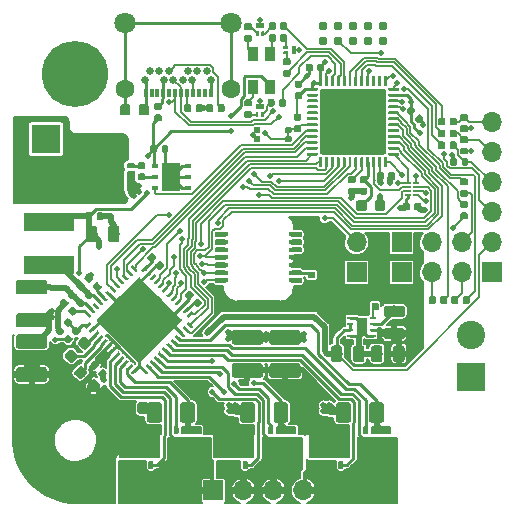
<source format=gtl>
G04 #@! TF.GenerationSoftware,KiCad,Pcbnew,(5.1.0-1390-gc38e9d5c4)*
G04 #@! TF.CreationDate,2019-08-14T17:07:37-04:00*
G04 #@! TF.ProjectId,stm32-nema17-servo,73746d33-322d-46e6-956d-6131372d7365,rev?*
G04 #@! TF.SameCoordinates,Original*
G04 #@! TF.FileFunction,Copper,L1,Top*
G04 #@! TF.FilePolarity,Positive*
%FSLAX46Y46*%
G04 Gerber Fmt 4.6, Leading zero omitted, Abs format (unit mm)*
G04 Created by KiCad (PCBNEW (5.1.0-1390-gc38e9d5c4)) date 2019-08-14 17:07:37*
%MOMM*%
%LPD*%
G04 APERTURE LIST*
%ADD10C,0.650000*%
%ADD11C,1.800000*%
%ADD12C,1.600000*%
%ADD13R,0.300000X0.700000*%
%ADD14C,0.100000*%
%ADD15C,0.875000*%
%ADD16O,1.700000X1.700000*%
%ADD17R,1.700000X1.700000*%
%ADD18C,0.550000*%
%ADD19C,0.590000*%
%ADD20R,0.450000X0.450000*%
%ADD21C,0.450000*%
%ADD22C,1.250000*%
%ADD23C,0.975000*%
%ADD24C,0.400000*%
%ADD25C,0.250000*%
%ADD26R,0.900000X1.200000*%
%ADD27C,5.600000*%
%ADD28C,0.508000*%
%ADD29C,5.150000*%
%ADD30C,0.240000*%
%ADD31C,2.690000*%
%ADD32C,0.660000*%
%ADD33C,0.420000*%
%ADD34R,4.200000X1.500000*%
%ADD35R,0.530000X0.200000*%
%ADD36R,0.500000X0.250000*%
%ADD37R,0.900000X1.600000*%
%ADD38C,0.600000*%
%ADD39R,0.600000X0.400000*%
%ADD40R,1.500000X2.400000*%
%ADD41C,2.400000*%
%ADD42R,2.400000X2.400000*%
%ADD43C,0.787400*%
%ADD44C,0.254000*%
%ADD45C,0.152400*%
%ADD46C,0.508000*%
%ADD47C,0.203200*%
G04 APERTURE END LIST*
D10*
X145600000Y-104250000D03*
X144800000Y-104250000D03*
X144000000Y-104250000D03*
X142400000Y-104250000D03*
X141600000Y-104250000D03*
X140800000Y-104250000D03*
X146000000Y-104950000D03*
X144400000Y-104950000D03*
X143600000Y-104950000D03*
X142800000Y-104950000D03*
X142000000Y-104950000D03*
X140400000Y-104950000D03*
D11*
X147700000Y-100150000D03*
X138700000Y-100150000D03*
D12*
X138700000Y-105750000D03*
D13*
X140950000Y-106060000D03*
X142450000Y-106060000D03*
X141950000Y-106060000D03*
X141450000Y-106060000D03*
X140450000Y-106060000D03*
X142950000Y-106060000D03*
X143450000Y-106060000D03*
X143950000Y-106060000D03*
X144450000Y-106060000D03*
X144950000Y-106060000D03*
X145450000Y-106060000D03*
X145950000Y-106060000D03*
D12*
X147700000Y-105750000D03*
D14*
G36*
X135314042Y-126705178D02*
G01*
X135385010Y-126752597D01*
X135747403Y-127114990D01*
X135794822Y-127185958D01*
X135811473Y-127269670D01*
X135794822Y-127353382D01*
X135747403Y-127424350D01*
X135438044Y-127733709D01*
X135367076Y-127781128D01*
X135283364Y-127797779D01*
X135199652Y-127781128D01*
X135128684Y-127733709D01*
X134766291Y-127371316D01*
X134718872Y-127300348D01*
X134702221Y-127216636D01*
X134718872Y-127132924D01*
X134766291Y-127061956D01*
X135075650Y-126752597D01*
X135146618Y-126705178D01*
X135230330Y-126688527D01*
X135314042Y-126705178D01*
X135314042Y-126705178D01*
G37*
D15*
X135256847Y-127243153D03*
D14*
G36*
X134200348Y-127818872D02*
G01*
X134271316Y-127866291D01*
X134633709Y-128228684D01*
X134681128Y-128299652D01*
X134697779Y-128383364D01*
X134681128Y-128467076D01*
X134633709Y-128538044D01*
X134324350Y-128847403D01*
X134253382Y-128894822D01*
X134169670Y-128911473D01*
X134085958Y-128894822D01*
X134014990Y-128847403D01*
X133652597Y-128485010D01*
X133605178Y-128414042D01*
X133588527Y-128330330D01*
X133605178Y-128246618D01*
X133652597Y-128175650D01*
X133961956Y-127866291D01*
X134032924Y-127818872D01*
X134116636Y-127802221D01*
X134200348Y-127818872D01*
X134200348Y-127818872D01*
G37*
D15*
X134143153Y-128356847D03*
D16*
X158300000Y-118730000D03*
D17*
X158300000Y-121270000D03*
D14*
G36*
X152715119Y-109710467D02*
G01*
X152759727Y-109740273D01*
X152789533Y-109784881D01*
X152800000Y-109837500D01*
X152800000Y-110112500D01*
X152789533Y-110165119D01*
X152759727Y-110209727D01*
X152715119Y-110239533D01*
X152662500Y-110250000D01*
X152387500Y-110250000D01*
X152334881Y-110239533D01*
X152290273Y-110209727D01*
X152260467Y-110165119D01*
X152250000Y-110112500D01*
X152250000Y-109837500D01*
X152260467Y-109784881D01*
X152290273Y-109740273D01*
X152334881Y-109710467D01*
X152387500Y-109700000D01*
X152662500Y-109700000D01*
X152715119Y-109710467D01*
X152715119Y-109710467D01*
G37*
D18*
X152525000Y-109975000D03*
D14*
G36*
X150065119Y-109710467D02*
G01*
X150109727Y-109740273D01*
X150139533Y-109784881D01*
X150150000Y-109837500D01*
X150150000Y-110112500D01*
X150139533Y-110165119D01*
X150109727Y-110209727D01*
X150065119Y-110239533D01*
X150012500Y-110250000D01*
X149737500Y-110250000D01*
X149684881Y-110239533D01*
X149640273Y-110209727D01*
X149610467Y-110165119D01*
X149600000Y-110112500D01*
X149600000Y-109837500D01*
X149610467Y-109784881D01*
X149640273Y-109740273D01*
X149684881Y-109710467D01*
X149737500Y-109700000D01*
X150012500Y-109700000D01*
X150065119Y-109710467D01*
X150065119Y-109710467D01*
G37*
D18*
X149875000Y-109975000D03*
D14*
G36*
X150065119Y-108960467D02*
G01*
X150109727Y-108990273D01*
X150139533Y-109034881D01*
X150150000Y-109087500D01*
X150150000Y-109362500D01*
X150139533Y-109415119D01*
X150109727Y-109459727D01*
X150065119Y-109489533D01*
X150012500Y-109500000D01*
X149737500Y-109500000D01*
X149684881Y-109489533D01*
X149640273Y-109459727D01*
X149610467Y-109415119D01*
X149600000Y-109362500D01*
X149600000Y-109087500D01*
X149610467Y-109034881D01*
X149640273Y-108990273D01*
X149684881Y-108960467D01*
X149737500Y-108950000D01*
X150012500Y-108950000D01*
X150065119Y-108960467D01*
X150065119Y-108960467D01*
G37*
D18*
X149875000Y-109225000D03*
D14*
G36*
X152715119Y-108960467D02*
G01*
X152759727Y-108990273D01*
X152789533Y-109034881D01*
X152800000Y-109087500D01*
X152800000Y-109362500D01*
X152789533Y-109415119D01*
X152759727Y-109459727D01*
X152715119Y-109489533D01*
X152662500Y-109500000D01*
X152387500Y-109500000D01*
X152334881Y-109489533D01*
X152290273Y-109459727D01*
X152260467Y-109415119D01*
X152250000Y-109362500D01*
X152250000Y-109087500D01*
X152260467Y-109034881D01*
X152290273Y-108990273D01*
X152334881Y-108960467D01*
X152387500Y-108950000D01*
X152662500Y-108950000D01*
X152715119Y-108960467D01*
X152715119Y-108960467D01*
G37*
D18*
X152525000Y-109225000D03*
D14*
G36*
X153528946Y-107831228D02*
G01*
X153576798Y-107863202D01*
X153608772Y-107911054D01*
X153620000Y-107967500D01*
X153620000Y-108262500D01*
X153608772Y-108318946D01*
X153576798Y-108366798D01*
X153528946Y-108398772D01*
X153472500Y-108410000D01*
X153127500Y-108410000D01*
X153071054Y-108398772D01*
X153023202Y-108366798D01*
X152991228Y-108318946D01*
X152980000Y-108262500D01*
X152980000Y-107967500D01*
X152991228Y-107911054D01*
X153023202Y-107863202D01*
X153071054Y-107831228D01*
X153127500Y-107820000D01*
X153472500Y-107820000D01*
X153528946Y-107831228D01*
X153528946Y-107831228D01*
G37*
D19*
X153300000Y-108115000D03*
D14*
G36*
X153528946Y-108801228D02*
G01*
X153576798Y-108833202D01*
X153608772Y-108881054D01*
X153620000Y-108937500D01*
X153620000Y-109232500D01*
X153608772Y-109288946D01*
X153576798Y-109336798D01*
X153528946Y-109368772D01*
X153472500Y-109380000D01*
X153127500Y-109380000D01*
X153071054Y-109368772D01*
X153023202Y-109336798D01*
X152991228Y-109288946D01*
X152980000Y-109232500D01*
X152980000Y-108937500D01*
X152991228Y-108881054D01*
X153023202Y-108833202D01*
X153071054Y-108801228D01*
X153127500Y-108790000D01*
X153472500Y-108790000D01*
X153528946Y-108801228D01*
X153528946Y-108801228D01*
G37*
D19*
X153300000Y-109085000D03*
D20*
X152750000Y-121950000D03*
X152750000Y-121300000D03*
X152750000Y-120650000D03*
X152750000Y-120000000D03*
X152750000Y-119350000D03*
X152750000Y-118700000D03*
X152750000Y-118050000D03*
X147250000Y-118050000D03*
X147250000Y-118700000D03*
X147250000Y-119350000D03*
X147250000Y-120000000D03*
X147250000Y-120650000D03*
X147250000Y-121300000D03*
X147250000Y-121950000D03*
D14*
G36*
X147180552Y-121733564D02*
G01*
X147217050Y-121757950D01*
X147241436Y-121794448D01*
X147250000Y-121837500D01*
X147250000Y-122062500D01*
X147241436Y-122105552D01*
X147217050Y-122142050D01*
X147180552Y-122166436D01*
X147137500Y-122175000D01*
X146437500Y-122175000D01*
X146394448Y-122166436D01*
X146357950Y-122142050D01*
X146333564Y-122105552D01*
X146325000Y-122062500D01*
X146325000Y-121837500D01*
X146333564Y-121794448D01*
X146357950Y-121757950D01*
X146394448Y-121733564D01*
X146437500Y-121725000D01*
X147137500Y-121725000D01*
X147180552Y-121733564D01*
X147180552Y-121733564D01*
G37*
D21*
X146787500Y-121950000D03*
D14*
G36*
X147180552Y-121083564D02*
G01*
X147217050Y-121107950D01*
X147241436Y-121144448D01*
X147250000Y-121187500D01*
X147250000Y-121412500D01*
X147241436Y-121455552D01*
X147217050Y-121492050D01*
X147180552Y-121516436D01*
X147137500Y-121525000D01*
X146437500Y-121525000D01*
X146394448Y-121516436D01*
X146357950Y-121492050D01*
X146333564Y-121455552D01*
X146325000Y-121412500D01*
X146325000Y-121187500D01*
X146333564Y-121144448D01*
X146357950Y-121107950D01*
X146394448Y-121083564D01*
X146437500Y-121075000D01*
X147137500Y-121075000D01*
X147180552Y-121083564D01*
X147180552Y-121083564D01*
G37*
D21*
X146787500Y-121300000D03*
D14*
G36*
X147180552Y-120433564D02*
G01*
X147217050Y-120457950D01*
X147241436Y-120494448D01*
X147250000Y-120537500D01*
X147250000Y-120762500D01*
X147241436Y-120805552D01*
X147217050Y-120842050D01*
X147180552Y-120866436D01*
X147137500Y-120875000D01*
X146437500Y-120875000D01*
X146394448Y-120866436D01*
X146357950Y-120842050D01*
X146333564Y-120805552D01*
X146325000Y-120762500D01*
X146325000Y-120537500D01*
X146333564Y-120494448D01*
X146357950Y-120457950D01*
X146394448Y-120433564D01*
X146437500Y-120425000D01*
X147137500Y-120425000D01*
X147180552Y-120433564D01*
X147180552Y-120433564D01*
G37*
D21*
X146787500Y-120650000D03*
D14*
G36*
X147180552Y-119783564D02*
G01*
X147217050Y-119807950D01*
X147241436Y-119844448D01*
X147250000Y-119887500D01*
X147250000Y-120112500D01*
X147241436Y-120155552D01*
X147217050Y-120192050D01*
X147180552Y-120216436D01*
X147137500Y-120225000D01*
X146437500Y-120225000D01*
X146394448Y-120216436D01*
X146357950Y-120192050D01*
X146333564Y-120155552D01*
X146325000Y-120112500D01*
X146325000Y-119887500D01*
X146333564Y-119844448D01*
X146357950Y-119807950D01*
X146394448Y-119783564D01*
X146437500Y-119775000D01*
X147137500Y-119775000D01*
X147180552Y-119783564D01*
X147180552Y-119783564D01*
G37*
D21*
X146787500Y-120000000D03*
D14*
G36*
X147180552Y-119133564D02*
G01*
X147217050Y-119157950D01*
X147241436Y-119194448D01*
X147250000Y-119237500D01*
X147250000Y-119462500D01*
X147241436Y-119505552D01*
X147217050Y-119542050D01*
X147180552Y-119566436D01*
X147137500Y-119575000D01*
X146437500Y-119575000D01*
X146394448Y-119566436D01*
X146357950Y-119542050D01*
X146333564Y-119505552D01*
X146325000Y-119462500D01*
X146325000Y-119237500D01*
X146333564Y-119194448D01*
X146357950Y-119157950D01*
X146394448Y-119133564D01*
X146437500Y-119125000D01*
X147137500Y-119125000D01*
X147180552Y-119133564D01*
X147180552Y-119133564D01*
G37*
D21*
X146787500Y-119350000D03*
D14*
G36*
X147180552Y-118483564D02*
G01*
X147217050Y-118507950D01*
X147241436Y-118544448D01*
X147250000Y-118587500D01*
X147250000Y-118812500D01*
X147241436Y-118855552D01*
X147217050Y-118892050D01*
X147180552Y-118916436D01*
X147137500Y-118925000D01*
X146437500Y-118925000D01*
X146394448Y-118916436D01*
X146357950Y-118892050D01*
X146333564Y-118855552D01*
X146325000Y-118812500D01*
X146325000Y-118587500D01*
X146333564Y-118544448D01*
X146357950Y-118507950D01*
X146394448Y-118483564D01*
X146437500Y-118475000D01*
X147137500Y-118475000D01*
X147180552Y-118483564D01*
X147180552Y-118483564D01*
G37*
D21*
X146787500Y-118700000D03*
D14*
G36*
X147180552Y-117833564D02*
G01*
X147217050Y-117857950D01*
X147241436Y-117894448D01*
X147250000Y-117937500D01*
X147250000Y-118162500D01*
X147241436Y-118205552D01*
X147217050Y-118242050D01*
X147180552Y-118266436D01*
X147137500Y-118275000D01*
X146437500Y-118275000D01*
X146394448Y-118266436D01*
X146357950Y-118242050D01*
X146333564Y-118205552D01*
X146325000Y-118162500D01*
X146325000Y-117937500D01*
X146333564Y-117894448D01*
X146357950Y-117857950D01*
X146394448Y-117833564D01*
X146437500Y-117825000D01*
X147137500Y-117825000D01*
X147180552Y-117833564D01*
X147180552Y-117833564D01*
G37*
D21*
X146787500Y-118050000D03*
D14*
G36*
X153605552Y-117833564D02*
G01*
X153642050Y-117857950D01*
X153666436Y-117894448D01*
X153675000Y-117937500D01*
X153675000Y-118162500D01*
X153666436Y-118205552D01*
X153642050Y-118242050D01*
X153605552Y-118266436D01*
X153562500Y-118275000D01*
X152862500Y-118275000D01*
X152819448Y-118266436D01*
X152782950Y-118242050D01*
X152758564Y-118205552D01*
X152750000Y-118162500D01*
X152750000Y-117937500D01*
X152758564Y-117894448D01*
X152782950Y-117857950D01*
X152819448Y-117833564D01*
X152862500Y-117825000D01*
X153562500Y-117825000D01*
X153605552Y-117833564D01*
X153605552Y-117833564D01*
G37*
D21*
X153212500Y-118050000D03*
D14*
G36*
X153605552Y-118483564D02*
G01*
X153642050Y-118507950D01*
X153666436Y-118544448D01*
X153675000Y-118587500D01*
X153675000Y-118812500D01*
X153666436Y-118855552D01*
X153642050Y-118892050D01*
X153605552Y-118916436D01*
X153562500Y-118925000D01*
X152862500Y-118925000D01*
X152819448Y-118916436D01*
X152782950Y-118892050D01*
X152758564Y-118855552D01*
X152750000Y-118812500D01*
X152750000Y-118587500D01*
X152758564Y-118544448D01*
X152782950Y-118507950D01*
X152819448Y-118483564D01*
X152862500Y-118475000D01*
X153562500Y-118475000D01*
X153605552Y-118483564D01*
X153605552Y-118483564D01*
G37*
D21*
X153212500Y-118700000D03*
D14*
G36*
X153605552Y-119133564D02*
G01*
X153642050Y-119157950D01*
X153666436Y-119194448D01*
X153675000Y-119237500D01*
X153675000Y-119462500D01*
X153666436Y-119505552D01*
X153642050Y-119542050D01*
X153605552Y-119566436D01*
X153562500Y-119575000D01*
X152862500Y-119575000D01*
X152819448Y-119566436D01*
X152782950Y-119542050D01*
X152758564Y-119505552D01*
X152750000Y-119462500D01*
X152750000Y-119237500D01*
X152758564Y-119194448D01*
X152782950Y-119157950D01*
X152819448Y-119133564D01*
X152862500Y-119125000D01*
X153562500Y-119125000D01*
X153605552Y-119133564D01*
X153605552Y-119133564D01*
G37*
D21*
X153212500Y-119350000D03*
D14*
G36*
X153605552Y-119783564D02*
G01*
X153642050Y-119807950D01*
X153666436Y-119844448D01*
X153675000Y-119887500D01*
X153675000Y-120112500D01*
X153666436Y-120155552D01*
X153642050Y-120192050D01*
X153605552Y-120216436D01*
X153562500Y-120225000D01*
X152862500Y-120225000D01*
X152819448Y-120216436D01*
X152782950Y-120192050D01*
X152758564Y-120155552D01*
X152750000Y-120112500D01*
X152750000Y-119887500D01*
X152758564Y-119844448D01*
X152782950Y-119807950D01*
X152819448Y-119783564D01*
X152862500Y-119775000D01*
X153562500Y-119775000D01*
X153605552Y-119783564D01*
X153605552Y-119783564D01*
G37*
D21*
X153212500Y-120000000D03*
D14*
G36*
X153605552Y-120433564D02*
G01*
X153642050Y-120457950D01*
X153666436Y-120494448D01*
X153675000Y-120537500D01*
X153675000Y-120762500D01*
X153666436Y-120805552D01*
X153642050Y-120842050D01*
X153605552Y-120866436D01*
X153562500Y-120875000D01*
X152862500Y-120875000D01*
X152819448Y-120866436D01*
X152782950Y-120842050D01*
X152758564Y-120805552D01*
X152750000Y-120762500D01*
X152750000Y-120537500D01*
X152758564Y-120494448D01*
X152782950Y-120457950D01*
X152819448Y-120433564D01*
X152862500Y-120425000D01*
X153562500Y-120425000D01*
X153605552Y-120433564D01*
X153605552Y-120433564D01*
G37*
D21*
X153212500Y-120650000D03*
D14*
G36*
X153605552Y-121083564D02*
G01*
X153642050Y-121107950D01*
X153666436Y-121144448D01*
X153675000Y-121187500D01*
X153675000Y-121412500D01*
X153666436Y-121455552D01*
X153642050Y-121492050D01*
X153605552Y-121516436D01*
X153562500Y-121525000D01*
X152862500Y-121525000D01*
X152819448Y-121516436D01*
X152782950Y-121492050D01*
X152758564Y-121455552D01*
X152750000Y-121412500D01*
X152750000Y-121187500D01*
X152758564Y-121144448D01*
X152782950Y-121107950D01*
X152819448Y-121083564D01*
X152862500Y-121075000D01*
X153562500Y-121075000D01*
X153605552Y-121083564D01*
X153605552Y-121083564D01*
G37*
D21*
X153212500Y-121300000D03*
D14*
G36*
X153605552Y-121733564D02*
G01*
X153642050Y-121757950D01*
X153666436Y-121794448D01*
X153675000Y-121837500D01*
X153675000Y-122062500D01*
X153666436Y-122105552D01*
X153642050Y-122142050D01*
X153605552Y-122166436D01*
X153562500Y-122175000D01*
X152862500Y-122175000D01*
X152819448Y-122166436D01*
X152782950Y-122142050D01*
X152758564Y-122105552D01*
X152750000Y-122062500D01*
X152750000Y-121837500D01*
X152758564Y-121794448D01*
X152782950Y-121757950D01*
X152819448Y-121733564D01*
X152862500Y-121725000D01*
X153562500Y-121725000D01*
X153605552Y-121733564D01*
X153605552Y-121733564D01*
G37*
D21*
X153212500Y-121950000D03*
D14*
G36*
X153420671Y-126144030D02*
G01*
X153501777Y-126198223D01*
X153555970Y-126279329D01*
X153575000Y-126375000D01*
X153575000Y-127125000D01*
X153555970Y-127220671D01*
X153501777Y-127301777D01*
X153420671Y-127355970D01*
X153325000Y-127375000D01*
X151175000Y-127375000D01*
X151079329Y-127355970D01*
X150998223Y-127301777D01*
X150944030Y-127220671D01*
X150925000Y-127125000D01*
X150925000Y-126375000D01*
X150944030Y-126279329D01*
X150998223Y-126198223D01*
X151079329Y-126144030D01*
X151175000Y-126125000D01*
X153325000Y-126125000D01*
X153420671Y-126144030D01*
X153420671Y-126144030D01*
G37*
D22*
X152250000Y-126750000D03*
D14*
G36*
X153420671Y-128944030D02*
G01*
X153501777Y-128998223D01*
X153555970Y-129079329D01*
X153575000Y-129175000D01*
X153575000Y-129925000D01*
X153555970Y-130020671D01*
X153501777Y-130101777D01*
X153420671Y-130155970D01*
X153325000Y-130175000D01*
X151175000Y-130175000D01*
X151079329Y-130155970D01*
X150998223Y-130101777D01*
X150944030Y-130020671D01*
X150925000Y-129925000D01*
X150925000Y-129175000D01*
X150944030Y-129079329D01*
X150998223Y-128998223D01*
X151079329Y-128944030D01*
X151175000Y-128925000D01*
X153325000Y-128925000D01*
X153420671Y-128944030D01*
X153420671Y-128944030D01*
G37*
D22*
X152250000Y-129550000D03*
D14*
G36*
X150220671Y-126144030D02*
G01*
X150301777Y-126198223D01*
X150355970Y-126279329D01*
X150375000Y-126375000D01*
X150375000Y-127125000D01*
X150355970Y-127220671D01*
X150301777Y-127301777D01*
X150220671Y-127355970D01*
X150125000Y-127375000D01*
X147975000Y-127375000D01*
X147879329Y-127355970D01*
X147798223Y-127301777D01*
X147744030Y-127220671D01*
X147725000Y-127125000D01*
X147725000Y-126375000D01*
X147744030Y-126279329D01*
X147798223Y-126198223D01*
X147879329Y-126144030D01*
X147975000Y-126125000D01*
X150125000Y-126125000D01*
X150220671Y-126144030D01*
X150220671Y-126144030D01*
G37*
D22*
X149050000Y-126750000D03*
D14*
G36*
X150220671Y-128944030D02*
G01*
X150301777Y-128998223D01*
X150355970Y-129079329D01*
X150375000Y-129175000D01*
X150375000Y-129925000D01*
X150355970Y-130020671D01*
X150301777Y-130101777D01*
X150220671Y-130155970D01*
X150125000Y-130175000D01*
X147975000Y-130175000D01*
X147879329Y-130155970D01*
X147798223Y-130101777D01*
X147744030Y-130020671D01*
X147725000Y-129925000D01*
X147725000Y-129175000D01*
X147744030Y-129079329D01*
X147798223Y-128998223D01*
X147879329Y-128944030D01*
X147975000Y-128925000D01*
X150125000Y-128925000D01*
X150220671Y-128944030D01*
X150220671Y-128944030D01*
G37*
D22*
X149050000Y-129550000D03*
D14*
G36*
X158824529Y-127468554D02*
G01*
X158903607Y-127521393D01*
X158956446Y-127600471D01*
X158975000Y-127693750D01*
X158975000Y-128606250D01*
X158956446Y-128699529D01*
X158903607Y-128778607D01*
X158824529Y-128831446D01*
X158731250Y-128850000D01*
X158243750Y-128850000D01*
X158150471Y-128831446D01*
X158071393Y-128778607D01*
X158018554Y-128699529D01*
X158000000Y-128606250D01*
X158000000Y-127693750D01*
X158018554Y-127600471D01*
X158071393Y-127521393D01*
X158150471Y-127468554D01*
X158243750Y-127450000D01*
X158731250Y-127450000D01*
X158824529Y-127468554D01*
X158824529Y-127468554D01*
G37*
D23*
X158487500Y-128150000D03*
D14*
G36*
X156949529Y-127468554D02*
G01*
X157028607Y-127521393D01*
X157081446Y-127600471D01*
X157100000Y-127693750D01*
X157100000Y-128606250D01*
X157081446Y-128699529D01*
X157028607Y-128778607D01*
X156949529Y-128831446D01*
X156856250Y-128850000D01*
X156368750Y-128850000D01*
X156275471Y-128831446D01*
X156196393Y-128778607D01*
X156143554Y-128699529D01*
X156125000Y-128606250D01*
X156125000Y-127693750D01*
X156143554Y-127600471D01*
X156196393Y-127521393D01*
X156275471Y-127468554D01*
X156368750Y-127450000D01*
X156856250Y-127450000D01*
X156949529Y-127468554D01*
X156949529Y-127468554D01*
G37*
D23*
X156612500Y-128150000D03*
D14*
G36*
X131970671Y-126494030D02*
G01*
X132051777Y-126548223D01*
X132105970Y-126629329D01*
X132125000Y-126725000D01*
X132125000Y-127475000D01*
X132105970Y-127570671D01*
X132051777Y-127651777D01*
X131970671Y-127705970D01*
X131875000Y-127725000D01*
X129725000Y-127725000D01*
X129629329Y-127705970D01*
X129548223Y-127651777D01*
X129494030Y-127570671D01*
X129475000Y-127475000D01*
X129475000Y-126725000D01*
X129494030Y-126629329D01*
X129548223Y-126548223D01*
X129629329Y-126494030D01*
X129725000Y-126475000D01*
X131875000Y-126475000D01*
X131970671Y-126494030D01*
X131970671Y-126494030D01*
G37*
D22*
X130800000Y-127100000D03*
D14*
G36*
X131970671Y-129294030D02*
G01*
X132051777Y-129348223D01*
X132105970Y-129429329D01*
X132125000Y-129525000D01*
X132125000Y-130275000D01*
X132105970Y-130370671D01*
X132051777Y-130451777D01*
X131970671Y-130505970D01*
X131875000Y-130525000D01*
X129725000Y-130525000D01*
X129629329Y-130505970D01*
X129548223Y-130451777D01*
X129494030Y-130370671D01*
X129475000Y-130275000D01*
X129475000Y-129525000D01*
X129494030Y-129429329D01*
X129548223Y-129348223D01*
X129629329Y-129294030D01*
X129725000Y-129275000D01*
X131875000Y-129275000D01*
X131970671Y-129294030D01*
X131970671Y-129294030D01*
G37*
D22*
X130800000Y-129900000D03*
D14*
G36*
X131970671Y-124694030D02*
G01*
X132051777Y-124748223D01*
X132105970Y-124829329D01*
X132125000Y-124925000D01*
X132125000Y-125675000D01*
X132105970Y-125770671D01*
X132051777Y-125851777D01*
X131970671Y-125905970D01*
X131875000Y-125925000D01*
X129725000Y-125925000D01*
X129629329Y-125905970D01*
X129548223Y-125851777D01*
X129494030Y-125770671D01*
X129475000Y-125675000D01*
X129475000Y-124925000D01*
X129494030Y-124829329D01*
X129548223Y-124748223D01*
X129629329Y-124694030D01*
X129725000Y-124675000D01*
X131875000Y-124675000D01*
X131970671Y-124694030D01*
X131970671Y-124694030D01*
G37*
D22*
X130800000Y-125300000D03*
D14*
G36*
X131970671Y-121894030D02*
G01*
X132051777Y-121948223D01*
X132105970Y-122029329D01*
X132125000Y-122125000D01*
X132125000Y-122875000D01*
X132105970Y-122970671D01*
X132051777Y-123051777D01*
X131970671Y-123105970D01*
X131875000Y-123125000D01*
X129725000Y-123125000D01*
X129629329Y-123105970D01*
X129548223Y-123051777D01*
X129494030Y-122970671D01*
X129475000Y-122875000D01*
X129475000Y-122125000D01*
X129494030Y-122029329D01*
X129548223Y-121948223D01*
X129629329Y-121894030D01*
X129725000Y-121875000D01*
X131875000Y-121875000D01*
X131970671Y-121894030D01*
X131970671Y-121894030D01*
G37*
D22*
X130800000Y-122500000D03*
D14*
G36*
X166818946Y-123291228D02*
G01*
X166866798Y-123323202D01*
X166898772Y-123371054D01*
X166910000Y-123427500D01*
X166910000Y-123772500D01*
X166898772Y-123828946D01*
X166866798Y-123876798D01*
X166818946Y-123908772D01*
X166762500Y-123920000D01*
X166467500Y-123920000D01*
X166411054Y-123908772D01*
X166363202Y-123876798D01*
X166331228Y-123828946D01*
X166320000Y-123772500D01*
X166320000Y-123427500D01*
X166331228Y-123371054D01*
X166363202Y-123323202D01*
X166411054Y-123291228D01*
X166467500Y-123280000D01*
X166762500Y-123280000D01*
X166818946Y-123291228D01*
X166818946Y-123291228D01*
G37*
D19*
X166615000Y-123600000D03*
D14*
G36*
X167788946Y-123291228D02*
G01*
X167836798Y-123323202D01*
X167868772Y-123371054D01*
X167880000Y-123427500D01*
X167880000Y-123772500D01*
X167868772Y-123828946D01*
X167836798Y-123876798D01*
X167788946Y-123908772D01*
X167732500Y-123920000D01*
X167437500Y-123920000D01*
X167381054Y-123908772D01*
X167333202Y-123876798D01*
X167301228Y-123828946D01*
X167290000Y-123772500D01*
X167290000Y-123427500D01*
X167301228Y-123371054D01*
X167333202Y-123323202D01*
X167381054Y-123291228D01*
X167437500Y-123280000D01*
X167732500Y-123280000D01*
X167788946Y-123291228D01*
X167788946Y-123291228D01*
G37*
D19*
X167585000Y-123600000D03*
D14*
G36*
X164918946Y-123291228D02*
G01*
X164966798Y-123323202D01*
X164998772Y-123371054D01*
X165010000Y-123427500D01*
X165010000Y-123772500D01*
X164998772Y-123828946D01*
X164966798Y-123876798D01*
X164918946Y-123908772D01*
X164862500Y-123920000D01*
X164567500Y-123920000D01*
X164511054Y-123908772D01*
X164463202Y-123876798D01*
X164431228Y-123828946D01*
X164420000Y-123772500D01*
X164420000Y-123427500D01*
X164431228Y-123371054D01*
X164463202Y-123323202D01*
X164511054Y-123291228D01*
X164567500Y-123280000D01*
X164862500Y-123280000D01*
X164918946Y-123291228D01*
X164918946Y-123291228D01*
G37*
D19*
X164715000Y-123600000D03*
D14*
G36*
X165888946Y-123291228D02*
G01*
X165936798Y-123323202D01*
X165968772Y-123371054D01*
X165980000Y-123427500D01*
X165980000Y-123772500D01*
X165968772Y-123828946D01*
X165936798Y-123876798D01*
X165888946Y-123908772D01*
X165832500Y-123920000D01*
X165537500Y-123920000D01*
X165481054Y-123908772D01*
X165433202Y-123876798D01*
X165401228Y-123828946D01*
X165390000Y-123772500D01*
X165390000Y-123427500D01*
X165401228Y-123371054D01*
X165433202Y-123323202D01*
X165481054Y-123291228D01*
X165537500Y-123280000D01*
X165832500Y-123280000D01*
X165888946Y-123291228D01*
X165888946Y-123291228D01*
G37*
D19*
X165685000Y-123600000D03*
D14*
G36*
X167628946Y-114286228D02*
G01*
X167676798Y-114318202D01*
X167708772Y-114366054D01*
X167720000Y-114422500D01*
X167720000Y-114717500D01*
X167708772Y-114773946D01*
X167676798Y-114821798D01*
X167628946Y-114853772D01*
X167572500Y-114865000D01*
X167227500Y-114865000D01*
X167171054Y-114853772D01*
X167123202Y-114821798D01*
X167091228Y-114773946D01*
X167080000Y-114717500D01*
X167080000Y-114422500D01*
X167091228Y-114366054D01*
X167123202Y-114318202D01*
X167171054Y-114286228D01*
X167227500Y-114275000D01*
X167572500Y-114275000D01*
X167628946Y-114286228D01*
X167628946Y-114286228D01*
G37*
D19*
X167400000Y-114570000D03*
D14*
G36*
X167628946Y-113316228D02*
G01*
X167676798Y-113348202D01*
X167708772Y-113396054D01*
X167720000Y-113452500D01*
X167720000Y-113747500D01*
X167708772Y-113803946D01*
X167676798Y-113851798D01*
X167628946Y-113883772D01*
X167572500Y-113895000D01*
X167227500Y-113895000D01*
X167171054Y-113883772D01*
X167123202Y-113851798D01*
X167091228Y-113803946D01*
X167080000Y-113747500D01*
X167080000Y-113452500D01*
X167091228Y-113396054D01*
X167123202Y-113348202D01*
X167171054Y-113316228D01*
X167227500Y-113305000D01*
X167572500Y-113305000D01*
X167628946Y-113316228D01*
X167628946Y-113316228D01*
G37*
D19*
X167400000Y-113600000D03*
D14*
G36*
X167628946Y-116201228D02*
G01*
X167676798Y-116233202D01*
X167708772Y-116281054D01*
X167720000Y-116337500D01*
X167720000Y-116632500D01*
X167708772Y-116688946D01*
X167676798Y-116736798D01*
X167628946Y-116768772D01*
X167572500Y-116780000D01*
X167227500Y-116780000D01*
X167171054Y-116768772D01*
X167123202Y-116736798D01*
X167091228Y-116688946D01*
X167080000Y-116632500D01*
X167080000Y-116337500D01*
X167091228Y-116281054D01*
X167123202Y-116233202D01*
X167171054Y-116201228D01*
X167227500Y-116190000D01*
X167572500Y-116190000D01*
X167628946Y-116201228D01*
X167628946Y-116201228D01*
G37*
D19*
X167400000Y-116485000D03*
D14*
G36*
X167628946Y-115231228D02*
G01*
X167676798Y-115263202D01*
X167708772Y-115311054D01*
X167720000Y-115367500D01*
X167720000Y-115662500D01*
X167708772Y-115718946D01*
X167676798Y-115766798D01*
X167628946Y-115798772D01*
X167572500Y-115810000D01*
X167227500Y-115810000D01*
X167171054Y-115798772D01*
X167123202Y-115766798D01*
X167091228Y-115718946D01*
X167080000Y-115662500D01*
X167080000Y-115367500D01*
X167091228Y-115311054D01*
X167123202Y-115263202D01*
X167171054Y-115231228D01*
X167227500Y-115220000D01*
X167572500Y-115220000D01*
X167628946Y-115231228D01*
X167628946Y-115231228D01*
G37*
D19*
X167400000Y-115515000D03*
D14*
G36*
X166688946Y-108191228D02*
G01*
X166736798Y-108223202D01*
X166768772Y-108271054D01*
X166780000Y-108327500D01*
X166780000Y-108672500D01*
X166768772Y-108728946D01*
X166736798Y-108776798D01*
X166688946Y-108808772D01*
X166632500Y-108820000D01*
X166337500Y-108820000D01*
X166281054Y-108808772D01*
X166233202Y-108776798D01*
X166201228Y-108728946D01*
X166190000Y-108672500D01*
X166190000Y-108327500D01*
X166201228Y-108271054D01*
X166233202Y-108223202D01*
X166281054Y-108191228D01*
X166337500Y-108180000D01*
X166632500Y-108180000D01*
X166688946Y-108191228D01*
X166688946Y-108191228D01*
G37*
D19*
X166485000Y-108500000D03*
D14*
G36*
X165718946Y-108191228D02*
G01*
X165766798Y-108223202D01*
X165798772Y-108271054D01*
X165810000Y-108327500D01*
X165810000Y-108672500D01*
X165798772Y-108728946D01*
X165766798Y-108776798D01*
X165718946Y-108808772D01*
X165662500Y-108820000D01*
X165367500Y-108820000D01*
X165311054Y-108808772D01*
X165263202Y-108776798D01*
X165231228Y-108728946D01*
X165220000Y-108672500D01*
X165220000Y-108327500D01*
X165231228Y-108271054D01*
X165263202Y-108223202D01*
X165311054Y-108191228D01*
X165367500Y-108180000D01*
X165662500Y-108180000D01*
X165718946Y-108191228D01*
X165718946Y-108191228D01*
G37*
D19*
X165515000Y-108500000D03*
D14*
G36*
X166688946Y-109191228D02*
G01*
X166736798Y-109223202D01*
X166768772Y-109271054D01*
X166780000Y-109327500D01*
X166780000Y-109672500D01*
X166768772Y-109728946D01*
X166736798Y-109776798D01*
X166688946Y-109808772D01*
X166632500Y-109820000D01*
X166337500Y-109820000D01*
X166281054Y-109808772D01*
X166233202Y-109776798D01*
X166201228Y-109728946D01*
X166190000Y-109672500D01*
X166190000Y-109327500D01*
X166201228Y-109271054D01*
X166233202Y-109223202D01*
X166281054Y-109191228D01*
X166337500Y-109180000D01*
X166632500Y-109180000D01*
X166688946Y-109191228D01*
X166688946Y-109191228D01*
G37*
D19*
X166485000Y-109500000D03*
D14*
G36*
X165718946Y-109191228D02*
G01*
X165766798Y-109223202D01*
X165798772Y-109271054D01*
X165810000Y-109327500D01*
X165810000Y-109672500D01*
X165798772Y-109728946D01*
X165766798Y-109776798D01*
X165718946Y-109808772D01*
X165662500Y-109820000D01*
X165367500Y-109820000D01*
X165311054Y-109808772D01*
X165263202Y-109776798D01*
X165231228Y-109728946D01*
X165220000Y-109672500D01*
X165220000Y-109327500D01*
X165231228Y-109271054D01*
X165263202Y-109223202D01*
X165311054Y-109191228D01*
X165367500Y-109180000D01*
X165662500Y-109180000D01*
X165718946Y-109191228D01*
X165718946Y-109191228D01*
G37*
D19*
X165515000Y-109500000D03*
D14*
G36*
X166688946Y-110191228D02*
G01*
X166736798Y-110223202D01*
X166768772Y-110271054D01*
X166780000Y-110327500D01*
X166780000Y-110672500D01*
X166768772Y-110728946D01*
X166736798Y-110776798D01*
X166688946Y-110808772D01*
X166632500Y-110820000D01*
X166337500Y-110820000D01*
X166281054Y-110808772D01*
X166233202Y-110776798D01*
X166201228Y-110728946D01*
X166190000Y-110672500D01*
X166190000Y-110327500D01*
X166201228Y-110271054D01*
X166233202Y-110223202D01*
X166281054Y-110191228D01*
X166337500Y-110180000D01*
X166632500Y-110180000D01*
X166688946Y-110191228D01*
X166688946Y-110191228D01*
G37*
D19*
X166485000Y-110500000D03*
D14*
G36*
X165718946Y-110191228D02*
G01*
X165766798Y-110223202D01*
X165798772Y-110271054D01*
X165810000Y-110327500D01*
X165810000Y-110672500D01*
X165798772Y-110728946D01*
X165766798Y-110776798D01*
X165718946Y-110808772D01*
X165662500Y-110820000D01*
X165367500Y-110820000D01*
X165311054Y-110808772D01*
X165263202Y-110776798D01*
X165231228Y-110728946D01*
X165220000Y-110672500D01*
X165220000Y-110327500D01*
X165231228Y-110271054D01*
X165263202Y-110223202D01*
X165311054Y-110191228D01*
X165367500Y-110180000D01*
X165662500Y-110180000D01*
X165718946Y-110191228D01*
X165718946Y-110191228D01*
G37*
D19*
X165515000Y-110500000D03*
D16*
X167190000Y-121270000D03*
X164650000Y-121270000D03*
D17*
X162110000Y-121270000D03*
D16*
X167190000Y-118730000D03*
X164650000Y-118730000D03*
D17*
X162110000Y-118730000D03*
D14*
G36*
X152338946Y-101091228D02*
G01*
X152386798Y-101123202D01*
X152418772Y-101171054D01*
X152430000Y-101227500D01*
X152430000Y-101572500D01*
X152418772Y-101628946D01*
X152386798Y-101676798D01*
X152338946Y-101708772D01*
X152282500Y-101720000D01*
X151987500Y-101720000D01*
X151931054Y-101708772D01*
X151883202Y-101676798D01*
X151851228Y-101628946D01*
X151840000Y-101572500D01*
X151840000Y-101227500D01*
X151851228Y-101171054D01*
X151883202Y-101123202D01*
X151931054Y-101091228D01*
X151987500Y-101080000D01*
X152282500Y-101080000D01*
X152338946Y-101091228D01*
X152338946Y-101091228D01*
G37*
D19*
X152135000Y-101400000D03*
D14*
G36*
X151368946Y-101091228D02*
G01*
X151416798Y-101123202D01*
X151448772Y-101171054D01*
X151460000Y-101227500D01*
X151460000Y-101572500D01*
X151448772Y-101628946D01*
X151416798Y-101676798D01*
X151368946Y-101708772D01*
X151312500Y-101720000D01*
X151017500Y-101720000D01*
X150961054Y-101708772D01*
X150913202Y-101676798D01*
X150881228Y-101628946D01*
X150870000Y-101572500D01*
X150870000Y-101227500D01*
X150881228Y-101171054D01*
X150913202Y-101123202D01*
X150961054Y-101091228D01*
X151017500Y-101080000D01*
X151312500Y-101080000D01*
X151368946Y-101091228D01*
X151368946Y-101091228D01*
G37*
D19*
X151165000Y-101400000D03*
D14*
G36*
X149328946Y-100181228D02*
G01*
X149376798Y-100213202D01*
X149408772Y-100261054D01*
X149420000Y-100317500D01*
X149420000Y-100612500D01*
X149408772Y-100668946D01*
X149376798Y-100716798D01*
X149328946Y-100748772D01*
X149272500Y-100760000D01*
X148927500Y-100760000D01*
X148871054Y-100748772D01*
X148823202Y-100716798D01*
X148791228Y-100668946D01*
X148780000Y-100612500D01*
X148780000Y-100317500D01*
X148791228Y-100261054D01*
X148823202Y-100213202D01*
X148871054Y-100181228D01*
X148927500Y-100170000D01*
X149272500Y-100170000D01*
X149328946Y-100181228D01*
X149328946Y-100181228D01*
G37*
D19*
X149100000Y-100465000D03*
D14*
G36*
X149328946Y-101151228D02*
G01*
X149376798Y-101183202D01*
X149408772Y-101231054D01*
X149420000Y-101287500D01*
X149420000Y-101582500D01*
X149408772Y-101638946D01*
X149376798Y-101686798D01*
X149328946Y-101718772D01*
X149272500Y-101730000D01*
X148927500Y-101730000D01*
X148871054Y-101718772D01*
X148823202Y-101686798D01*
X148791228Y-101638946D01*
X148780000Y-101582500D01*
X148780000Y-101287500D01*
X148791228Y-101231054D01*
X148823202Y-101183202D01*
X148871054Y-101151228D01*
X148927500Y-101140000D01*
X149272500Y-101140000D01*
X149328946Y-101151228D01*
X149328946Y-101151228D01*
G37*
D19*
X149100000Y-101435000D03*
D14*
G36*
X149328946Y-107601228D02*
G01*
X149376798Y-107633202D01*
X149408772Y-107681054D01*
X149420000Y-107737500D01*
X149420000Y-108032500D01*
X149408772Y-108088946D01*
X149376798Y-108136798D01*
X149328946Y-108168772D01*
X149272500Y-108180000D01*
X148927500Y-108180000D01*
X148871054Y-108168772D01*
X148823202Y-108136798D01*
X148791228Y-108088946D01*
X148780000Y-108032500D01*
X148780000Y-107737500D01*
X148791228Y-107681054D01*
X148823202Y-107633202D01*
X148871054Y-107601228D01*
X148927500Y-107590000D01*
X149272500Y-107590000D01*
X149328946Y-107601228D01*
X149328946Y-107601228D01*
G37*
D19*
X149100000Y-107885000D03*
D14*
G36*
X149328946Y-106631228D02*
G01*
X149376798Y-106663202D01*
X149408772Y-106711054D01*
X149420000Y-106767500D01*
X149420000Y-107062500D01*
X149408772Y-107118946D01*
X149376798Y-107166798D01*
X149328946Y-107198772D01*
X149272500Y-107210000D01*
X148927500Y-107210000D01*
X148871054Y-107198772D01*
X148823202Y-107166798D01*
X148791228Y-107118946D01*
X148780000Y-107062500D01*
X148780000Y-106767500D01*
X148791228Y-106711054D01*
X148823202Y-106663202D01*
X148871054Y-106631228D01*
X148927500Y-106620000D01*
X149272500Y-106620000D01*
X149328946Y-106631228D01*
X149328946Y-106631228D01*
G37*
D19*
X149100000Y-106915000D03*
D14*
G36*
X152628946Y-104101228D02*
G01*
X152676798Y-104133202D01*
X152708772Y-104181054D01*
X152720000Y-104237500D01*
X152720000Y-104532500D01*
X152708772Y-104588946D01*
X152676798Y-104636798D01*
X152628946Y-104668772D01*
X152572500Y-104680000D01*
X152227500Y-104680000D01*
X152171054Y-104668772D01*
X152123202Y-104636798D01*
X152091228Y-104588946D01*
X152080000Y-104532500D01*
X152080000Y-104237500D01*
X152091228Y-104181054D01*
X152123202Y-104133202D01*
X152171054Y-104101228D01*
X152227500Y-104090000D01*
X152572500Y-104090000D01*
X152628946Y-104101228D01*
X152628946Y-104101228D01*
G37*
D19*
X152400000Y-104385000D03*
D14*
G36*
X152628946Y-103131228D02*
G01*
X152676798Y-103163202D01*
X152708772Y-103211054D01*
X152720000Y-103267500D01*
X152720000Y-103562500D01*
X152708772Y-103618946D01*
X152676798Y-103666798D01*
X152628946Y-103698772D01*
X152572500Y-103710000D01*
X152227500Y-103710000D01*
X152171054Y-103698772D01*
X152123202Y-103666798D01*
X152091228Y-103618946D01*
X152080000Y-103562500D01*
X152080000Y-103267500D01*
X152091228Y-103211054D01*
X152123202Y-103163202D01*
X152171054Y-103131228D01*
X152227500Y-103120000D01*
X152572500Y-103120000D01*
X152628946Y-103131228D01*
X152628946Y-103131228D01*
G37*
D19*
X152400000Y-103415000D03*
D14*
G36*
X152338946Y-100091228D02*
G01*
X152386798Y-100123202D01*
X152418772Y-100171054D01*
X152430000Y-100227500D01*
X152430000Y-100572500D01*
X152418772Y-100628946D01*
X152386798Y-100676798D01*
X152338946Y-100708772D01*
X152282500Y-100720000D01*
X151987500Y-100720000D01*
X151931054Y-100708772D01*
X151883202Y-100676798D01*
X151851228Y-100628946D01*
X151840000Y-100572500D01*
X151840000Y-100227500D01*
X151851228Y-100171054D01*
X151883202Y-100123202D01*
X151931054Y-100091228D01*
X151987500Y-100080000D01*
X152282500Y-100080000D01*
X152338946Y-100091228D01*
X152338946Y-100091228D01*
G37*
D19*
X152135000Y-100400000D03*
D14*
G36*
X151368946Y-100091228D02*
G01*
X151416798Y-100123202D01*
X151448772Y-100171054D01*
X151460000Y-100227500D01*
X151460000Y-100572500D01*
X151448772Y-100628946D01*
X151416798Y-100676798D01*
X151368946Y-100708772D01*
X151312500Y-100720000D01*
X151017500Y-100720000D01*
X150961054Y-100708772D01*
X150913202Y-100676798D01*
X150881228Y-100628946D01*
X150870000Y-100572500D01*
X150870000Y-100227500D01*
X150881228Y-100171054D01*
X150913202Y-100123202D01*
X150961054Y-100091228D01*
X151017500Y-100080000D01*
X151312500Y-100080000D01*
X151368946Y-100091228D01*
X151368946Y-100091228D01*
G37*
D19*
X151165000Y-100400000D03*
D14*
G36*
X152238946Y-106591228D02*
G01*
X152286798Y-106623202D01*
X152318772Y-106671054D01*
X152330000Y-106727500D01*
X152330000Y-107072500D01*
X152318772Y-107128946D01*
X152286798Y-107176798D01*
X152238946Y-107208772D01*
X152182500Y-107220000D01*
X151887500Y-107220000D01*
X151831054Y-107208772D01*
X151783202Y-107176798D01*
X151751228Y-107128946D01*
X151740000Y-107072500D01*
X151740000Y-106727500D01*
X151751228Y-106671054D01*
X151783202Y-106623202D01*
X151831054Y-106591228D01*
X151887500Y-106580000D01*
X152182500Y-106580000D01*
X152238946Y-106591228D01*
X152238946Y-106591228D01*
G37*
D19*
X152035000Y-106900000D03*
D14*
G36*
X151268946Y-106591228D02*
G01*
X151316798Y-106623202D01*
X151348772Y-106671054D01*
X151360000Y-106727500D01*
X151360000Y-107072500D01*
X151348772Y-107128946D01*
X151316798Y-107176798D01*
X151268946Y-107208772D01*
X151212500Y-107220000D01*
X150917500Y-107220000D01*
X150861054Y-107208772D01*
X150813202Y-107176798D01*
X150781228Y-107128946D01*
X150770000Y-107072500D01*
X150770000Y-106727500D01*
X150781228Y-106671054D01*
X150813202Y-106623202D01*
X150861054Y-106591228D01*
X150917500Y-106580000D01*
X151212500Y-106580000D01*
X151268946Y-106591228D01*
X151268946Y-106591228D01*
G37*
D19*
X151065000Y-106900000D03*
D14*
G36*
X153169134Y-102103806D02*
G01*
X153185355Y-102114645D01*
X153196194Y-102130866D01*
X153200000Y-102150000D01*
X153200000Y-102750000D01*
X153196194Y-102769134D01*
X153185355Y-102785355D01*
X153169134Y-102796194D01*
X153150000Y-102800000D01*
X152850000Y-102800000D01*
X152830866Y-102796194D01*
X152814645Y-102785355D01*
X152803806Y-102769134D01*
X152800000Y-102750000D01*
X152800000Y-102150000D01*
X152803806Y-102130866D01*
X152814645Y-102114645D01*
X152830866Y-102103806D01*
X152850000Y-102100000D01*
X153150000Y-102100000D01*
X153169134Y-102103806D01*
X153169134Y-102103806D01*
G37*
D24*
X153000000Y-102450000D03*
D14*
G36*
X152469134Y-102553806D02*
G01*
X152485355Y-102564645D01*
X152496194Y-102580866D01*
X152500000Y-102600000D01*
X152500000Y-102750000D01*
X152496194Y-102769134D01*
X152485355Y-102785355D01*
X152469134Y-102796194D01*
X152450000Y-102800000D01*
X152150000Y-102800000D01*
X152130866Y-102796194D01*
X152114645Y-102785355D01*
X152103806Y-102769134D01*
X152100000Y-102750000D01*
X152100000Y-102600000D01*
X152103806Y-102580866D01*
X152114645Y-102564645D01*
X152130866Y-102553806D01*
X152150000Y-102550000D01*
X152450000Y-102550000D01*
X152469134Y-102553806D01*
X152469134Y-102553806D01*
G37*
D25*
X152300000Y-102675000D03*
D14*
G36*
X152469134Y-102103806D02*
G01*
X152485355Y-102114645D01*
X152496194Y-102130866D01*
X152500000Y-102150000D01*
X152500000Y-102300000D01*
X152496194Y-102319134D01*
X152485355Y-102335355D01*
X152469134Y-102346194D01*
X152450000Y-102350000D01*
X152150000Y-102350000D01*
X152130866Y-102346194D01*
X152114645Y-102335355D01*
X152103806Y-102319134D01*
X152100000Y-102300000D01*
X152100000Y-102150000D01*
X152103806Y-102130866D01*
X152114645Y-102114645D01*
X152130866Y-102103806D01*
X152150000Y-102100000D01*
X152450000Y-102100000D01*
X152469134Y-102103806D01*
X152469134Y-102103806D01*
G37*
D25*
X152300000Y-102225000D03*
D14*
G36*
X150469134Y-100153806D02*
G01*
X150485355Y-100164645D01*
X150496194Y-100180866D01*
X150500000Y-100200000D01*
X150500000Y-100500000D01*
X150496194Y-100519134D01*
X150485355Y-100535355D01*
X150469134Y-100546194D01*
X150450000Y-100550000D01*
X149850000Y-100550000D01*
X149830866Y-100546194D01*
X149814645Y-100535355D01*
X149803806Y-100519134D01*
X149800000Y-100500000D01*
X149800000Y-100200000D01*
X149803806Y-100180866D01*
X149814645Y-100164645D01*
X149830866Y-100153806D01*
X149850000Y-100150000D01*
X150450000Y-100150000D01*
X150469134Y-100153806D01*
X150469134Y-100153806D01*
G37*
D24*
X150150000Y-100350000D03*
D14*
G36*
X150469134Y-100853806D02*
G01*
X150485355Y-100864645D01*
X150496194Y-100880866D01*
X150500000Y-100900000D01*
X150500000Y-101200000D01*
X150496194Y-101219134D01*
X150485355Y-101235355D01*
X150469134Y-101246194D01*
X150450000Y-101250000D01*
X150300000Y-101250000D01*
X150280866Y-101246194D01*
X150264645Y-101235355D01*
X150253806Y-101219134D01*
X150250000Y-101200000D01*
X150250000Y-100900000D01*
X150253806Y-100880866D01*
X150264645Y-100864645D01*
X150280866Y-100853806D01*
X150300000Y-100850000D01*
X150450000Y-100850000D01*
X150469134Y-100853806D01*
X150469134Y-100853806D01*
G37*
D25*
X150375000Y-101050000D03*
D14*
G36*
X150019134Y-100853806D02*
G01*
X150035355Y-100864645D01*
X150046194Y-100880866D01*
X150050000Y-100900000D01*
X150050000Y-101200000D01*
X150046194Y-101219134D01*
X150035355Y-101235355D01*
X150019134Y-101246194D01*
X150000000Y-101250000D01*
X149850000Y-101250000D01*
X149830866Y-101246194D01*
X149814645Y-101235355D01*
X149803806Y-101219134D01*
X149800000Y-101200000D01*
X149800000Y-100900000D01*
X149803806Y-100880866D01*
X149814645Y-100864645D01*
X149830866Y-100853806D01*
X149850000Y-100850000D01*
X150000000Y-100850000D01*
X150019134Y-100853806D01*
X150019134Y-100853806D01*
G37*
D25*
X149925000Y-101050000D03*
D14*
G36*
X150419134Y-107003806D02*
G01*
X150435355Y-107014645D01*
X150446194Y-107030866D01*
X150450000Y-107050000D01*
X150450000Y-107350000D01*
X150446194Y-107369134D01*
X150435355Y-107385355D01*
X150419134Y-107396194D01*
X150400000Y-107400000D01*
X149800000Y-107400000D01*
X149780866Y-107396194D01*
X149764645Y-107385355D01*
X149753806Y-107369134D01*
X149750000Y-107350000D01*
X149750000Y-107050000D01*
X149753806Y-107030866D01*
X149764645Y-107014645D01*
X149780866Y-107003806D01*
X149800000Y-107000000D01*
X150400000Y-107000000D01*
X150419134Y-107003806D01*
X150419134Y-107003806D01*
G37*
D24*
X150100000Y-107200000D03*
D14*
G36*
X150419134Y-107703806D02*
G01*
X150435355Y-107714645D01*
X150446194Y-107730866D01*
X150450000Y-107750000D01*
X150450000Y-108050000D01*
X150446194Y-108069134D01*
X150435355Y-108085355D01*
X150419134Y-108096194D01*
X150400000Y-108100000D01*
X150250000Y-108100000D01*
X150230866Y-108096194D01*
X150214645Y-108085355D01*
X150203806Y-108069134D01*
X150200000Y-108050000D01*
X150200000Y-107750000D01*
X150203806Y-107730866D01*
X150214645Y-107714645D01*
X150230866Y-107703806D01*
X150250000Y-107700000D01*
X150400000Y-107700000D01*
X150419134Y-107703806D01*
X150419134Y-107703806D01*
G37*
D25*
X150325000Y-107900000D03*
D14*
G36*
X149969134Y-107703806D02*
G01*
X149985355Y-107714645D01*
X149996194Y-107730866D01*
X150000000Y-107750000D01*
X150000000Y-108050000D01*
X149996194Y-108069134D01*
X149985355Y-108085355D01*
X149969134Y-108096194D01*
X149950000Y-108100000D01*
X149800000Y-108100000D01*
X149780866Y-108096194D01*
X149764645Y-108085355D01*
X149753806Y-108069134D01*
X149750000Y-108050000D01*
X149750000Y-107750000D01*
X149753806Y-107730866D01*
X149764645Y-107714645D01*
X149780866Y-107703806D01*
X149800000Y-107700000D01*
X149950000Y-107700000D01*
X149969134Y-107703806D01*
X149969134Y-107703806D01*
G37*
D25*
X149875000Y-107900000D03*
D26*
X149525000Y-105550000D03*
X150975000Y-102750000D03*
X150975000Y-105550000D03*
X149525000Y-102750000D03*
D14*
G36*
X136788946Y-116191228D02*
G01*
X136836798Y-116223202D01*
X136868772Y-116271054D01*
X136880000Y-116327500D01*
X136880000Y-116672500D01*
X136868772Y-116728946D01*
X136836798Y-116776798D01*
X136788946Y-116808772D01*
X136732500Y-116820000D01*
X136437500Y-116820000D01*
X136381054Y-116808772D01*
X136333202Y-116776798D01*
X136301228Y-116728946D01*
X136290000Y-116672500D01*
X136290000Y-116327500D01*
X136301228Y-116271054D01*
X136333202Y-116223202D01*
X136381054Y-116191228D01*
X136437500Y-116180000D01*
X136732500Y-116180000D01*
X136788946Y-116191228D01*
X136788946Y-116191228D01*
G37*
D19*
X136585000Y-116500000D03*
D14*
G36*
X135818946Y-116191228D02*
G01*
X135866798Y-116223202D01*
X135898772Y-116271054D01*
X135910000Y-116327500D01*
X135910000Y-116672500D01*
X135898772Y-116728946D01*
X135866798Y-116776798D01*
X135818946Y-116808772D01*
X135762500Y-116820000D01*
X135467500Y-116820000D01*
X135411054Y-116808772D01*
X135363202Y-116776798D01*
X135331228Y-116728946D01*
X135320000Y-116672500D01*
X135320000Y-116327500D01*
X135331228Y-116271054D01*
X135363202Y-116223202D01*
X135411054Y-116191228D01*
X135467500Y-116180000D01*
X135762500Y-116180000D01*
X135818946Y-116191228D01*
X135818946Y-116191228D01*
G37*
D19*
X135615000Y-116500000D03*
D14*
G36*
X133595821Y-123480401D02*
G01*
X133643673Y-123512375D01*
X133887625Y-123756327D01*
X133919599Y-123804179D01*
X133930827Y-123860625D01*
X133919599Y-123917071D01*
X133887625Y-123964923D01*
X133679029Y-124173519D01*
X133631177Y-124205493D01*
X133574731Y-124216721D01*
X133518285Y-124205493D01*
X133470433Y-124173519D01*
X133226481Y-123929567D01*
X133194507Y-123881715D01*
X133183279Y-123825269D01*
X133194507Y-123768823D01*
X133226481Y-123720971D01*
X133435077Y-123512375D01*
X133482929Y-123480401D01*
X133539375Y-123469173D01*
X133595821Y-123480401D01*
X133595821Y-123480401D01*
G37*
D19*
X133557053Y-123842947D03*
D14*
G36*
X134281715Y-122794507D02*
G01*
X134329567Y-122826481D01*
X134573519Y-123070433D01*
X134605493Y-123118285D01*
X134616721Y-123174731D01*
X134605493Y-123231177D01*
X134573519Y-123279029D01*
X134364923Y-123487625D01*
X134317071Y-123519599D01*
X134260625Y-123530827D01*
X134204179Y-123519599D01*
X134156327Y-123487625D01*
X133912375Y-123243673D01*
X133880401Y-123195821D01*
X133869173Y-123139375D01*
X133880401Y-123082929D01*
X133912375Y-123035077D01*
X134120971Y-122826481D01*
X134168823Y-122794507D01*
X134225269Y-122783279D01*
X134281715Y-122794507D01*
X134281715Y-122794507D01*
G37*
D19*
X134242947Y-123157053D03*
D27*
X134500000Y-104500000D03*
D14*
G36*
X155336418Y-104629758D02*
G01*
X155356694Y-104643306D01*
X155370242Y-104663582D01*
X155375000Y-104687500D01*
X155375000Y-105437500D01*
X155370242Y-105461418D01*
X155356694Y-105481694D01*
X155336418Y-105495242D01*
X155312500Y-105500000D01*
X155187500Y-105500000D01*
X155163582Y-105495242D01*
X155143306Y-105481694D01*
X155129758Y-105461418D01*
X155125000Y-105437500D01*
X155125000Y-104687500D01*
X155129758Y-104663582D01*
X155143306Y-104643306D01*
X155163582Y-104629758D01*
X155187500Y-104625000D01*
X155312500Y-104625000D01*
X155336418Y-104629758D01*
X155336418Y-104629758D01*
G37*
D25*
X155250000Y-105062500D03*
D14*
G36*
X155836418Y-104629758D02*
G01*
X155856694Y-104643306D01*
X155870242Y-104663582D01*
X155875000Y-104687500D01*
X155875000Y-105437500D01*
X155870242Y-105461418D01*
X155856694Y-105481694D01*
X155836418Y-105495242D01*
X155812500Y-105500000D01*
X155687500Y-105500000D01*
X155663582Y-105495242D01*
X155643306Y-105481694D01*
X155629758Y-105461418D01*
X155625000Y-105437500D01*
X155625000Y-104687500D01*
X155629758Y-104663582D01*
X155643306Y-104643306D01*
X155663582Y-104629758D01*
X155687500Y-104625000D01*
X155812500Y-104625000D01*
X155836418Y-104629758D01*
X155836418Y-104629758D01*
G37*
D25*
X155750000Y-105062500D03*
D14*
G36*
X156336418Y-104629758D02*
G01*
X156356694Y-104643306D01*
X156370242Y-104663582D01*
X156375000Y-104687500D01*
X156375000Y-105437500D01*
X156370242Y-105461418D01*
X156356694Y-105481694D01*
X156336418Y-105495242D01*
X156312500Y-105500000D01*
X156187500Y-105500000D01*
X156163582Y-105495242D01*
X156143306Y-105481694D01*
X156129758Y-105461418D01*
X156125000Y-105437500D01*
X156125000Y-104687500D01*
X156129758Y-104663582D01*
X156143306Y-104643306D01*
X156163582Y-104629758D01*
X156187500Y-104625000D01*
X156312500Y-104625000D01*
X156336418Y-104629758D01*
X156336418Y-104629758D01*
G37*
D25*
X156250000Y-105062500D03*
D14*
G36*
X156836418Y-104629758D02*
G01*
X156856694Y-104643306D01*
X156870242Y-104663582D01*
X156875000Y-104687500D01*
X156875000Y-105437500D01*
X156870242Y-105461418D01*
X156856694Y-105481694D01*
X156836418Y-105495242D01*
X156812500Y-105500000D01*
X156687500Y-105500000D01*
X156663582Y-105495242D01*
X156643306Y-105481694D01*
X156629758Y-105461418D01*
X156625000Y-105437500D01*
X156625000Y-104687500D01*
X156629758Y-104663582D01*
X156643306Y-104643306D01*
X156663582Y-104629758D01*
X156687500Y-104625000D01*
X156812500Y-104625000D01*
X156836418Y-104629758D01*
X156836418Y-104629758D01*
G37*
D25*
X156750000Y-105062500D03*
D14*
G36*
X157336418Y-104629758D02*
G01*
X157356694Y-104643306D01*
X157370242Y-104663582D01*
X157375000Y-104687500D01*
X157375000Y-105437500D01*
X157370242Y-105461418D01*
X157356694Y-105481694D01*
X157336418Y-105495242D01*
X157312500Y-105500000D01*
X157187500Y-105500000D01*
X157163582Y-105495242D01*
X157143306Y-105481694D01*
X157129758Y-105461418D01*
X157125000Y-105437500D01*
X157125000Y-104687500D01*
X157129758Y-104663582D01*
X157143306Y-104643306D01*
X157163582Y-104629758D01*
X157187500Y-104625000D01*
X157312500Y-104625000D01*
X157336418Y-104629758D01*
X157336418Y-104629758D01*
G37*
D25*
X157250000Y-105062500D03*
D14*
G36*
X157836418Y-104629758D02*
G01*
X157856694Y-104643306D01*
X157870242Y-104663582D01*
X157875000Y-104687500D01*
X157875000Y-105437500D01*
X157870242Y-105461418D01*
X157856694Y-105481694D01*
X157836418Y-105495242D01*
X157812500Y-105500000D01*
X157687500Y-105500000D01*
X157663582Y-105495242D01*
X157643306Y-105481694D01*
X157629758Y-105461418D01*
X157625000Y-105437500D01*
X157625000Y-104687500D01*
X157629758Y-104663582D01*
X157643306Y-104643306D01*
X157663582Y-104629758D01*
X157687500Y-104625000D01*
X157812500Y-104625000D01*
X157836418Y-104629758D01*
X157836418Y-104629758D01*
G37*
D25*
X157750000Y-105062500D03*
D14*
G36*
X158336418Y-104629758D02*
G01*
X158356694Y-104643306D01*
X158370242Y-104663582D01*
X158375000Y-104687500D01*
X158375000Y-105437500D01*
X158370242Y-105461418D01*
X158356694Y-105481694D01*
X158336418Y-105495242D01*
X158312500Y-105500000D01*
X158187500Y-105500000D01*
X158163582Y-105495242D01*
X158143306Y-105481694D01*
X158129758Y-105461418D01*
X158125000Y-105437500D01*
X158125000Y-104687500D01*
X158129758Y-104663582D01*
X158143306Y-104643306D01*
X158163582Y-104629758D01*
X158187500Y-104625000D01*
X158312500Y-104625000D01*
X158336418Y-104629758D01*
X158336418Y-104629758D01*
G37*
D25*
X158250000Y-105062500D03*
D14*
G36*
X158836418Y-104629758D02*
G01*
X158856694Y-104643306D01*
X158870242Y-104663582D01*
X158875000Y-104687500D01*
X158875000Y-105437500D01*
X158870242Y-105461418D01*
X158856694Y-105481694D01*
X158836418Y-105495242D01*
X158812500Y-105500000D01*
X158687500Y-105500000D01*
X158663582Y-105495242D01*
X158643306Y-105481694D01*
X158629758Y-105461418D01*
X158625000Y-105437500D01*
X158625000Y-104687500D01*
X158629758Y-104663582D01*
X158643306Y-104643306D01*
X158663582Y-104629758D01*
X158687500Y-104625000D01*
X158812500Y-104625000D01*
X158836418Y-104629758D01*
X158836418Y-104629758D01*
G37*
D25*
X158750000Y-105062500D03*
D14*
G36*
X159336418Y-104629758D02*
G01*
X159356694Y-104643306D01*
X159370242Y-104663582D01*
X159375000Y-104687500D01*
X159375000Y-105437500D01*
X159370242Y-105461418D01*
X159356694Y-105481694D01*
X159336418Y-105495242D01*
X159312500Y-105500000D01*
X159187500Y-105500000D01*
X159163582Y-105495242D01*
X159143306Y-105481694D01*
X159129758Y-105461418D01*
X159125000Y-105437500D01*
X159125000Y-104687500D01*
X159129758Y-104663582D01*
X159143306Y-104643306D01*
X159163582Y-104629758D01*
X159187500Y-104625000D01*
X159312500Y-104625000D01*
X159336418Y-104629758D01*
X159336418Y-104629758D01*
G37*
D25*
X159250000Y-105062500D03*
D14*
G36*
X159836418Y-104629758D02*
G01*
X159856694Y-104643306D01*
X159870242Y-104663582D01*
X159875000Y-104687500D01*
X159875000Y-105437500D01*
X159870242Y-105461418D01*
X159856694Y-105481694D01*
X159836418Y-105495242D01*
X159812500Y-105500000D01*
X159687500Y-105500000D01*
X159663582Y-105495242D01*
X159643306Y-105481694D01*
X159629758Y-105461418D01*
X159625000Y-105437500D01*
X159625000Y-104687500D01*
X159629758Y-104663582D01*
X159643306Y-104643306D01*
X159663582Y-104629758D01*
X159687500Y-104625000D01*
X159812500Y-104625000D01*
X159836418Y-104629758D01*
X159836418Y-104629758D01*
G37*
D25*
X159750000Y-105062500D03*
D14*
G36*
X160336418Y-104629758D02*
G01*
X160356694Y-104643306D01*
X160370242Y-104663582D01*
X160375000Y-104687500D01*
X160375000Y-105437500D01*
X160370242Y-105461418D01*
X160356694Y-105481694D01*
X160336418Y-105495242D01*
X160312500Y-105500000D01*
X160187500Y-105500000D01*
X160163582Y-105495242D01*
X160143306Y-105481694D01*
X160129758Y-105461418D01*
X160125000Y-105437500D01*
X160125000Y-104687500D01*
X160129758Y-104663582D01*
X160143306Y-104643306D01*
X160163582Y-104629758D01*
X160187500Y-104625000D01*
X160312500Y-104625000D01*
X160336418Y-104629758D01*
X160336418Y-104629758D01*
G37*
D25*
X160250000Y-105062500D03*
D14*
G36*
X160836418Y-104629758D02*
G01*
X160856694Y-104643306D01*
X160870242Y-104663582D01*
X160875000Y-104687500D01*
X160875000Y-105437500D01*
X160870242Y-105461418D01*
X160856694Y-105481694D01*
X160836418Y-105495242D01*
X160812500Y-105500000D01*
X160687500Y-105500000D01*
X160663582Y-105495242D01*
X160643306Y-105481694D01*
X160629758Y-105461418D01*
X160625000Y-105437500D01*
X160625000Y-104687500D01*
X160629758Y-104663582D01*
X160643306Y-104643306D01*
X160663582Y-104629758D01*
X160687500Y-104625000D01*
X160812500Y-104625000D01*
X160836418Y-104629758D01*
X160836418Y-104629758D01*
G37*
D25*
X160750000Y-105062500D03*
D14*
G36*
X161836418Y-105629758D02*
G01*
X161856694Y-105643306D01*
X161870242Y-105663582D01*
X161875000Y-105687500D01*
X161875000Y-105812500D01*
X161870242Y-105836418D01*
X161856694Y-105856694D01*
X161836418Y-105870242D01*
X161812500Y-105875000D01*
X161062500Y-105875000D01*
X161038582Y-105870242D01*
X161018306Y-105856694D01*
X161004758Y-105836418D01*
X161000000Y-105812500D01*
X161000000Y-105687500D01*
X161004758Y-105663582D01*
X161018306Y-105643306D01*
X161038582Y-105629758D01*
X161062500Y-105625000D01*
X161812500Y-105625000D01*
X161836418Y-105629758D01*
X161836418Y-105629758D01*
G37*
D25*
X161437500Y-105750000D03*
D14*
G36*
X161836418Y-106129758D02*
G01*
X161856694Y-106143306D01*
X161870242Y-106163582D01*
X161875000Y-106187500D01*
X161875000Y-106312500D01*
X161870242Y-106336418D01*
X161856694Y-106356694D01*
X161836418Y-106370242D01*
X161812500Y-106375000D01*
X161062500Y-106375000D01*
X161038582Y-106370242D01*
X161018306Y-106356694D01*
X161004758Y-106336418D01*
X161000000Y-106312500D01*
X161000000Y-106187500D01*
X161004758Y-106163582D01*
X161018306Y-106143306D01*
X161038582Y-106129758D01*
X161062500Y-106125000D01*
X161812500Y-106125000D01*
X161836418Y-106129758D01*
X161836418Y-106129758D01*
G37*
D25*
X161437500Y-106250000D03*
D14*
G36*
X161836418Y-106629758D02*
G01*
X161856694Y-106643306D01*
X161870242Y-106663582D01*
X161875000Y-106687500D01*
X161875000Y-106812500D01*
X161870242Y-106836418D01*
X161856694Y-106856694D01*
X161836418Y-106870242D01*
X161812500Y-106875000D01*
X161062500Y-106875000D01*
X161038582Y-106870242D01*
X161018306Y-106856694D01*
X161004758Y-106836418D01*
X161000000Y-106812500D01*
X161000000Y-106687500D01*
X161004758Y-106663582D01*
X161018306Y-106643306D01*
X161038582Y-106629758D01*
X161062500Y-106625000D01*
X161812500Y-106625000D01*
X161836418Y-106629758D01*
X161836418Y-106629758D01*
G37*
D25*
X161437500Y-106750000D03*
D14*
G36*
X161836418Y-107129758D02*
G01*
X161856694Y-107143306D01*
X161870242Y-107163582D01*
X161875000Y-107187500D01*
X161875000Y-107312500D01*
X161870242Y-107336418D01*
X161856694Y-107356694D01*
X161836418Y-107370242D01*
X161812500Y-107375000D01*
X161062500Y-107375000D01*
X161038582Y-107370242D01*
X161018306Y-107356694D01*
X161004758Y-107336418D01*
X161000000Y-107312500D01*
X161000000Y-107187500D01*
X161004758Y-107163582D01*
X161018306Y-107143306D01*
X161038582Y-107129758D01*
X161062500Y-107125000D01*
X161812500Y-107125000D01*
X161836418Y-107129758D01*
X161836418Y-107129758D01*
G37*
D25*
X161437500Y-107250000D03*
D14*
G36*
X161836418Y-107629758D02*
G01*
X161856694Y-107643306D01*
X161870242Y-107663582D01*
X161875000Y-107687500D01*
X161875000Y-107812500D01*
X161870242Y-107836418D01*
X161856694Y-107856694D01*
X161836418Y-107870242D01*
X161812500Y-107875000D01*
X161062500Y-107875000D01*
X161038582Y-107870242D01*
X161018306Y-107856694D01*
X161004758Y-107836418D01*
X161000000Y-107812500D01*
X161000000Y-107687500D01*
X161004758Y-107663582D01*
X161018306Y-107643306D01*
X161038582Y-107629758D01*
X161062500Y-107625000D01*
X161812500Y-107625000D01*
X161836418Y-107629758D01*
X161836418Y-107629758D01*
G37*
D25*
X161437500Y-107750000D03*
D14*
G36*
X161836418Y-108129758D02*
G01*
X161856694Y-108143306D01*
X161870242Y-108163582D01*
X161875000Y-108187500D01*
X161875000Y-108312500D01*
X161870242Y-108336418D01*
X161856694Y-108356694D01*
X161836418Y-108370242D01*
X161812500Y-108375000D01*
X161062500Y-108375000D01*
X161038582Y-108370242D01*
X161018306Y-108356694D01*
X161004758Y-108336418D01*
X161000000Y-108312500D01*
X161000000Y-108187500D01*
X161004758Y-108163582D01*
X161018306Y-108143306D01*
X161038582Y-108129758D01*
X161062500Y-108125000D01*
X161812500Y-108125000D01*
X161836418Y-108129758D01*
X161836418Y-108129758D01*
G37*
D25*
X161437500Y-108250000D03*
D14*
G36*
X161836418Y-108629758D02*
G01*
X161856694Y-108643306D01*
X161870242Y-108663582D01*
X161875000Y-108687500D01*
X161875000Y-108812500D01*
X161870242Y-108836418D01*
X161856694Y-108856694D01*
X161836418Y-108870242D01*
X161812500Y-108875000D01*
X161062500Y-108875000D01*
X161038582Y-108870242D01*
X161018306Y-108856694D01*
X161004758Y-108836418D01*
X161000000Y-108812500D01*
X161000000Y-108687500D01*
X161004758Y-108663582D01*
X161018306Y-108643306D01*
X161038582Y-108629758D01*
X161062500Y-108625000D01*
X161812500Y-108625000D01*
X161836418Y-108629758D01*
X161836418Y-108629758D01*
G37*
D25*
X161437500Y-108750000D03*
D14*
G36*
X161836418Y-109129758D02*
G01*
X161856694Y-109143306D01*
X161870242Y-109163582D01*
X161875000Y-109187500D01*
X161875000Y-109312500D01*
X161870242Y-109336418D01*
X161856694Y-109356694D01*
X161836418Y-109370242D01*
X161812500Y-109375000D01*
X161062500Y-109375000D01*
X161038582Y-109370242D01*
X161018306Y-109356694D01*
X161004758Y-109336418D01*
X161000000Y-109312500D01*
X161000000Y-109187500D01*
X161004758Y-109163582D01*
X161018306Y-109143306D01*
X161038582Y-109129758D01*
X161062500Y-109125000D01*
X161812500Y-109125000D01*
X161836418Y-109129758D01*
X161836418Y-109129758D01*
G37*
D25*
X161437500Y-109250000D03*
D14*
G36*
X161836418Y-109629758D02*
G01*
X161856694Y-109643306D01*
X161870242Y-109663582D01*
X161875000Y-109687500D01*
X161875000Y-109812500D01*
X161870242Y-109836418D01*
X161856694Y-109856694D01*
X161836418Y-109870242D01*
X161812500Y-109875000D01*
X161062500Y-109875000D01*
X161038582Y-109870242D01*
X161018306Y-109856694D01*
X161004758Y-109836418D01*
X161000000Y-109812500D01*
X161000000Y-109687500D01*
X161004758Y-109663582D01*
X161018306Y-109643306D01*
X161038582Y-109629758D01*
X161062500Y-109625000D01*
X161812500Y-109625000D01*
X161836418Y-109629758D01*
X161836418Y-109629758D01*
G37*
D25*
X161437500Y-109750000D03*
D14*
G36*
X161836418Y-110129758D02*
G01*
X161856694Y-110143306D01*
X161870242Y-110163582D01*
X161875000Y-110187500D01*
X161875000Y-110312500D01*
X161870242Y-110336418D01*
X161856694Y-110356694D01*
X161836418Y-110370242D01*
X161812500Y-110375000D01*
X161062500Y-110375000D01*
X161038582Y-110370242D01*
X161018306Y-110356694D01*
X161004758Y-110336418D01*
X161000000Y-110312500D01*
X161000000Y-110187500D01*
X161004758Y-110163582D01*
X161018306Y-110143306D01*
X161038582Y-110129758D01*
X161062500Y-110125000D01*
X161812500Y-110125000D01*
X161836418Y-110129758D01*
X161836418Y-110129758D01*
G37*
D25*
X161437500Y-110250000D03*
D14*
G36*
X161836418Y-110629758D02*
G01*
X161856694Y-110643306D01*
X161870242Y-110663582D01*
X161875000Y-110687500D01*
X161875000Y-110812500D01*
X161870242Y-110836418D01*
X161856694Y-110856694D01*
X161836418Y-110870242D01*
X161812500Y-110875000D01*
X161062500Y-110875000D01*
X161038582Y-110870242D01*
X161018306Y-110856694D01*
X161004758Y-110836418D01*
X161000000Y-110812500D01*
X161000000Y-110687500D01*
X161004758Y-110663582D01*
X161018306Y-110643306D01*
X161038582Y-110629758D01*
X161062500Y-110625000D01*
X161812500Y-110625000D01*
X161836418Y-110629758D01*
X161836418Y-110629758D01*
G37*
D25*
X161437500Y-110750000D03*
D14*
G36*
X161836418Y-111129758D02*
G01*
X161856694Y-111143306D01*
X161870242Y-111163582D01*
X161875000Y-111187500D01*
X161875000Y-111312500D01*
X161870242Y-111336418D01*
X161856694Y-111356694D01*
X161836418Y-111370242D01*
X161812500Y-111375000D01*
X161062500Y-111375000D01*
X161038582Y-111370242D01*
X161018306Y-111356694D01*
X161004758Y-111336418D01*
X161000000Y-111312500D01*
X161000000Y-111187500D01*
X161004758Y-111163582D01*
X161018306Y-111143306D01*
X161038582Y-111129758D01*
X161062500Y-111125000D01*
X161812500Y-111125000D01*
X161836418Y-111129758D01*
X161836418Y-111129758D01*
G37*
D25*
X161437500Y-111250000D03*
D14*
G36*
X160836418Y-111504758D02*
G01*
X160856694Y-111518306D01*
X160870242Y-111538582D01*
X160875000Y-111562500D01*
X160875000Y-112312500D01*
X160870242Y-112336418D01*
X160856694Y-112356694D01*
X160836418Y-112370242D01*
X160812500Y-112375000D01*
X160687500Y-112375000D01*
X160663582Y-112370242D01*
X160643306Y-112356694D01*
X160629758Y-112336418D01*
X160625000Y-112312500D01*
X160625000Y-111562500D01*
X160629758Y-111538582D01*
X160643306Y-111518306D01*
X160663582Y-111504758D01*
X160687500Y-111500000D01*
X160812500Y-111500000D01*
X160836418Y-111504758D01*
X160836418Y-111504758D01*
G37*
D25*
X160750000Y-111937500D03*
D14*
G36*
X160336418Y-111504758D02*
G01*
X160356694Y-111518306D01*
X160370242Y-111538582D01*
X160375000Y-111562500D01*
X160375000Y-112312500D01*
X160370242Y-112336418D01*
X160356694Y-112356694D01*
X160336418Y-112370242D01*
X160312500Y-112375000D01*
X160187500Y-112375000D01*
X160163582Y-112370242D01*
X160143306Y-112356694D01*
X160129758Y-112336418D01*
X160125000Y-112312500D01*
X160125000Y-111562500D01*
X160129758Y-111538582D01*
X160143306Y-111518306D01*
X160163582Y-111504758D01*
X160187500Y-111500000D01*
X160312500Y-111500000D01*
X160336418Y-111504758D01*
X160336418Y-111504758D01*
G37*
D25*
X160250000Y-111937500D03*
D14*
G36*
X159836418Y-111504758D02*
G01*
X159856694Y-111518306D01*
X159870242Y-111538582D01*
X159875000Y-111562500D01*
X159875000Y-112312500D01*
X159870242Y-112336418D01*
X159856694Y-112356694D01*
X159836418Y-112370242D01*
X159812500Y-112375000D01*
X159687500Y-112375000D01*
X159663582Y-112370242D01*
X159643306Y-112356694D01*
X159629758Y-112336418D01*
X159625000Y-112312500D01*
X159625000Y-111562500D01*
X159629758Y-111538582D01*
X159643306Y-111518306D01*
X159663582Y-111504758D01*
X159687500Y-111500000D01*
X159812500Y-111500000D01*
X159836418Y-111504758D01*
X159836418Y-111504758D01*
G37*
D25*
X159750000Y-111937500D03*
D14*
G36*
X159336418Y-111504758D02*
G01*
X159356694Y-111518306D01*
X159370242Y-111538582D01*
X159375000Y-111562500D01*
X159375000Y-112312500D01*
X159370242Y-112336418D01*
X159356694Y-112356694D01*
X159336418Y-112370242D01*
X159312500Y-112375000D01*
X159187500Y-112375000D01*
X159163582Y-112370242D01*
X159143306Y-112356694D01*
X159129758Y-112336418D01*
X159125000Y-112312500D01*
X159125000Y-111562500D01*
X159129758Y-111538582D01*
X159143306Y-111518306D01*
X159163582Y-111504758D01*
X159187500Y-111500000D01*
X159312500Y-111500000D01*
X159336418Y-111504758D01*
X159336418Y-111504758D01*
G37*
D25*
X159250000Y-111937500D03*
D14*
G36*
X158836418Y-111504758D02*
G01*
X158856694Y-111518306D01*
X158870242Y-111538582D01*
X158875000Y-111562500D01*
X158875000Y-112312500D01*
X158870242Y-112336418D01*
X158856694Y-112356694D01*
X158836418Y-112370242D01*
X158812500Y-112375000D01*
X158687500Y-112375000D01*
X158663582Y-112370242D01*
X158643306Y-112356694D01*
X158629758Y-112336418D01*
X158625000Y-112312500D01*
X158625000Y-111562500D01*
X158629758Y-111538582D01*
X158643306Y-111518306D01*
X158663582Y-111504758D01*
X158687500Y-111500000D01*
X158812500Y-111500000D01*
X158836418Y-111504758D01*
X158836418Y-111504758D01*
G37*
D25*
X158750000Y-111937500D03*
D14*
G36*
X158336418Y-111504758D02*
G01*
X158356694Y-111518306D01*
X158370242Y-111538582D01*
X158375000Y-111562500D01*
X158375000Y-112312500D01*
X158370242Y-112336418D01*
X158356694Y-112356694D01*
X158336418Y-112370242D01*
X158312500Y-112375000D01*
X158187500Y-112375000D01*
X158163582Y-112370242D01*
X158143306Y-112356694D01*
X158129758Y-112336418D01*
X158125000Y-112312500D01*
X158125000Y-111562500D01*
X158129758Y-111538582D01*
X158143306Y-111518306D01*
X158163582Y-111504758D01*
X158187500Y-111500000D01*
X158312500Y-111500000D01*
X158336418Y-111504758D01*
X158336418Y-111504758D01*
G37*
D25*
X158250000Y-111937500D03*
D14*
G36*
X157836418Y-111504758D02*
G01*
X157856694Y-111518306D01*
X157870242Y-111538582D01*
X157875000Y-111562500D01*
X157875000Y-112312500D01*
X157870242Y-112336418D01*
X157856694Y-112356694D01*
X157836418Y-112370242D01*
X157812500Y-112375000D01*
X157687500Y-112375000D01*
X157663582Y-112370242D01*
X157643306Y-112356694D01*
X157629758Y-112336418D01*
X157625000Y-112312500D01*
X157625000Y-111562500D01*
X157629758Y-111538582D01*
X157643306Y-111518306D01*
X157663582Y-111504758D01*
X157687500Y-111500000D01*
X157812500Y-111500000D01*
X157836418Y-111504758D01*
X157836418Y-111504758D01*
G37*
D25*
X157750000Y-111937500D03*
D14*
G36*
X157336418Y-111504758D02*
G01*
X157356694Y-111518306D01*
X157370242Y-111538582D01*
X157375000Y-111562500D01*
X157375000Y-112312500D01*
X157370242Y-112336418D01*
X157356694Y-112356694D01*
X157336418Y-112370242D01*
X157312500Y-112375000D01*
X157187500Y-112375000D01*
X157163582Y-112370242D01*
X157143306Y-112356694D01*
X157129758Y-112336418D01*
X157125000Y-112312500D01*
X157125000Y-111562500D01*
X157129758Y-111538582D01*
X157143306Y-111518306D01*
X157163582Y-111504758D01*
X157187500Y-111500000D01*
X157312500Y-111500000D01*
X157336418Y-111504758D01*
X157336418Y-111504758D01*
G37*
D25*
X157250000Y-111937500D03*
D14*
G36*
X156836418Y-111504758D02*
G01*
X156856694Y-111518306D01*
X156870242Y-111538582D01*
X156875000Y-111562500D01*
X156875000Y-112312500D01*
X156870242Y-112336418D01*
X156856694Y-112356694D01*
X156836418Y-112370242D01*
X156812500Y-112375000D01*
X156687500Y-112375000D01*
X156663582Y-112370242D01*
X156643306Y-112356694D01*
X156629758Y-112336418D01*
X156625000Y-112312500D01*
X156625000Y-111562500D01*
X156629758Y-111538582D01*
X156643306Y-111518306D01*
X156663582Y-111504758D01*
X156687500Y-111500000D01*
X156812500Y-111500000D01*
X156836418Y-111504758D01*
X156836418Y-111504758D01*
G37*
D25*
X156750000Y-111937500D03*
D14*
G36*
X156336418Y-111504758D02*
G01*
X156356694Y-111518306D01*
X156370242Y-111538582D01*
X156375000Y-111562500D01*
X156375000Y-112312500D01*
X156370242Y-112336418D01*
X156356694Y-112356694D01*
X156336418Y-112370242D01*
X156312500Y-112375000D01*
X156187500Y-112375000D01*
X156163582Y-112370242D01*
X156143306Y-112356694D01*
X156129758Y-112336418D01*
X156125000Y-112312500D01*
X156125000Y-111562500D01*
X156129758Y-111538582D01*
X156143306Y-111518306D01*
X156163582Y-111504758D01*
X156187500Y-111500000D01*
X156312500Y-111500000D01*
X156336418Y-111504758D01*
X156336418Y-111504758D01*
G37*
D25*
X156250000Y-111937500D03*
D14*
G36*
X155836418Y-111504758D02*
G01*
X155856694Y-111518306D01*
X155870242Y-111538582D01*
X155875000Y-111562500D01*
X155875000Y-112312500D01*
X155870242Y-112336418D01*
X155856694Y-112356694D01*
X155836418Y-112370242D01*
X155812500Y-112375000D01*
X155687500Y-112375000D01*
X155663582Y-112370242D01*
X155643306Y-112356694D01*
X155629758Y-112336418D01*
X155625000Y-112312500D01*
X155625000Y-111562500D01*
X155629758Y-111538582D01*
X155643306Y-111518306D01*
X155663582Y-111504758D01*
X155687500Y-111500000D01*
X155812500Y-111500000D01*
X155836418Y-111504758D01*
X155836418Y-111504758D01*
G37*
D25*
X155750000Y-111937500D03*
D14*
G36*
X155336418Y-111504758D02*
G01*
X155356694Y-111518306D01*
X155370242Y-111538582D01*
X155375000Y-111562500D01*
X155375000Y-112312500D01*
X155370242Y-112336418D01*
X155356694Y-112356694D01*
X155336418Y-112370242D01*
X155312500Y-112375000D01*
X155187500Y-112375000D01*
X155163582Y-112370242D01*
X155143306Y-112356694D01*
X155129758Y-112336418D01*
X155125000Y-112312500D01*
X155125000Y-111562500D01*
X155129758Y-111538582D01*
X155143306Y-111518306D01*
X155163582Y-111504758D01*
X155187500Y-111500000D01*
X155312500Y-111500000D01*
X155336418Y-111504758D01*
X155336418Y-111504758D01*
G37*
D25*
X155250000Y-111937500D03*
D14*
G36*
X154961418Y-111129758D02*
G01*
X154981694Y-111143306D01*
X154995242Y-111163582D01*
X155000000Y-111187500D01*
X155000000Y-111312500D01*
X154995242Y-111336418D01*
X154981694Y-111356694D01*
X154961418Y-111370242D01*
X154937500Y-111375000D01*
X154187500Y-111375000D01*
X154163582Y-111370242D01*
X154143306Y-111356694D01*
X154129758Y-111336418D01*
X154125000Y-111312500D01*
X154125000Y-111187500D01*
X154129758Y-111163582D01*
X154143306Y-111143306D01*
X154163582Y-111129758D01*
X154187500Y-111125000D01*
X154937500Y-111125000D01*
X154961418Y-111129758D01*
X154961418Y-111129758D01*
G37*
D25*
X154562500Y-111250000D03*
D14*
G36*
X154961418Y-110629758D02*
G01*
X154981694Y-110643306D01*
X154995242Y-110663582D01*
X155000000Y-110687500D01*
X155000000Y-110812500D01*
X154995242Y-110836418D01*
X154981694Y-110856694D01*
X154961418Y-110870242D01*
X154937500Y-110875000D01*
X154187500Y-110875000D01*
X154163582Y-110870242D01*
X154143306Y-110856694D01*
X154129758Y-110836418D01*
X154125000Y-110812500D01*
X154125000Y-110687500D01*
X154129758Y-110663582D01*
X154143306Y-110643306D01*
X154163582Y-110629758D01*
X154187500Y-110625000D01*
X154937500Y-110625000D01*
X154961418Y-110629758D01*
X154961418Y-110629758D01*
G37*
D25*
X154562500Y-110750000D03*
D14*
G36*
X154961418Y-110129758D02*
G01*
X154981694Y-110143306D01*
X154995242Y-110163582D01*
X155000000Y-110187500D01*
X155000000Y-110312500D01*
X154995242Y-110336418D01*
X154981694Y-110356694D01*
X154961418Y-110370242D01*
X154937500Y-110375000D01*
X154187500Y-110375000D01*
X154163582Y-110370242D01*
X154143306Y-110356694D01*
X154129758Y-110336418D01*
X154125000Y-110312500D01*
X154125000Y-110187500D01*
X154129758Y-110163582D01*
X154143306Y-110143306D01*
X154163582Y-110129758D01*
X154187500Y-110125000D01*
X154937500Y-110125000D01*
X154961418Y-110129758D01*
X154961418Y-110129758D01*
G37*
D25*
X154562500Y-110250000D03*
D14*
G36*
X154961418Y-109629758D02*
G01*
X154981694Y-109643306D01*
X154995242Y-109663582D01*
X155000000Y-109687500D01*
X155000000Y-109812500D01*
X154995242Y-109836418D01*
X154981694Y-109856694D01*
X154961418Y-109870242D01*
X154937500Y-109875000D01*
X154187500Y-109875000D01*
X154163582Y-109870242D01*
X154143306Y-109856694D01*
X154129758Y-109836418D01*
X154125000Y-109812500D01*
X154125000Y-109687500D01*
X154129758Y-109663582D01*
X154143306Y-109643306D01*
X154163582Y-109629758D01*
X154187500Y-109625000D01*
X154937500Y-109625000D01*
X154961418Y-109629758D01*
X154961418Y-109629758D01*
G37*
D25*
X154562500Y-109750000D03*
D14*
G36*
X154961418Y-109129758D02*
G01*
X154981694Y-109143306D01*
X154995242Y-109163582D01*
X155000000Y-109187500D01*
X155000000Y-109312500D01*
X154995242Y-109336418D01*
X154981694Y-109356694D01*
X154961418Y-109370242D01*
X154937500Y-109375000D01*
X154187500Y-109375000D01*
X154163582Y-109370242D01*
X154143306Y-109356694D01*
X154129758Y-109336418D01*
X154125000Y-109312500D01*
X154125000Y-109187500D01*
X154129758Y-109163582D01*
X154143306Y-109143306D01*
X154163582Y-109129758D01*
X154187500Y-109125000D01*
X154937500Y-109125000D01*
X154961418Y-109129758D01*
X154961418Y-109129758D01*
G37*
D25*
X154562500Y-109250000D03*
D14*
G36*
X154961418Y-108629758D02*
G01*
X154981694Y-108643306D01*
X154995242Y-108663582D01*
X155000000Y-108687500D01*
X155000000Y-108812500D01*
X154995242Y-108836418D01*
X154981694Y-108856694D01*
X154961418Y-108870242D01*
X154937500Y-108875000D01*
X154187500Y-108875000D01*
X154163582Y-108870242D01*
X154143306Y-108856694D01*
X154129758Y-108836418D01*
X154125000Y-108812500D01*
X154125000Y-108687500D01*
X154129758Y-108663582D01*
X154143306Y-108643306D01*
X154163582Y-108629758D01*
X154187500Y-108625000D01*
X154937500Y-108625000D01*
X154961418Y-108629758D01*
X154961418Y-108629758D01*
G37*
D25*
X154562500Y-108750000D03*
D14*
G36*
X154961418Y-108129758D02*
G01*
X154981694Y-108143306D01*
X154995242Y-108163582D01*
X155000000Y-108187500D01*
X155000000Y-108312500D01*
X154995242Y-108336418D01*
X154981694Y-108356694D01*
X154961418Y-108370242D01*
X154937500Y-108375000D01*
X154187500Y-108375000D01*
X154163582Y-108370242D01*
X154143306Y-108356694D01*
X154129758Y-108336418D01*
X154125000Y-108312500D01*
X154125000Y-108187500D01*
X154129758Y-108163582D01*
X154143306Y-108143306D01*
X154163582Y-108129758D01*
X154187500Y-108125000D01*
X154937500Y-108125000D01*
X154961418Y-108129758D01*
X154961418Y-108129758D01*
G37*
D25*
X154562500Y-108250000D03*
D14*
G36*
X154961418Y-107629758D02*
G01*
X154981694Y-107643306D01*
X154995242Y-107663582D01*
X155000000Y-107687500D01*
X155000000Y-107812500D01*
X154995242Y-107836418D01*
X154981694Y-107856694D01*
X154961418Y-107870242D01*
X154937500Y-107875000D01*
X154187500Y-107875000D01*
X154163582Y-107870242D01*
X154143306Y-107856694D01*
X154129758Y-107836418D01*
X154125000Y-107812500D01*
X154125000Y-107687500D01*
X154129758Y-107663582D01*
X154143306Y-107643306D01*
X154163582Y-107629758D01*
X154187500Y-107625000D01*
X154937500Y-107625000D01*
X154961418Y-107629758D01*
X154961418Y-107629758D01*
G37*
D25*
X154562500Y-107750000D03*
D14*
G36*
X154961418Y-107129758D02*
G01*
X154981694Y-107143306D01*
X154995242Y-107163582D01*
X155000000Y-107187500D01*
X155000000Y-107312500D01*
X154995242Y-107336418D01*
X154981694Y-107356694D01*
X154961418Y-107370242D01*
X154937500Y-107375000D01*
X154187500Y-107375000D01*
X154163582Y-107370242D01*
X154143306Y-107356694D01*
X154129758Y-107336418D01*
X154125000Y-107312500D01*
X154125000Y-107187500D01*
X154129758Y-107163582D01*
X154143306Y-107143306D01*
X154163582Y-107129758D01*
X154187500Y-107125000D01*
X154937500Y-107125000D01*
X154961418Y-107129758D01*
X154961418Y-107129758D01*
G37*
D25*
X154562500Y-107250000D03*
D14*
G36*
X154961418Y-106629758D02*
G01*
X154981694Y-106643306D01*
X154995242Y-106663582D01*
X155000000Y-106687500D01*
X155000000Y-106812500D01*
X154995242Y-106836418D01*
X154981694Y-106856694D01*
X154961418Y-106870242D01*
X154937500Y-106875000D01*
X154187500Y-106875000D01*
X154163582Y-106870242D01*
X154143306Y-106856694D01*
X154129758Y-106836418D01*
X154125000Y-106812500D01*
X154125000Y-106687500D01*
X154129758Y-106663582D01*
X154143306Y-106643306D01*
X154163582Y-106629758D01*
X154187500Y-106625000D01*
X154937500Y-106625000D01*
X154961418Y-106629758D01*
X154961418Y-106629758D01*
G37*
D25*
X154562500Y-106750000D03*
D14*
G36*
X154961418Y-106129758D02*
G01*
X154981694Y-106143306D01*
X154995242Y-106163582D01*
X155000000Y-106187500D01*
X155000000Y-106312500D01*
X154995242Y-106336418D01*
X154981694Y-106356694D01*
X154961418Y-106370242D01*
X154937500Y-106375000D01*
X154187500Y-106375000D01*
X154163582Y-106370242D01*
X154143306Y-106356694D01*
X154129758Y-106336418D01*
X154125000Y-106312500D01*
X154125000Y-106187500D01*
X154129758Y-106163582D01*
X154143306Y-106143306D01*
X154163582Y-106129758D01*
X154187500Y-106125000D01*
X154937500Y-106125000D01*
X154961418Y-106129758D01*
X154961418Y-106129758D01*
G37*
D25*
X154562500Y-106250000D03*
D14*
G36*
X154961418Y-105629758D02*
G01*
X154981694Y-105643306D01*
X154995242Y-105663582D01*
X155000000Y-105687500D01*
X155000000Y-105812500D01*
X154995242Y-105836418D01*
X154981694Y-105856694D01*
X154961418Y-105870242D01*
X154937500Y-105875000D01*
X154187500Y-105875000D01*
X154163582Y-105870242D01*
X154143306Y-105856694D01*
X154129758Y-105836418D01*
X154125000Y-105812500D01*
X154125000Y-105687500D01*
X154129758Y-105663582D01*
X154143306Y-105643306D01*
X154163582Y-105629758D01*
X154187500Y-105625000D01*
X154937500Y-105625000D01*
X154961418Y-105629758D01*
X154961418Y-105629758D01*
G37*
D25*
X154562500Y-105750000D03*
D28*
X160550000Y-111050000D03*
X159275000Y-111050000D03*
X158000000Y-111050000D03*
X156725000Y-111050000D03*
X155450000Y-111050000D03*
X160550000Y-109775000D03*
X159275000Y-109775000D03*
X158000000Y-109775000D03*
X156725000Y-109775000D03*
X155450000Y-109775000D03*
X160550000Y-108500000D03*
X159275000Y-108500000D03*
X158000000Y-108500000D03*
X156725000Y-108500000D03*
X155450000Y-108500000D03*
X160550000Y-107225000D03*
X159275000Y-107225000D03*
X158000000Y-107225000D03*
X156725000Y-107225000D03*
X155450000Y-107225000D03*
X160550000Y-105950000D03*
X159275000Y-105950000D03*
X158000000Y-105950000D03*
X156725000Y-105950000D03*
X155450000Y-105950000D03*
D14*
G36*
X160645671Y-105719030D02*
G01*
X160726777Y-105773223D01*
X160780970Y-105854329D01*
X160800000Y-105950000D01*
X160800000Y-111050000D01*
X160780970Y-111145671D01*
X160726777Y-111226777D01*
X160645671Y-111280970D01*
X160550000Y-111300000D01*
X155450000Y-111300000D01*
X155354329Y-111280970D01*
X155273223Y-111226777D01*
X155219030Y-111145671D01*
X155200000Y-111050000D01*
X155200000Y-105950000D01*
X155219030Y-105854329D01*
X155273223Y-105773223D01*
X155354329Y-105719030D01*
X155450000Y-105700000D01*
X160550000Y-105700000D01*
X160645671Y-105719030D01*
X160645671Y-105719030D01*
G37*
D27*
X158000000Y-108500000D03*
D28*
X139144388Y-122751625D03*
X138253433Y-123642579D03*
X137362479Y-124533534D03*
X140643454Y-127814509D03*
X142425363Y-126032600D03*
X141534409Y-126923555D03*
X137362479Y-126032600D03*
X139144388Y-127814509D03*
X138253433Y-126923555D03*
X140643454Y-122751625D03*
X142425363Y-124533534D03*
X141534409Y-123642579D03*
X141675830Y-125283067D03*
X140784876Y-124392112D03*
X140784876Y-126174022D03*
X139893921Y-125283067D03*
X139893921Y-127064976D03*
X139002966Y-126174022D03*
X139893921Y-123501158D03*
X139002966Y-124392112D03*
X138112012Y-125283067D03*
D14*
G36*
X139931367Y-121689446D02*
G01*
X139963111Y-121710658D01*
X143466330Y-125213877D01*
X143487542Y-125245621D01*
X143494990Y-125283067D01*
X143487542Y-125320513D01*
X143466330Y-125352257D01*
X139963111Y-128855476D01*
X139931367Y-128876688D01*
X139893921Y-128884136D01*
X139856475Y-128876688D01*
X139824731Y-128855476D01*
X136321512Y-125352257D01*
X136300300Y-125320513D01*
X136292852Y-125283067D01*
X136300300Y-125245621D01*
X136321512Y-125213877D01*
X139824731Y-121710658D01*
X139856475Y-121689446D01*
X139893921Y-121681998D01*
X139931367Y-121689446D01*
X139931367Y-121689446D01*
G37*
D29*
X139893921Y-125283067D03*
D14*
G36*
X135440896Y-124555883D02*
G01*
X135460361Y-124568890D01*
X135799772Y-124908301D01*
X135812779Y-124927766D01*
X135817346Y-124950727D01*
X135812779Y-124973688D01*
X135799772Y-124993153D01*
X135714919Y-125078006D01*
X135695454Y-125091013D01*
X135672493Y-125095580D01*
X135649532Y-125091013D01*
X135630067Y-125078006D01*
X135290656Y-124738595D01*
X135277649Y-124719130D01*
X135273082Y-124696169D01*
X135277649Y-124673208D01*
X135290656Y-124653743D01*
X135375509Y-124568890D01*
X135394974Y-124555883D01*
X135417935Y-124551316D01*
X135440896Y-124555883D01*
X135440896Y-124555883D01*
G37*
D30*
X135545214Y-124823448D03*
D14*
G36*
X135794450Y-124202329D02*
G01*
X135813915Y-124215336D01*
X136153326Y-124554747D01*
X136166333Y-124574212D01*
X136170900Y-124597173D01*
X136166333Y-124620134D01*
X136153326Y-124639599D01*
X136068473Y-124724452D01*
X136049008Y-124737459D01*
X136026047Y-124742026D01*
X136003086Y-124737459D01*
X135983621Y-124724452D01*
X135644210Y-124385041D01*
X135631203Y-124365576D01*
X135626636Y-124342615D01*
X135631203Y-124319654D01*
X135644210Y-124300189D01*
X135729063Y-124215336D01*
X135748528Y-124202329D01*
X135771489Y-124197762D01*
X135794450Y-124202329D01*
X135794450Y-124202329D01*
G37*
D30*
X135898768Y-124469894D03*
D14*
G36*
X136148003Y-123848776D02*
G01*
X136167468Y-123861783D01*
X136506879Y-124201194D01*
X136519886Y-124220659D01*
X136524453Y-124243620D01*
X136519886Y-124266581D01*
X136506879Y-124286046D01*
X136422026Y-124370899D01*
X136402561Y-124383906D01*
X136379600Y-124388473D01*
X136356639Y-124383906D01*
X136337174Y-124370899D01*
X135997763Y-124031488D01*
X135984756Y-124012023D01*
X135980189Y-123989062D01*
X135984756Y-123966101D01*
X135997763Y-123946636D01*
X136082616Y-123861783D01*
X136102081Y-123848776D01*
X136125042Y-123844209D01*
X136148003Y-123848776D01*
X136148003Y-123848776D01*
G37*
D30*
X136252321Y-124116341D03*
D14*
G36*
X136501556Y-123495222D02*
G01*
X136521021Y-123508229D01*
X136860432Y-123847640D01*
X136873439Y-123867105D01*
X136878006Y-123890066D01*
X136873439Y-123913027D01*
X136860432Y-123932492D01*
X136775579Y-124017345D01*
X136756114Y-124030352D01*
X136733153Y-124034919D01*
X136710192Y-124030352D01*
X136690727Y-124017345D01*
X136351316Y-123677934D01*
X136338309Y-123658469D01*
X136333742Y-123635508D01*
X136338309Y-123612547D01*
X136351316Y-123593082D01*
X136436169Y-123508229D01*
X136455634Y-123495222D01*
X136478595Y-123490655D01*
X136501556Y-123495222D01*
X136501556Y-123495222D01*
G37*
D30*
X136605874Y-123762787D03*
D14*
G36*
X136855110Y-123141669D02*
G01*
X136874575Y-123154676D01*
X137213986Y-123494087D01*
X137226993Y-123513552D01*
X137231560Y-123536513D01*
X137226993Y-123559474D01*
X137213986Y-123578939D01*
X137129133Y-123663792D01*
X137109668Y-123676799D01*
X137086707Y-123681366D01*
X137063746Y-123676799D01*
X137044281Y-123663792D01*
X136704870Y-123324381D01*
X136691863Y-123304916D01*
X136687296Y-123281955D01*
X136691863Y-123258994D01*
X136704870Y-123239529D01*
X136789723Y-123154676D01*
X136809188Y-123141669D01*
X136832149Y-123137102D01*
X136855110Y-123141669D01*
X136855110Y-123141669D01*
G37*
D30*
X136959428Y-123409234D03*
D14*
G36*
X137208663Y-122788116D02*
G01*
X137228128Y-122801123D01*
X137567539Y-123140534D01*
X137580546Y-123159999D01*
X137585113Y-123182960D01*
X137580546Y-123205921D01*
X137567539Y-123225386D01*
X137482686Y-123310239D01*
X137463221Y-123323246D01*
X137440260Y-123327813D01*
X137417299Y-123323246D01*
X137397834Y-123310239D01*
X137058423Y-122970828D01*
X137045416Y-122951363D01*
X137040849Y-122928402D01*
X137045416Y-122905441D01*
X137058423Y-122885976D01*
X137143276Y-122801123D01*
X137162741Y-122788116D01*
X137185702Y-122783549D01*
X137208663Y-122788116D01*
X137208663Y-122788116D01*
G37*
D30*
X137312981Y-123055681D03*
D14*
G36*
X137562217Y-122434562D02*
G01*
X137581682Y-122447569D01*
X137921093Y-122786980D01*
X137934100Y-122806445D01*
X137938667Y-122829406D01*
X137934100Y-122852367D01*
X137921093Y-122871832D01*
X137836240Y-122956685D01*
X137816775Y-122969692D01*
X137793814Y-122974259D01*
X137770853Y-122969692D01*
X137751388Y-122956685D01*
X137411977Y-122617274D01*
X137398970Y-122597809D01*
X137394403Y-122574848D01*
X137398970Y-122551887D01*
X137411977Y-122532422D01*
X137496830Y-122447569D01*
X137516295Y-122434562D01*
X137539256Y-122429995D01*
X137562217Y-122434562D01*
X137562217Y-122434562D01*
G37*
D30*
X137666535Y-122702127D03*
D14*
G36*
X137915770Y-122081009D02*
G01*
X137935235Y-122094016D01*
X138274646Y-122433427D01*
X138287653Y-122452892D01*
X138292220Y-122475853D01*
X138287653Y-122498814D01*
X138274646Y-122518279D01*
X138189793Y-122603132D01*
X138170328Y-122616139D01*
X138147367Y-122620706D01*
X138124406Y-122616139D01*
X138104941Y-122603132D01*
X137765530Y-122263721D01*
X137752523Y-122244256D01*
X137747956Y-122221295D01*
X137752523Y-122198334D01*
X137765530Y-122178869D01*
X137850383Y-122094016D01*
X137869848Y-122081009D01*
X137892809Y-122076442D01*
X137915770Y-122081009D01*
X137915770Y-122081009D01*
G37*
D30*
X138020088Y-122348574D03*
D14*
G36*
X138269323Y-121727455D02*
G01*
X138288788Y-121740462D01*
X138628199Y-122079873D01*
X138641206Y-122099338D01*
X138645773Y-122122299D01*
X138641206Y-122145260D01*
X138628199Y-122164725D01*
X138543346Y-122249578D01*
X138523881Y-122262585D01*
X138500920Y-122267152D01*
X138477959Y-122262585D01*
X138458494Y-122249578D01*
X138119083Y-121910167D01*
X138106076Y-121890702D01*
X138101509Y-121867741D01*
X138106076Y-121844780D01*
X138119083Y-121825315D01*
X138203936Y-121740462D01*
X138223401Y-121727455D01*
X138246362Y-121722888D01*
X138269323Y-121727455D01*
X138269323Y-121727455D01*
G37*
D30*
X138373641Y-121995020D03*
D14*
G36*
X138622877Y-121373902D02*
G01*
X138642342Y-121386909D01*
X138981753Y-121726320D01*
X138994760Y-121745785D01*
X138999327Y-121768746D01*
X138994760Y-121791707D01*
X138981753Y-121811172D01*
X138896900Y-121896025D01*
X138877435Y-121909032D01*
X138854474Y-121913599D01*
X138831513Y-121909032D01*
X138812048Y-121896025D01*
X138472637Y-121556614D01*
X138459630Y-121537149D01*
X138455063Y-121514188D01*
X138459630Y-121491227D01*
X138472637Y-121471762D01*
X138557490Y-121386909D01*
X138576955Y-121373902D01*
X138599916Y-121369335D01*
X138622877Y-121373902D01*
X138622877Y-121373902D01*
G37*
D30*
X138727195Y-121641467D03*
D14*
G36*
X138976430Y-121020349D02*
G01*
X138995895Y-121033356D01*
X139335306Y-121372767D01*
X139348313Y-121392232D01*
X139352880Y-121415193D01*
X139348313Y-121438154D01*
X139335306Y-121457619D01*
X139250453Y-121542472D01*
X139230988Y-121555479D01*
X139208027Y-121560046D01*
X139185066Y-121555479D01*
X139165601Y-121542472D01*
X138826190Y-121203061D01*
X138813183Y-121183596D01*
X138808616Y-121160635D01*
X138813183Y-121137674D01*
X138826190Y-121118209D01*
X138911043Y-121033356D01*
X138930508Y-121020349D01*
X138953469Y-121015782D01*
X138976430Y-121020349D01*
X138976430Y-121020349D01*
G37*
D30*
X139080748Y-121287914D03*
D14*
G36*
X139329984Y-120666795D02*
G01*
X139349449Y-120679802D01*
X139688860Y-121019213D01*
X139701867Y-121038678D01*
X139706434Y-121061639D01*
X139701867Y-121084600D01*
X139688860Y-121104065D01*
X139604007Y-121188918D01*
X139584542Y-121201925D01*
X139561581Y-121206492D01*
X139538620Y-121201925D01*
X139519155Y-121188918D01*
X139179744Y-120849507D01*
X139166737Y-120830042D01*
X139162170Y-120807081D01*
X139166737Y-120784120D01*
X139179744Y-120764655D01*
X139264597Y-120679802D01*
X139284062Y-120666795D01*
X139307023Y-120662228D01*
X139329984Y-120666795D01*
X139329984Y-120666795D01*
G37*
D30*
X139434302Y-120934360D03*
D14*
G36*
X140503780Y-120666795D02*
G01*
X140523245Y-120679802D01*
X140608098Y-120764655D01*
X140621105Y-120784120D01*
X140625672Y-120807081D01*
X140621105Y-120830042D01*
X140608098Y-120849507D01*
X140268687Y-121188918D01*
X140249222Y-121201925D01*
X140226261Y-121206492D01*
X140203300Y-121201925D01*
X140183835Y-121188918D01*
X140098982Y-121104065D01*
X140085975Y-121084600D01*
X140081408Y-121061639D01*
X140085975Y-121038678D01*
X140098982Y-121019213D01*
X140438393Y-120679802D01*
X140457858Y-120666795D01*
X140480819Y-120662228D01*
X140503780Y-120666795D01*
X140503780Y-120666795D01*
G37*
D30*
X140353540Y-120934360D03*
D14*
G36*
X140857334Y-121020349D02*
G01*
X140876799Y-121033356D01*
X140961652Y-121118209D01*
X140974659Y-121137674D01*
X140979226Y-121160635D01*
X140974659Y-121183596D01*
X140961652Y-121203061D01*
X140622241Y-121542472D01*
X140602776Y-121555479D01*
X140579815Y-121560046D01*
X140556854Y-121555479D01*
X140537389Y-121542472D01*
X140452536Y-121457619D01*
X140439529Y-121438154D01*
X140434962Y-121415193D01*
X140439529Y-121392232D01*
X140452536Y-121372767D01*
X140791947Y-121033356D01*
X140811412Y-121020349D01*
X140834373Y-121015782D01*
X140857334Y-121020349D01*
X140857334Y-121020349D01*
G37*
D30*
X140707094Y-121287914D03*
D14*
G36*
X141210887Y-121373902D02*
G01*
X141230352Y-121386909D01*
X141315205Y-121471762D01*
X141328212Y-121491227D01*
X141332779Y-121514188D01*
X141328212Y-121537149D01*
X141315205Y-121556614D01*
X140975794Y-121896025D01*
X140956329Y-121909032D01*
X140933368Y-121913599D01*
X140910407Y-121909032D01*
X140890942Y-121896025D01*
X140806089Y-121811172D01*
X140793082Y-121791707D01*
X140788515Y-121768746D01*
X140793082Y-121745785D01*
X140806089Y-121726320D01*
X141145500Y-121386909D01*
X141164965Y-121373902D01*
X141187926Y-121369335D01*
X141210887Y-121373902D01*
X141210887Y-121373902D01*
G37*
D30*
X141060647Y-121641467D03*
D14*
G36*
X141564441Y-121727455D02*
G01*
X141583906Y-121740462D01*
X141668759Y-121825315D01*
X141681766Y-121844780D01*
X141686333Y-121867741D01*
X141681766Y-121890702D01*
X141668759Y-121910167D01*
X141329348Y-122249578D01*
X141309883Y-122262585D01*
X141286922Y-122267152D01*
X141263961Y-122262585D01*
X141244496Y-122249578D01*
X141159643Y-122164725D01*
X141146636Y-122145260D01*
X141142069Y-122122299D01*
X141146636Y-122099338D01*
X141159643Y-122079873D01*
X141499054Y-121740462D01*
X141518519Y-121727455D01*
X141541480Y-121722888D01*
X141564441Y-121727455D01*
X141564441Y-121727455D01*
G37*
D30*
X141414201Y-121995020D03*
D14*
G36*
X141917994Y-122081009D02*
G01*
X141937459Y-122094016D01*
X142022312Y-122178869D01*
X142035319Y-122198334D01*
X142039886Y-122221295D01*
X142035319Y-122244256D01*
X142022312Y-122263721D01*
X141682901Y-122603132D01*
X141663436Y-122616139D01*
X141640475Y-122620706D01*
X141617514Y-122616139D01*
X141598049Y-122603132D01*
X141513196Y-122518279D01*
X141500189Y-122498814D01*
X141495622Y-122475853D01*
X141500189Y-122452892D01*
X141513196Y-122433427D01*
X141852607Y-122094016D01*
X141872072Y-122081009D01*
X141895033Y-122076442D01*
X141917994Y-122081009D01*
X141917994Y-122081009D01*
G37*
D30*
X141767754Y-122348574D03*
D14*
G36*
X142271547Y-122434562D02*
G01*
X142291012Y-122447569D01*
X142375865Y-122532422D01*
X142388872Y-122551887D01*
X142393439Y-122574848D01*
X142388872Y-122597809D01*
X142375865Y-122617274D01*
X142036454Y-122956685D01*
X142016989Y-122969692D01*
X141994028Y-122974259D01*
X141971067Y-122969692D01*
X141951602Y-122956685D01*
X141866749Y-122871832D01*
X141853742Y-122852367D01*
X141849175Y-122829406D01*
X141853742Y-122806445D01*
X141866749Y-122786980D01*
X142206160Y-122447569D01*
X142225625Y-122434562D01*
X142248586Y-122429995D01*
X142271547Y-122434562D01*
X142271547Y-122434562D01*
G37*
D30*
X142121307Y-122702127D03*
D14*
G36*
X142625101Y-122788116D02*
G01*
X142644566Y-122801123D01*
X142729419Y-122885976D01*
X142742426Y-122905441D01*
X142746993Y-122928402D01*
X142742426Y-122951363D01*
X142729419Y-122970828D01*
X142390008Y-123310239D01*
X142370543Y-123323246D01*
X142347582Y-123327813D01*
X142324621Y-123323246D01*
X142305156Y-123310239D01*
X142220303Y-123225386D01*
X142207296Y-123205921D01*
X142202729Y-123182960D01*
X142207296Y-123159999D01*
X142220303Y-123140534D01*
X142559714Y-122801123D01*
X142579179Y-122788116D01*
X142602140Y-122783549D01*
X142625101Y-122788116D01*
X142625101Y-122788116D01*
G37*
D30*
X142474861Y-123055681D03*
D14*
G36*
X142978654Y-123141669D02*
G01*
X142998119Y-123154676D01*
X143082972Y-123239529D01*
X143095979Y-123258994D01*
X143100546Y-123281955D01*
X143095979Y-123304916D01*
X143082972Y-123324381D01*
X142743561Y-123663792D01*
X142724096Y-123676799D01*
X142701135Y-123681366D01*
X142678174Y-123676799D01*
X142658709Y-123663792D01*
X142573856Y-123578939D01*
X142560849Y-123559474D01*
X142556282Y-123536513D01*
X142560849Y-123513552D01*
X142573856Y-123494087D01*
X142913267Y-123154676D01*
X142932732Y-123141669D01*
X142955693Y-123137102D01*
X142978654Y-123141669D01*
X142978654Y-123141669D01*
G37*
D30*
X142828414Y-123409234D03*
D14*
G36*
X143332208Y-123495222D02*
G01*
X143351673Y-123508229D01*
X143436526Y-123593082D01*
X143449533Y-123612547D01*
X143454100Y-123635508D01*
X143449533Y-123658469D01*
X143436526Y-123677934D01*
X143097115Y-124017345D01*
X143077650Y-124030352D01*
X143054689Y-124034919D01*
X143031728Y-124030352D01*
X143012263Y-124017345D01*
X142927410Y-123932492D01*
X142914403Y-123913027D01*
X142909836Y-123890066D01*
X142914403Y-123867105D01*
X142927410Y-123847640D01*
X143266821Y-123508229D01*
X143286286Y-123495222D01*
X143309247Y-123490655D01*
X143332208Y-123495222D01*
X143332208Y-123495222D01*
G37*
D30*
X143181968Y-123762787D03*
D14*
G36*
X143685761Y-123848776D02*
G01*
X143705226Y-123861783D01*
X143790079Y-123946636D01*
X143803086Y-123966101D01*
X143807653Y-123989062D01*
X143803086Y-124012023D01*
X143790079Y-124031488D01*
X143450668Y-124370899D01*
X143431203Y-124383906D01*
X143408242Y-124388473D01*
X143385281Y-124383906D01*
X143365816Y-124370899D01*
X143280963Y-124286046D01*
X143267956Y-124266581D01*
X143263389Y-124243620D01*
X143267956Y-124220659D01*
X143280963Y-124201194D01*
X143620374Y-123861783D01*
X143639839Y-123848776D01*
X143662800Y-123844209D01*
X143685761Y-123848776D01*
X143685761Y-123848776D01*
G37*
D30*
X143535521Y-124116341D03*
D14*
G36*
X144039314Y-124202329D02*
G01*
X144058779Y-124215336D01*
X144143632Y-124300189D01*
X144156639Y-124319654D01*
X144161206Y-124342615D01*
X144156639Y-124365576D01*
X144143632Y-124385041D01*
X143804221Y-124724452D01*
X143784756Y-124737459D01*
X143761795Y-124742026D01*
X143738834Y-124737459D01*
X143719369Y-124724452D01*
X143634516Y-124639599D01*
X143621509Y-124620134D01*
X143616942Y-124597173D01*
X143621509Y-124574212D01*
X143634516Y-124554747D01*
X143973927Y-124215336D01*
X143993392Y-124202329D01*
X144016353Y-124197762D01*
X144039314Y-124202329D01*
X144039314Y-124202329D01*
G37*
D30*
X143889074Y-124469894D03*
D14*
G36*
X144392868Y-124555883D02*
G01*
X144412333Y-124568890D01*
X144497186Y-124653743D01*
X144510193Y-124673208D01*
X144514760Y-124696169D01*
X144510193Y-124719130D01*
X144497186Y-124738595D01*
X144157775Y-125078006D01*
X144138310Y-125091013D01*
X144115349Y-125095580D01*
X144092388Y-125091013D01*
X144072923Y-125078006D01*
X143988070Y-124993153D01*
X143975063Y-124973688D01*
X143970496Y-124950727D01*
X143975063Y-124927766D01*
X143988070Y-124908301D01*
X144327481Y-124568890D01*
X144346946Y-124555883D01*
X144369907Y-124551316D01*
X144392868Y-124555883D01*
X144392868Y-124555883D01*
G37*
D30*
X144242628Y-124823448D03*
D14*
G36*
X144138310Y-125475121D02*
G01*
X144157775Y-125488128D01*
X144497186Y-125827539D01*
X144510193Y-125847004D01*
X144514760Y-125869965D01*
X144510193Y-125892926D01*
X144497186Y-125912391D01*
X144412333Y-125997244D01*
X144392868Y-126010251D01*
X144369907Y-126014818D01*
X144346946Y-126010251D01*
X144327481Y-125997244D01*
X143988070Y-125657833D01*
X143975063Y-125638368D01*
X143970496Y-125615407D01*
X143975063Y-125592446D01*
X143988070Y-125572981D01*
X144072923Y-125488128D01*
X144092388Y-125475121D01*
X144115349Y-125470554D01*
X144138310Y-125475121D01*
X144138310Y-125475121D01*
G37*
D30*
X144242628Y-125742686D03*
D14*
G36*
X143784756Y-125828675D02*
G01*
X143804221Y-125841682D01*
X144143632Y-126181093D01*
X144156639Y-126200558D01*
X144161206Y-126223519D01*
X144156639Y-126246480D01*
X144143632Y-126265945D01*
X144058779Y-126350798D01*
X144039314Y-126363805D01*
X144016353Y-126368372D01*
X143993392Y-126363805D01*
X143973927Y-126350798D01*
X143634516Y-126011387D01*
X143621509Y-125991922D01*
X143616942Y-125968961D01*
X143621509Y-125946000D01*
X143634516Y-125926535D01*
X143719369Y-125841682D01*
X143738834Y-125828675D01*
X143761795Y-125824108D01*
X143784756Y-125828675D01*
X143784756Y-125828675D01*
G37*
D30*
X143889074Y-126096240D03*
D14*
G36*
X143431203Y-126182228D02*
G01*
X143450668Y-126195235D01*
X143790079Y-126534646D01*
X143803086Y-126554111D01*
X143807653Y-126577072D01*
X143803086Y-126600033D01*
X143790079Y-126619498D01*
X143705226Y-126704351D01*
X143685761Y-126717358D01*
X143662800Y-126721925D01*
X143639839Y-126717358D01*
X143620374Y-126704351D01*
X143280963Y-126364940D01*
X143267956Y-126345475D01*
X143263389Y-126322514D01*
X143267956Y-126299553D01*
X143280963Y-126280088D01*
X143365816Y-126195235D01*
X143385281Y-126182228D01*
X143408242Y-126177661D01*
X143431203Y-126182228D01*
X143431203Y-126182228D01*
G37*
D30*
X143535521Y-126449793D03*
D14*
G36*
X143077650Y-126535782D02*
G01*
X143097115Y-126548789D01*
X143436526Y-126888200D01*
X143449533Y-126907665D01*
X143454100Y-126930626D01*
X143449533Y-126953587D01*
X143436526Y-126973052D01*
X143351673Y-127057905D01*
X143332208Y-127070912D01*
X143309247Y-127075479D01*
X143286286Y-127070912D01*
X143266821Y-127057905D01*
X142927410Y-126718494D01*
X142914403Y-126699029D01*
X142909836Y-126676068D01*
X142914403Y-126653107D01*
X142927410Y-126633642D01*
X143012263Y-126548789D01*
X143031728Y-126535782D01*
X143054689Y-126531215D01*
X143077650Y-126535782D01*
X143077650Y-126535782D01*
G37*
D30*
X143181968Y-126803347D03*
D14*
G36*
X142724096Y-126889335D02*
G01*
X142743561Y-126902342D01*
X143082972Y-127241753D01*
X143095979Y-127261218D01*
X143100546Y-127284179D01*
X143095979Y-127307140D01*
X143082972Y-127326605D01*
X142998119Y-127411458D01*
X142978654Y-127424465D01*
X142955693Y-127429032D01*
X142932732Y-127424465D01*
X142913267Y-127411458D01*
X142573856Y-127072047D01*
X142560849Y-127052582D01*
X142556282Y-127029621D01*
X142560849Y-127006660D01*
X142573856Y-126987195D01*
X142658709Y-126902342D01*
X142678174Y-126889335D01*
X142701135Y-126884768D01*
X142724096Y-126889335D01*
X142724096Y-126889335D01*
G37*
D30*
X142828414Y-127156900D03*
D14*
G36*
X142370543Y-127242888D02*
G01*
X142390008Y-127255895D01*
X142729419Y-127595306D01*
X142742426Y-127614771D01*
X142746993Y-127637732D01*
X142742426Y-127660693D01*
X142729419Y-127680158D01*
X142644566Y-127765011D01*
X142625101Y-127778018D01*
X142602140Y-127782585D01*
X142579179Y-127778018D01*
X142559714Y-127765011D01*
X142220303Y-127425600D01*
X142207296Y-127406135D01*
X142202729Y-127383174D01*
X142207296Y-127360213D01*
X142220303Y-127340748D01*
X142305156Y-127255895D01*
X142324621Y-127242888D01*
X142347582Y-127238321D01*
X142370543Y-127242888D01*
X142370543Y-127242888D01*
G37*
D30*
X142474861Y-127510453D03*
D14*
G36*
X142016989Y-127596442D02*
G01*
X142036454Y-127609449D01*
X142375865Y-127948860D01*
X142388872Y-127968325D01*
X142393439Y-127991286D01*
X142388872Y-128014247D01*
X142375865Y-128033712D01*
X142291012Y-128118565D01*
X142271547Y-128131572D01*
X142248586Y-128136139D01*
X142225625Y-128131572D01*
X142206160Y-128118565D01*
X141866749Y-127779154D01*
X141853742Y-127759689D01*
X141849175Y-127736728D01*
X141853742Y-127713767D01*
X141866749Y-127694302D01*
X141951602Y-127609449D01*
X141971067Y-127596442D01*
X141994028Y-127591875D01*
X142016989Y-127596442D01*
X142016989Y-127596442D01*
G37*
D30*
X142121307Y-127864007D03*
D14*
G36*
X141663436Y-127949995D02*
G01*
X141682901Y-127963002D01*
X142022312Y-128302413D01*
X142035319Y-128321878D01*
X142039886Y-128344839D01*
X142035319Y-128367800D01*
X142022312Y-128387265D01*
X141937459Y-128472118D01*
X141917994Y-128485125D01*
X141895033Y-128489692D01*
X141872072Y-128485125D01*
X141852607Y-128472118D01*
X141513196Y-128132707D01*
X141500189Y-128113242D01*
X141495622Y-128090281D01*
X141500189Y-128067320D01*
X141513196Y-128047855D01*
X141598049Y-127963002D01*
X141617514Y-127949995D01*
X141640475Y-127945428D01*
X141663436Y-127949995D01*
X141663436Y-127949995D01*
G37*
D30*
X141767754Y-128217560D03*
D14*
G36*
X141309883Y-128303549D02*
G01*
X141329348Y-128316556D01*
X141668759Y-128655967D01*
X141681766Y-128675432D01*
X141686333Y-128698393D01*
X141681766Y-128721354D01*
X141668759Y-128740819D01*
X141583906Y-128825672D01*
X141564441Y-128838679D01*
X141541480Y-128843246D01*
X141518519Y-128838679D01*
X141499054Y-128825672D01*
X141159643Y-128486261D01*
X141146636Y-128466796D01*
X141142069Y-128443835D01*
X141146636Y-128420874D01*
X141159643Y-128401409D01*
X141244496Y-128316556D01*
X141263961Y-128303549D01*
X141286922Y-128298982D01*
X141309883Y-128303549D01*
X141309883Y-128303549D01*
G37*
D30*
X141414201Y-128571114D03*
D14*
G36*
X140956329Y-128657102D02*
G01*
X140975794Y-128670109D01*
X141315205Y-129009520D01*
X141328212Y-129028985D01*
X141332779Y-129051946D01*
X141328212Y-129074907D01*
X141315205Y-129094372D01*
X141230352Y-129179225D01*
X141210887Y-129192232D01*
X141187926Y-129196799D01*
X141164965Y-129192232D01*
X141145500Y-129179225D01*
X140806089Y-128839814D01*
X140793082Y-128820349D01*
X140788515Y-128797388D01*
X140793082Y-128774427D01*
X140806089Y-128754962D01*
X140890942Y-128670109D01*
X140910407Y-128657102D01*
X140933368Y-128652535D01*
X140956329Y-128657102D01*
X140956329Y-128657102D01*
G37*
D30*
X141060647Y-128924667D03*
D14*
G36*
X140602776Y-129010655D02*
G01*
X140622241Y-129023662D01*
X140961652Y-129363073D01*
X140974659Y-129382538D01*
X140979226Y-129405499D01*
X140974659Y-129428460D01*
X140961652Y-129447925D01*
X140876799Y-129532778D01*
X140857334Y-129545785D01*
X140834373Y-129550352D01*
X140811412Y-129545785D01*
X140791947Y-129532778D01*
X140452536Y-129193367D01*
X140439529Y-129173902D01*
X140434962Y-129150941D01*
X140439529Y-129127980D01*
X140452536Y-129108515D01*
X140537389Y-129023662D01*
X140556854Y-129010655D01*
X140579815Y-129006088D01*
X140602776Y-129010655D01*
X140602776Y-129010655D01*
G37*
D30*
X140707094Y-129278220D03*
D14*
G36*
X140249222Y-129364209D02*
G01*
X140268687Y-129377216D01*
X140608098Y-129716627D01*
X140621105Y-129736092D01*
X140625672Y-129759053D01*
X140621105Y-129782014D01*
X140608098Y-129801479D01*
X140523245Y-129886332D01*
X140503780Y-129899339D01*
X140480819Y-129903906D01*
X140457858Y-129899339D01*
X140438393Y-129886332D01*
X140098982Y-129546921D01*
X140085975Y-129527456D01*
X140081408Y-129504495D01*
X140085975Y-129481534D01*
X140098982Y-129462069D01*
X140183835Y-129377216D01*
X140203300Y-129364209D01*
X140226261Y-129359642D01*
X140249222Y-129364209D01*
X140249222Y-129364209D01*
G37*
D30*
X140353540Y-129631774D03*
D14*
G36*
X139584542Y-129364209D02*
G01*
X139604007Y-129377216D01*
X139688860Y-129462069D01*
X139701867Y-129481534D01*
X139706434Y-129504495D01*
X139701867Y-129527456D01*
X139688860Y-129546921D01*
X139349449Y-129886332D01*
X139329984Y-129899339D01*
X139307023Y-129903906D01*
X139284062Y-129899339D01*
X139264597Y-129886332D01*
X139179744Y-129801479D01*
X139166737Y-129782014D01*
X139162170Y-129759053D01*
X139166737Y-129736092D01*
X139179744Y-129716627D01*
X139519155Y-129377216D01*
X139538620Y-129364209D01*
X139561581Y-129359642D01*
X139584542Y-129364209D01*
X139584542Y-129364209D01*
G37*
D30*
X139434302Y-129631774D03*
D14*
G36*
X139230988Y-129010655D02*
G01*
X139250453Y-129023662D01*
X139335306Y-129108515D01*
X139348313Y-129127980D01*
X139352880Y-129150941D01*
X139348313Y-129173902D01*
X139335306Y-129193367D01*
X138995895Y-129532778D01*
X138976430Y-129545785D01*
X138953469Y-129550352D01*
X138930508Y-129545785D01*
X138911043Y-129532778D01*
X138826190Y-129447925D01*
X138813183Y-129428460D01*
X138808616Y-129405499D01*
X138813183Y-129382538D01*
X138826190Y-129363073D01*
X139165601Y-129023662D01*
X139185066Y-129010655D01*
X139208027Y-129006088D01*
X139230988Y-129010655D01*
X139230988Y-129010655D01*
G37*
D30*
X139080748Y-129278220D03*
D14*
G36*
X138877435Y-128657102D02*
G01*
X138896900Y-128670109D01*
X138981753Y-128754962D01*
X138994760Y-128774427D01*
X138999327Y-128797388D01*
X138994760Y-128820349D01*
X138981753Y-128839814D01*
X138642342Y-129179225D01*
X138622877Y-129192232D01*
X138599916Y-129196799D01*
X138576955Y-129192232D01*
X138557490Y-129179225D01*
X138472637Y-129094372D01*
X138459630Y-129074907D01*
X138455063Y-129051946D01*
X138459630Y-129028985D01*
X138472637Y-129009520D01*
X138812048Y-128670109D01*
X138831513Y-128657102D01*
X138854474Y-128652535D01*
X138877435Y-128657102D01*
X138877435Y-128657102D01*
G37*
D30*
X138727195Y-128924667D03*
D14*
G36*
X138523881Y-128303549D02*
G01*
X138543346Y-128316556D01*
X138628199Y-128401409D01*
X138641206Y-128420874D01*
X138645773Y-128443835D01*
X138641206Y-128466796D01*
X138628199Y-128486261D01*
X138288788Y-128825672D01*
X138269323Y-128838679D01*
X138246362Y-128843246D01*
X138223401Y-128838679D01*
X138203936Y-128825672D01*
X138119083Y-128740819D01*
X138106076Y-128721354D01*
X138101509Y-128698393D01*
X138106076Y-128675432D01*
X138119083Y-128655967D01*
X138458494Y-128316556D01*
X138477959Y-128303549D01*
X138500920Y-128298982D01*
X138523881Y-128303549D01*
X138523881Y-128303549D01*
G37*
D30*
X138373641Y-128571114D03*
D14*
G36*
X138170328Y-127949995D02*
G01*
X138189793Y-127963002D01*
X138274646Y-128047855D01*
X138287653Y-128067320D01*
X138292220Y-128090281D01*
X138287653Y-128113242D01*
X138274646Y-128132707D01*
X137935235Y-128472118D01*
X137915770Y-128485125D01*
X137892809Y-128489692D01*
X137869848Y-128485125D01*
X137850383Y-128472118D01*
X137765530Y-128387265D01*
X137752523Y-128367800D01*
X137747956Y-128344839D01*
X137752523Y-128321878D01*
X137765530Y-128302413D01*
X138104941Y-127963002D01*
X138124406Y-127949995D01*
X138147367Y-127945428D01*
X138170328Y-127949995D01*
X138170328Y-127949995D01*
G37*
D30*
X138020088Y-128217560D03*
D14*
G36*
X137816775Y-127596442D02*
G01*
X137836240Y-127609449D01*
X137921093Y-127694302D01*
X137934100Y-127713767D01*
X137938667Y-127736728D01*
X137934100Y-127759689D01*
X137921093Y-127779154D01*
X137581682Y-128118565D01*
X137562217Y-128131572D01*
X137539256Y-128136139D01*
X137516295Y-128131572D01*
X137496830Y-128118565D01*
X137411977Y-128033712D01*
X137398970Y-128014247D01*
X137394403Y-127991286D01*
X137398970Y-127968325D01*
X137411977Y-127948860D01*
X137751388Y-127609449D01*
X137770853Y-127596442D01*
X137793814Y-127591875D01*
X137816775Y-127596442D01*
X137816775Y-127596442D01*
G37*
D30*
X137666535Y-127864007D03*
D14*
G36*
X137463221Y-127242888D02*
G01*
X137482686Y-127255895D01*
X137567539Y-127340748D01*
X137580546Y-127360213D01*
X137585113Y-127383174D01*
X137580546Y-127406135D01*
X137567539Y-127425600D01*
X137228128Y-127765011D01*
X137208663Y-127778018D01*
X137185702Y-127782585D01*
X137162741Y-127778018D01*
X137143276Y-127765011D01*
X137058423Y-127680158D01*
X137045416Y-127660693D01*
X137040849Y-127637732D01*
X137045416Y-127614771D01*
X137058423Y-127595306D01*
X137397834Y-127255895D01*
X137417299Y-127242888D01*
X137440260Y-127238321D01*
X137463221Y-127242888D01*
X137463221Y-127242888D01*
G37*
D30*
X137312981Y-127510453D03*
D14*
G36*
X137109668Y-126889335D02*
G01*
X137129133Y-126902342D01*
X137213986Y-126987195D01*
X137226993Y-127006660D01*
X137231560Y-127029621D01*
X137226993Y-127052582D01*
X137213986Y-127072047D01*
X136874575Y-127411458D01*
X136855110Y-127424465D01*
X136832149Y-127429032D01*
X136809188Y-127424465D01*
X136789723Y-127411458D01*
X136704870Y-127326605D01*
X136691863Y-127307140D01*
X136687296Y-127284179D01*
X136691863Y-127261218D01*
X136704870Y-127241753D01*
X137044281Y-126902342D01*
X137063746Y-126889335D01*
X137086707Y-126884768D01*
X137109668Y-126889335D01*
X137109668Y-126889335D01*
G37*
D30*
X136959428Y-127156900D03*
D14*
G36*
X136756114Y-126535782D02*
G01*
X136775579Y-126548789D01*
X136860432Y-126633642D01*
X136873439Y-126653107D01*
X136878006Y-126676068D01*
X136873439Y-126699029D01*
X136860432Y-126718494D01*
X136521021Y-127057905D01*
X136501556Y-127070912D01*
X136478595Y-127075479D01*
X136455634Y-127070912D01*
X136436169Y-127057905D01*
X136351316Y-126973052D01*
X136338309Y-126953587D01*
X136333742Y-126930626D01*
X136338309Y-126907665D01*
X136351316Y-126888200D01*
X136690727Y-126548789D01*
X136710192Y-126535782D01*
X136733153Y-126531215D01*
X136756114Y-126535782D01*
X136756114Y-126535782D01*
G37*
D30*
X136605874Y-126803347D03*
D14*
G36*
X136402561Y-126182228D02*
G01*
X136422026Y-126195235D01*
X136506879Y-126280088D01*
X136519886Y-126299553D01*
X136524453Y-126322514D01*
X136519886Y-126345475D01*
X136506879Y-126364940D01*
X136167468Y-126704351D01*
X136148003Y-126717358D01*
X136125042Y-126721925D01*
X136102081Y-126717358D01*
X136082616Y-126704351D01*
X135997763Y-126619498D01*
X135984756Y-126600033D01*
X135980189Y-126577072D01*
X135984756Y-126554111D01*
X135997763Y-126534646D01*
X136337174Y-126195235D01*
X136356639Y-126182228D01*
X136379600Y-126177661D01*
X136402561Y-126182228D01*
X136402561Y-126182228D01*
G37*
D30*
X136252321Y-126449793D03*
D14*
G36*
X136049008Y-125828675D02*
G01*
X136068473Y-125841682D01*
X136153326Y-125926535D01*
X136166333Y-125946000D01*
X136170900Y-125968961D01*
X136166333Y-125991922D01*
X136153326Y-126011387D01*
X135813915Y-126350798D01*
X135794450Y-126363805D01*
X135771489Y-126368372D01*
X135748528Y-126363805D01*
X135729063Y-126350798D01*
X135644210Y-126265945D01*
X135631203Y-126246480D01*
X135626636Y-126223519D01*
X135631203Y-126200558D01*
X135644210Y-126181093D01*
X135983621Y-125841682D01*
X136003086Y-125828675D01*
X136026047Y-125824108D01*
X136049008Y-125828675D01*
X136049008Y-125828675D01*
G37*
D30*
X135898768Y-126096240D03*
D14*
G36*
X135695454Y-125475121D02*
G01*
X135714919Y-125488128D01*
X135799772Y-125572981D01*
X135812779Y-125592446D01*
X135817346Y-125615407D01*
X135812779Y-125638368D01*
X135799772Y-125657833D01*
X135460361Y-125997244D01*
X135440896Y-126010251D01*
X135417935Y-126014818D01*
X135394974Y-126010251D01*
X135375509Y-125997244D01*
X135290656Y-125912391D01*
X135277649Y-125892926D01*
X135273082Y-125869965D01*
X135277649Y-125847004D01*
X135290656Y-125827539D01*
X135630067Y-125488128D01*
X135649532Y-125475121D01*
X135672493Y-125470554D01*
X135695454Y-125475121D01*
X135695454Y-125475121D01*
G37*
D30*
X135545214Y-125742686D03*
D14*
G36*
X145668558Y-135212576D02*
G01*
X145700848Y-135234152D01*
X145722424Y-135266442D01*
X145730000Y-135304530D01*
X145730000Y-137795470D01*
X145722424Y-137833558D01*
X145700848Y-137865848D01*
X145668558Y-137887424D01*
X145630470Y-137895000D01*
X142369530Y-137895000D01*
X142331442Y-137887424D01*
X142299152Y-137865848D01*
X142277576Y-137833558D01*
X142270000Y-137795470D01*
X142270000Y-135304530D01*
X142277576Y-135266442D01*
X142299152Y-135234152D01*
X142331442Y-135212576D01*
X142369530Y-135205000D01*
X145630470Y-135205000D01*
X145668558Y-135212576D01*
X145668558Y-135212576D01*
G37*
D31*
X144000000Y-136550000D03*
D14*
G36*
X145123071Y-134307636D02*
G01*
X145155617Y-134329383D01*
X145177364Y-134361929D01*
X145185000Y-134400320D01*
X145185000Y-134859680D01*
X145177364Y-134898071D01*
X145155617Y-134930617D01*
X145123071Y-134952364D01*
X145084680Y-134960000D01*
X143565320Y-134960000D01*
X143526929Y-134952364D01*
X143494383Y-134930617D01*
X143472636Y-134898071D01*
X143465000Y-134859680D01*
X143465000Y-134400320D01*
X143472636Y-134361929D01*
X143494383Y-134329383D01*
X143526929Y-134307636D01*
X143565320Y-134300000D01*
X145084680Y-134300000D01*
X145123071Y-134307636D01*
X145123071Y-134307636D01*
G37*
D32*
X144325000Y-134630000D03*
D14*
G36*
X143170182Y-134307993D02*
G01*
X143204246Y-134330754D01*
X143227007Y-134364818D01*
X143235000Y-134405000D01*
X143235000Y-134855000D01*
X143227007Y-134895182D01*
X143204246Y-134929246D01*
X143170182Y-134952007D01*
X143130000Y-134960000D01*
X142920000Y-134960000D01*
X142879818Y-134952007D01*
X142845754Y-134929246D01*
X142822993Y-134895182D01*
X142815000Y-134855000D01*
X142815000Y-134405000D01*
X142822993Y-134364818D01*
X142845754Y-134330754D01*
X142879818Y-134307993D01*
X142920000Y-134300000D01*
X143130000Y-134300000D01*
X143170182Y-134307993D01*
X143170182Y-134307993D01*
G37*
D33*
X143025000Y-134630000D03*
D14*
G36*
X138583558Y-111477576D02*
G01*
X138615848Y-111499152D01*
X138637424Y-111531442D01*
X138645000Y-111569530D01*
X138645000Y-114830470D01*
X138637424Y-114868558D01*
X138615848Y-114900848D01*
X138583558Y-114922424D01*
X138545470Y-114930000D01*
X136054530Y-114930000D01*
X136016442Y-114922424D01*
X135984152Y-114900848D01*
X135962576Y-114868558D01*
X135955000Y-114830470D01*
X135955000Y-111569530D01*
X135962576Y-111531442D01*
X135984152Y-111499152D01*
X136016442Y-111477576D01*
X136054530Y-111470000D01*
X138545470Y-111470000D01*
X138583558Y-111477576D01*
X138583558Y-111477576D01*
G37*
D31*
X137300000Y-113200000D03*
D14*
G36*
X139488071Y-112672636D02*
G01*
X139520617Y-112694383D01*
X139542364Y-112726929D01*
X139550000Y-112765320D01*
X139550000Y-114284680D01*
X139542364Y-114323071D01*
X139520617Y-114355617D01*
X139488071Y-114377364D01*
X139449680Y-114385000D01*
X138990320Y-114385000D01*
X138951929Y-114377364D01*
X138919383Y-114355617D01*
X138897636Y-114323071D01*
X138890000Y-114284680D01*
X138890000Y-112765320D01*
X138897636Y-112726929D01*
X138919383Y-112694383D01*
X138951929Y-112672636D01*
X138990320Y-112665000D01*
X139449680Y-112665000D01*
X139488071Y-112672636D01*
X139488071Y-112672636D01*
G37*
D32*
X139220000Y-113525000D03*
D14*
G36*
X139485182Y-112022993D02*
G01*
X139519246Y-112045754D01*
X139542007Y-112079818D01*
X139550000Y-112120000D01*
X139550000Y-112330000D01*
X139542007Y-112370182D01*
X139519246Y-112404246D01*
X139485182Y-112427007D01*
X139445000Y-112435000D01*
X138995000Y-112435000D01*
X138954818Y-112427007D01*
X138920754Y-112404246D01*
X138897993Y-112370182D01*
X138890000Y-112330000D01*
X138890000Y-112120000D01*
X138897993Y-112079818D01*
X138920754Y-112045754D01*
X138954818Y-112022993D01*
X138995000Y-112015000D01*
X139445000Y-112015000D01*
X139485182Y-112022993D01*
X139485182Y-112022993D01*
G37*
D33*
X139220000Y-112225000D03*
D14*
G36*
X149568558Y-134312576D02*
G01*
X149600848Y-134334152D01*
X149622424Y-134366442D01*
X149630000Y-134404530D01*
X149630000Y-136895470D01*
X149622424Y-136933558D01*
X149600848Y-136965848D01*
X149568558Y-136987424D01*
X149530470Y-136995000D01*
X146269530Y-136995000D01*
X146231442Y-136987424D01*
X146199152Y-136965848D01*
X146177576Y-136933558D01*
X146170000Y-136895470D01*
X146170000Y-134404530D01*
X146177576Y-134366442D01*
X146199152Y-134334152D01*
X146231442Y-134312576D01*
X146269530Y-134305000D01*
X149530470Y-134305000D01*
X149568558Y-134312576D01*
X149568558Y-134312576D01*
G37*
D31*
X147900000Y-135650000D03*
D14*
G36*
X148373071Y-137247636D02*
G01*
X148405617Y-137269383D01*
X148427364Y-137301929D01*
X148435000Y-137340320D01*
X148435000Y-137799680D01*
X148427364Y-137838071D01*
X148405617Y-137870617D01*
X148373071Y-137892364D01*
X148334680Y-137900000D01*
X146815320Y-137900000D01*
X146776929Y-137892364D01*
X146744383Y-137870617D01*
X146722636Y-137838071D01*
X146715000Y-137799680D01*
X146715000Y-137340320D01*
X146722636Y-137301929D01*
X146744383Y-137269383D01*
X146776929Y-137247636D01*
X146815320Y-137240000D01*
X148334680Y-137240000D01*
X148373071Y-137247636D01*
X148373071Y-137247636D01*
G37*
D32*
X147575000Y-137570000D03*
D14*
G36*
X149020182Y-137247993D02*
G01*
X149054246Y-137270754D01*
X149077007Y-137304818D01*
X149085000Y-137345000D01*
X149085000Y-137795000D01*
X149077007Y-137835182D01*
X149054246Y-137869246D01*
X149020182Y-137892007D01*
X148980000Y-137900000D01*
X148770000Y-137900000D01*
X148729818Y-137892007D01*
X148695754Y-137869246D01*
X148672993Y-137835182D01*
X148665000Y-137795000D01*
X148665000Y-137345000D01*
X148672993Y-137304818D01*
X148695754Y-137270754D01*
X148729818Y-137247993D01*
X148770000Y-137240000D01*
X148980000Y-137240000D01*
X149020182Y-137247993D01*
X149020182Y-137247993D01*
G37*
D33*
X148875000Y-137570000D03*
D14*
G36*
X161718558Y-135212576D02*
G01*
X161750848Y-135234152D01*
X161772424Y-135266442D01*
X161780000Y-135304530D01*
X161780000Y-137795470D01*
X161772424Y-137833558D01*
X161750848Y-137865848D01*
X161718558Y-137887424D01*
X161680470Y-137895000D01*
X158419530Y-137895000D01*
X158381442Y-137887424D01*
X158349152Y-137865848D01*
X158327576Y-137833558D01*
X158320000Y-137795470D01*
X158320000Y-135304530D01*
X158327576Y-135266442D01*
X158349152Y-135234152D01*
X158381442Y-135212576D01*
X158419530Y-135205000D01*
X161680470Y-135205000D01*
X161718558Y-135212576D01*
X161718558Y-135212576D01*
G37*
D31*
X160050000Y-136550000D03*
D14*
G36*
X161173071Y-134307636D02*
G01*
X161205617Y-134329383D01*
X161227364Y-134361929D01*
X161235000Y-134400320D01*
X161235000Y-134859680D01*
X161227364Y-134898071D01*
X161205617Y-134930617D01*
X161173071Y-134952364D01*
X161134680Y-134960000D01*
X159615320Y-134960000D01*
X159576929Y-134952364D01*
X159544383Y-134930617D01*
X159522636Y-134898071D01*
X159515000Y-134859680D01*
X159515000Y-134400320D01*
X159522636Y-134361929D01*
X159544383Y-134329383D01*
X159576929Y-134307636D01*
X159615320Y-134300000D01*
X161134680Y-134300000D01*
X161173071Y-134307636D01*
X161173071Y-134307636D01*
G37*
D32*
X160375000Y-134630000D03*
D14*
G36*
X159220182Y-134307993D02*
G01*
X159254246Y-134330754D01*
X159277007Y-134364818D01*
X159285000Y-134405000D01*
X159285000Y-134855000D01*
X159277007Y-134895182D01*
X159254246Y-134929246D01*
X159220182Y-134952007D01*
X159180000Y-134960000D01*
X158970000Y-134960000D01*
X158929818Y-134952007D01*
X158895754Y-134929246D01*
X158872993Y-134895182D01*
X158865000Y-134855000D01*
X158865000Y-134405000D01*
X158872993Y-134364818D01*
X158895754Y-134330754D01*
X158929818Y-134307993D01*
X158970000Y-134300000D01*
X159180000Y-134300000D01*
X159220182Y-134307993D01*
X159220182Y-134307993D01*
G37*
D33*
X159075000Y-134630000D03*
D14*
G36*
X157668558Y-134312576D02*
G01*
X157700848Y-134334152D01*
X157722424Y-134366442D01*
X157730000Y-134404530D01*
X157730000Y-136895470D01*
X157722424Y-136933558D01*
X157700848Y-136965848D01*
X157668558Y-136987424D01*
X157630470Y-136995000D01*
X154369530Y-136995000D01*
X154331442Y-136987424D01*
X154299152Y-136965848D01*
X154277576Y-136933558D01*
X154270000Y-136895470D01*
X154270000Y-134404530D01*
X154277576Y-134366442D01*
X154299152Y-134334152D01*
X154331442Y-134312576D01*
X154369530Y-134305000D01*
X157630470Y-134305000D01*
X157668558Y-134312576D01*
X157668558Y-134312576D01*
G37*
D31*
X156000000Y-135650000D03*
D14*
G36*
X156473071Y-137247636D02*
G01*
X156505617Y-137269383D01*
X156527364Y-137301929D01*
X156535000Y-137340320D01*
X156535000Y-137799680D01*
X156527364Y-137838071D01*
X156505617Y-137870617D01*
X156473071Y-137892364D01*
X156434680Y-137900000D01*
X154915320Y-137900000D01*
X154876929Y-137892364D01*
X154844383Y-137870617D01*
X154822636Y-137838071D01*
X154815000Y-137799680D01*
X154815000Y-137340320D01*
X154822636Y-137301929D01*
X154844383Y-137269383D01*
X154876929Y-137247636D01*
X154915320Y-137240000D01*
X156434680Y-137240000D01*
X156473071Y-137247636D01*
X156473071Y-137247636D01*
G37*
D32*
X155675000Y-137570000D03*
D14*
G36*
X157120182Y-137247993D02*
G01*
X157154246Y-137270754D01*
X157177007Y-137304818D01*
X157185000Y-137345000D01*
X157185000Y-137795000D01*
X157177007Y-137835182D01*
X157154246Y-137869246D01*
X157120182Y-137892007D01*
X157080000Y-137900000D01*
X156870000Y-137900000D01*
X156829818Y-137892007D01*
X156795754Y-137869246D01*
X156772993Y-137835182D01*
X156765000Y-137795000D01*
X156765000Y-137345000D01*
X156772993Y-137304818D01*
X156795754Y-137270754D01*
X156829818Y-137247993D01*
X156870000Y-137240000D01*
X157080000Y-137240000D01*
X157120182Y-137247993D01*
X157120182Y-137247993D01*
G37*
D33*
X156975000Y-137570000D03*
D14*
G36*
X153668558Y-135212576D02*
G01*
X153700848Y-135234152D01*
X153722424Y-135266442D01*
X153730000Y-135304530D01*
X153730000Y-137795470D01*
X153722424Y-137833558D01*
X153700848Y-137865848D01*
X153668558Y-137887424D01*
X153630470Y-137895000D01*
X150369530Y-137895000D01*
X150331442Y-137887424D01*
X150299152Y-137865848D01*
X150277576Y-137833558D01*
X150270000Y-137795470D01*
X150270000Y-135304530D01*
X150277576Y-135266442D01*
X150299152Y-135234152D01*
X150331442Y-135212576D01*
X150369530Y-135205000D01*
X153630470Y-135205000D01*
X153668558Y-135212576D01*
X153668558Y-135212576D01*
G37*
D31*
X152000000Y-136550000D03*
D14*
G36*
X153123071Y-134307636D02*
G01*
X153155617Y-134329383D01*
X153177364Y-134361929D01*
X153185000Y-134400320D01*
X153185000Y-134859680D01*
X153177364Y-134898071D01*
X153155617Y-134930617D01*
X153123071Y-134952364D01*
X153084680Y-134960000D01*
X151565320Y-134960000D01*
X151526929Y-134952364D01*
X151494383Y-134930617D01*
X151472636Y-134898071D01*
X151465000Y-134859680D01*
X151465000Y-134400320D01*
X151472636Y-134361929D01*
X151494383Y-134329383D01*
X151526929Y-134307636D01*
X151565320Y-134300000D01*
X153084680Y-134300000D01*
X153123071Y-134307636D01*
X153123071Y-134307636D01*
G37*
D32*
X152325000Y-134630000D03*
D14*
G36*
X151170182Y-134307993D02*
G01*
X151204246Y-134330754D01*
X151227007Y-134364818D01*
X151235000Y-134405000D01*
X151235000Y-134855000D01*
X151227007Y-134895182D01*
X151204246Y-134929246D01*
X151170182Y-134952007D01*
X151130000Y-134960000D01*
X150920000Y-134960000D01*
X150879818Y-134952007D01*
X150845754Y-134929246D01*
X150822993Y-134895182D01*
X150815000Y-134855000D01*
X150815000Y-134405000D01*
X150822993Y-134364818D01*
X150845754Y-134330754D01*
X150879818Y-134307993D01*
X150920000Y-134300000D01*
X151130000Y-134300000D01*
X151170182Y-134307993D01*
X151170182Y-134307993D01*
G37*
D33*
X151025000Y-134630000D03*
D14*
G36*
X141568558Y-134312576D02*
G01*
X141600848Y-134334152D01*
X141622424Y-134366442D01*
X141630000Y-134404530D01*
X141630000Y-136895470D01*
X141622424Y-136933558D01*
X141600848Y-136965848D01*
X141568558Y-136987424D01*
X141530470Y-136995000D01*
X138269530Y-136995000D01*
X138231442Y-136987424D01*
X138199152Y-136965848D01*
X138177576Y-136933558D01*
X138170000Y-136895470D01*
X138170000Y-134404530D01*
X138177576Y-134366442D01*
X138199152Y-134334152D01*
X138231442Y-134312576D01*
X138269530Y-134305000D01*
X141530470Y-134305000D01*
X141568558Y-134312576D01*
X141568558Y-134312576D01*
G37*
D31*
X139900000Y-135650000D03*
D14*
G36*
X140373071Y-137247636D02*
G01*
X140405617Y-137269383D01*
X140427364Y-137301929D01*
X140435000Y-137340320D01*
X140435000Y-137799680D01*
X140427364Y-137838071D01*
X140405617Y-137870617D01*
X140373071Y-137892364D01*
X140334680Y-137900000D01*
X138815320Y-137900000D01*
X138776929Y-137892364D01*
X138744383Y-137870617D01*
X138722636Y-137838071D01*
X138715000Y-137799680D01*
X138715000Y-137340320D01*
X138722636Y-137301929D01*
X138744383Y-137269383D01*
X138776929Y-137247636D01*
X138815320Y-137240000D01*
X140334680Y-137240000D01*
X140373071Y-137247636D01*
X140373071Y-137247636D01*
G37*
D32*
X139575000Y-137570000D03*
D14*
G36*
X141020182Y-137247993D02*
G01*
X141054246Y-137270754D01*
X141077007Y-137304818D01*
X141085000Y-137345000D01*
X141085000Y-137795000D01*
X141077007Y-137835182D01*
X141054246Y-137869246D01*
X141020182Y-137892007D01*
X140980000Y-137900000D01*
X140770000Y-137900000D01*
X140729818Y-137892007D01*
X140695754Y-137869246D01*
X140672993Y-137835182D01*
X140665000Y-137795000D01*
X140665000Y-137345000D01*
X140672993Y-137304818D01*
X140695754Y-137270754D01*
X140729818Y-137247993D01*
X140770000Y-137240000D01*
X140980000Y-137240000D01*
X141020182Y-137247993D01*
X141020182Y-137247993D01*
G37*
D33*
X140875000Y-137570000D03*
D14*
G36*
X162249529Y-125968554D02*
G01*
X162328607Y-126021393D01*
X162381446Y-126100471D01*
X162400000Y-126193750D01*
X162400000Y-126681250D01*
X162381446Y-126774529D01*
X162328607Y-126853607D01*
X162249529Y-126906446D01*
X162156250Y-126925000D01*
X160843750Y-126925000D01*
X160750471Y-126906446D01*
X160671393Y-126853607D01*
X160618554Y-126774529D01*
X160600000Y-126681250D01*
X160600000Y-126193750D01*
X160618554Y-126100471D01*
X160671393Y-126021393D01*
X160750471Y-125968554D01*
X160843750Y-125950000D01*
X162156250Y-125950000D01*
X162249529Y-125968554D01*
X162249529Y-125968554D01*
G37*
D23*
X161500000Y-126437500D03*
D14*
G36*
X162249529Y-124093554D02*
G01*
X162328607Y-124146393D01*
X162381446Y-124225471D01*
X162400000Y-124318750D01*
X162400000Y-124806250D01*
X162381446Y-124899529D01*
X162328607Y-124978607D01*
X162249529Y-125031446D01*
X162156250Y-125050000D01*
X160843750Y-125050000D01*
X160750471Y-125031446D01*
X160671393Y-124978607D01*
X160618554Y-124899529D01*
X160600000Y-124806250D01*
X160600000Y-124318750D01*
X160618554Y-124225471D01*
X160671393Y-124146393D01*
X160750471Y-124093554D01*
X160843750Y-124075000D01*
X162156250Y-124075000D01*
X162249529Y-124093554D01*
X162249529Y-124093554D01*
G37*
D23*
X161500000Y-124562500D03*
D34*
X132300000Y-117000000D03*
X132300000Y-120600000D03*
D14*
G36*
X163688946Y-115391228D02*
G01*
X163736798Y-115423202D01*
X163768772Y-115471054D01*
X163780000Y-115527500D01*
X163780000Y-115872500D01*
X163768772Y-115928946D01*
X163736798Y-115976798D01*
X163688946Y-116008772D01*
X163632500Y-116020000D01*
X163337500Y-116020000D01*
X163281054Y-116008772D01*
X163233202Y-115976798D01*
X163201228Y-115928946D01*
X163190000Y-115872500D01*
X163190000Y-115527500D01*
X163201228Y-115471054D01*
X163233202Y-115423202D01*
X163281054Y-115391228D01*
X163337500Y-115380000D01*
X163632500Y-115380000D01*
X163688946Y-115391228D01*
X163688946Y-115391228D01*
G37*
D19*
X163485000Y-115700000D03*
D14*
G36*
X162718946Y-115391228D02*
G01*
X162766798Y-115423202D01*
X162798772Y-115471054D01*
X162810000Y-115527500D01*
X162810000Y-115872500D01*
X162798772Y-115928946D01*
X162766798Y-115976798D01*
X162718946Y-116008772D01*
X162662500Y-116020000D01*
X162367500Y-116020000D01*
X162311054Y-116008772D01*
X162263202Y-115976798D01*
X162231228Y-115928946D01*
X162220000Y-115872500D01*
X162220000Y-115527500D01*
X162231228Y-115471054D01*
X162263202Y-115423202D01*
X162311054Y-115391228D01*
X162367500Y-115380000D01*
X162662500Y-115380000D01*
X162718946Y-115391228D01*
X162718946Y-115391228D01*
G37*
D19*
X162515000Y-115700000D03*
D35*
X162665000Y-114725000D03*
X162665000Y-114375000D03*
X162665000Y-114025000D03*
X162665000Y-113675000D03*
X163335000Y-113675000D03*
X163335000Y-114025000D03*
X163335000Y-114375000D03*
X163335000Y-114725000D03*
D14*
G36*
X167628946Y-107831228D02*
G01*
X167676798Y-107863202D01*
X167708772Y-107911054D01*
X167720000Y-107967500D01*
X167720000Y-108262500D01*
X167708772Y-108318946D01*
X167676798Y-108366798D01*
X167628946Y-108398772D01*
X167572500Y-108410000D01*
X167227500Y-108410000D01*
X167171054Y-108398772D01*
X167123202Y-108366798D01*
X167091228Y-108318946D01*
X167080000Y-108262500D01*
X167080000Y-107967500D01*
X167091228Y-107911054D01*
X167123202Y-107863202D01*
X167171054Y-107831228D01*
X167227500Y-107820000D01*
X167572500Y-107820000D01*
X167628946Y-107831228D01*
X167628946Y-107831228D01*
G37*
D19*
X167400000Y-108115000D03*
D14*
G36*
X167628946Y-108801228D02*
G01*
X167676798Y-108833202D01*
X167708772Y-108881054D01*
X167720000Y-108937500D01*
X167720000Y-109232500D01*
X167708772Y-109288946D01*
X167676798Y-109336798D01*
X167628946Y-109368772D01*
X167572500Y-109380000D01*
X167227500Y-109380000D01*
X167171054Y-109368772D01*
X167123202Y-109336798D01*
X167091228Y-109288946D01*
X167080000Y-109232500D01*
X167080000Y-108937500D01*
X167091228Y-108881054D01*
X167123202Y-108833202D01*
X167171054Y-108801228D01*
X167227500Y-108790000D01*
X167572500Y-108790000D01*
X167628946Y-108801228D01*
X167628946Y-108801228D01*
G37*
D19*
X167400000Y-109085000D03*
D14*
G36*
X167628946Y-109731228D02*
G01*
X167676798Y-109763202D01*
X167708772Y-109811054D01*
X167720000Y-109867500D01*
X167720000Y-110162500D01*
X167708772Y-110218946D01*
X167676798Y-110266798D01*
X167628946Y-110298772D01*
X167572500Y-110310000D01*
X167227500Y-110310000D01*
X167171054Y-110298772D01*
X167123202Y-110266798D01*
X167091228Y-110218946D01*
X167080000Y-110162500D01*
X167080000Y-109867500D01*
X167091228Y-109811054D01*
X167123202Y-109763202D01*
X167171054Y-109731228D01*
X167227500Y-109720000D01*
X167572500Y-109720000D01*
X167628946Y-109731228D01*
X167628946Y-109731228D01*
G37*
D19*
X167400000Y-110015000D03*
D14*
G36*
X167628946Y-110701228D02*
G01*
X167676798Y-110733202D01*
X167708772Y-110781054D01*
X167720000Y-110837500D01*
X167720000Y-111132500D01*
X167708772Y-111188946D01*
X167676798Y-111236798D01*
X167628946Y-111268772D01*
X167572500Y-111280000D01*
X167227500Y-111280000D01*
X167171054Y-111268772D01*
X167123202Y-111236798D01*
X167091228Y-111188946D01*
X167080000Y-111132500D01*
X167080000Y-110837500D01*
X167091228Y-110781054D01*
X167123202Y-110733202D01*
X167171054Y-110701228D01*
X167227500Y-110690000D01*
X167572500Y-110690000D01*
X167628946Y-110701228D01*
X167628946Y-110701228D01*
G37*
D19*
X167400000Y-110985000D03*
D14*
G36*
X167688946Y-111591228D02*
G01*
X167736798Y-111623202D01*
X167768772Y-111671054D01*
X167780000Y-111727500D01*
X167780000Y-112072500D01*
X167768772Y-112128946D01*
X167736798Y-112176798D01*
X167688946Y-112208772D01*
X167632500Y-112220000D01*
X167337500Y-112220000D01*
X167281054Y-112208772D01*
X167233202Y-112176798D01*
X167201228Y-112128946D01*
X167190000Y-112072500D01*
X167190000Y-111727500D01*
X167201228Y-111671054D01*
X167233202Y-111623202D01*
X167281054Y-111591228D01*
X167337500Y-111580000D01*
X167632500Y-111580000D01*
X167688946Y-111591228D01*
X167688946Y-111591228D01*
G37*
D19*
X167485000Y-111900000D03*
D14*
G36*
X166718946Y-111591228D02*
G01*
X166766798Y-111623202D01*
X166798772Y-111671054D01*
X166810000Y-111727500D01*
X166810000Y-112072500D01*
X166798772Y-112128946D01*
X166766798Y-112176798D01*
X166718946Y-112208772D01*
X166662500Y-112220000D01*
X166367500Y-112220000D01*
X166311054Y-112208772D01*
X166263202Y-112176798D01*
X166231228Y-112128946D01*
X166220000Y-112072500D01*
X166220000Y-111727500D01*
X166231228Y-111671054D01*
X166263202Y-111623202D01*
X166311054Y-111591228D01*
X166367500Y-111580000D01*
X166662500Y-111580000D01*
X166718946Y-111591228D01*
X166718946Y-111591228D01*
G37*
D19*
X166515000Y-111900000D03*
D16*
X169730000Y-108570000D03*
X169730000Y-111110000D03*
X169730000Y-113650000D03*
X169730000Y-116190000D03*
X169730000Y-118730000D03*
D17*
X169730000Y-121270000D03*
D14*
G36*
X158128946Y-114101228D02*
G01*
X158176798Y-114133202D01*
X158208772Y-114181054D01*
X158220000Y-114237500D01*
X158220000Y-114532500D01*
X158208772Y-114588946D01*
X158176798Y-114636798D01*
X158128946Y-114668772D01*
X158072500Y-114680000D01*
X157727500Y-114680000D01*
X157671054Y-114668772D01*
X157623202Y-114636798D01*
X157591228Y-114588946D01*
X157580000Y-114532500D01*
X157580000Y-114237500D01*
X157591228Y-114181054D01*
X157623202Y-114133202D01*
X157671054Y-114101228D01*
X157727500Y-114090000D01*
X158072500Y-114090000D01*
X158128946Y-114101228D01*
X158128946Y-114101228D01*
G37*
D19*
X157900000Y-114385000D03*
D14*
G36*
X158128946Y-113131228D02*
G01*
X158176798Y-113163202D01*
X158208772Y-113211054D01*
X158220000Y-113267500D01*
X158220000Y-113562500D01*
X158208772Y-113618946D01*
X158176798Y-113666798D01*
X158128946Y-113698772D01*
X158072500Y-113710000D01*
X157727500Y-113710000D01*
X157671054Y-113698772D01*
X157623202Y-113666798D01*
X157591228Y-113618946D01*
X157580000Y-113562500D01*
X157580000Y-113267500D01*
X157591228Y-113211054D01*
X157623202Y-113163202D01*
X157671054Y-113131228D01*
X157727500Y-113120000D01*
X158072500Y-113120000D01*
X158128946Y-113131228D01*
X158128946Y-113131228D01*
G37*
D19*
X157900000Y-113415000D03*
D14*
G36*
X155488946Y-103591228D02*
G01*
X155536798Y-103623202D01*
X155568772Y-103671054D01*
X155580000Y-103727500D01*
X155580000Y-104072500D01*
X155568772Y-104128946D01*
X155536798Y-104176798D01*
X155488946Y-104208772D01*
X155432500Y-104220000D01*
X155137500Y-104220000D01*
X155081054Y-104208772D01*
X155033202Y-104176798D01*
X155001228Y-104128946D01*
X154990000Y-104072500D01*
X154990000Y-103727500D01*
X155001228Y-103671054D01*
X155033202Y-103623202D01*
X155081054Y-103591228D01*
X155137500Y-103580000D01*
X155432500Y-103580000D01*
X155488946Y-103591228D01*
X155488946Y-103591228D01*
G37*
D19*
X155285000Y-103900000D03*
D14*
G36*
X154518946Y-103591228D02*
G01*
X154566798Y-103623202D01*
X154598772Y-103671054D01*
X154610000Y-103727500D01*
X154610000Y-104072500D01*
X154598772Y-104128946D01*
X154566798Y-104176798D01*
X154518946Y-104208772D01*
X154462500Y-104220000D01*
X154167500Y-104220000D01*
X154111054Y-104208772D01*
X154063202Y-104176798D01*
X154031228Y-104128946D01*
X154020000Y-104072500D01*
X154020000Y-103727500D01*
X154031228Y-103671054D01*
X154063202Y-103623202D01*
X154111054Y-103591228D01*
X154167500Y-103580000D01*
X154462500Y-103580000D01*
X154518946Y-103591228D01*
X154518946Y-103591228D01*
G37*
D19*
X154315000Y-103900000D03*
D14*
G36*
X162981177Y-107194507D02*
G01*
X163029029Y-107226481D01*
X163237625Y-107435077D01*
X163269599Y-107482929D01*
X163280827Y-107539375D01*
X163269599Y-107595821D01*
X163237625Y-107643673D01*
X162993673Y-107887625D01*
X162945821Y-107919599D01*
X162889375Y-107930827D01*
X162832929Y-107919599D01*
X162785077Y-107887625D01*
X162576481Y-107679029D01*
X162544507Y-107631177D01*
X162533279Y-107574731D01*
X162544507Y-107518285D01*
X162576481Y-107470433D01*
X162820433Y-107226481D01*
X162868285Y-107194507D01*
X162924731Y-107183279D01*
X162981177Y-107194507D01*
X162981177Y-107194507D01*
G37*
D19*
X162907053Y-107557053D03*
D14*
G36*
X163667071Y-107880401D02*
G01*
X163714923Y-107912375D01*
X163923519Y-108120971D01*
X163955493Y-108168823D01*
X163966721Y-108225269D01*
X163955493Y-108281715D01*
X163923519Y-108329567D01*
X163679567Y-108573519D01*
X163631715Y-108605493D01*
X163575269Y-108616721D01*
X163518823Y-108605493D01*
X163470971Y-108573519D01*
X163262375Y-108364923D01*
X163230401Y-108317071D01*
X163219173Y-108260625D01*
X163230401Y-108204179D01*
X163262375Y-108156327D01*
X163506327Y-107912375D01*
X163554179Y-107880401D01*
X163610625Y-107869173D01*
X163667071Y-107880401D01*
X163667071Y-107880401D01*
G37*
D19*
X163592947Y-108242947D03*
D14*
G36*
X153628946Y-105031228D02*
G01*
X153676798Y-105063202D01*
X153708772Y-105111054D01*
X153720000Y-105167500D01*
X153720000Y-105462500D01*
X153708772Y-105518946D01*
X153676798Y-105566798D01*
X153628946Y-105598772D01*
X153572500Y-105610000D01*
X153227500Y-105610000D01*
X153171054Y-105598772D01*
X153123202Y-105566798D01*
X153091228Y-105518946D01*
X153080000Y-105462500D01*
X153080000Y-105167500D01*
X153091228Y-105111054D01*
X153123202Y-105063202D01*
X153171054Y-105031228D01*
X153227500Y-105020000D01*
X153572500Y-105020000D01*
X153628946Y-105031228D01*
X153628946Y-105031228D01*
G37*
D19*
X153400000Y-105315000D03*
D14*
G36*
X153628946Y-106001228D02*
G01*
X153676798Y-106033202D01*
X153708772Y-106081054D01*
X153720000Y-106137500D01*
X153720000Y-106432500D01*
X153708772Y-106488946D01*
X153676798Y-106536798D01*
X153628946Y-106568772D01*
X153572500Y-106580000D01*
X153227500Y-106580000D01*
X153171054Y-106568772D01*
X153123202Y-106536798D01*
X153091228Y-106488946D01*
X153080000Y-106432500D01*
X153080000Y-106137500D01*
X153091228Y-106081054D01*
X153123202Y-106033202D01*
X153171054Y-106001228D01*
X153227500Y-105990000D01*
X153572500Y-105990000D01*
X153628946Y-106001228D01*
X153628946Y-106001228D01*
G37*
D19*
X153400000Y-106285000D03*
D36*
X159680000Y-126150000D03*
X159680000Y-126650000D03*
X157780000Y-126650000D03*
X157780000Y-125650000D03*
X157780000Y-125150000D03*
D37*
X158730000Y-125900000D03*
D38*
X158730000Y-126400000D03*
X158730000Y-125400000D03*
D36*
X159680000Y-125150000D03*
X159680000Y-125650000D03*
X157780000Y-126150000D03*
D14*
G36*
X160088946Y-123841228D02*
G01*
X160136798Y-123873202D01*
X160168772Y-123921054D01*
X160180000Y-123977500D01*
X160180000Y-124322500D01*
X160168772Y-124378946D01*
X160136798Y-124426798D01*
X160088946Y-124458772D01*
X160032500Y-124470000D01*
X159737500Y-124470000D01*
X159681054Y-124458772D01*
X159633202Y-124426798D01*
X159601228Y-124378946D01*
X159590000Y-124322500D01*
X159590000Y-123977500D01*
X159601228Y-123921054D01*
X159633202Y-123873202D01*
X159681054Y-123841228D01*
X159737500Y-123830000D01*
X160032500Y-123830000D01*
X160088946Y-123841228D01*
X160088946Y-123841228D01*
G37*
D19*
X159885000Y-124150000D03*
D14*
G36*
X159118946Y-123841228D02*
G01*
X159166798Y-123873202D01*
X159198772Y-123921054D01*
X159210000Y-123977500D01*
X159210000Y-124322500D01*
X159198772Y-124378946D01*
X159166798Y-124426798D01*
X159118946Y-124458772D01*
X159062500Y-124470000D01*
X158767500Y-124470000D01*
X158711054Y-124458772D01*
X158663202Y-124426798D01*
X158631228Y-124378946D01*
X158620000Y-124322500D01*
X158620000Y-123977500D01*
X158631228Y-123921054D01*
X158663202Y-123873202D01*
X158711054Y-123841228D01*
X158767500Y-123830000D01*
X159062500Y-123830000D01*
X159118946Y-123841228D01*
X159118946Y-123841228D01*
G37*
D19*
X158915000Y-124150000D03*
D14*
G36*
X141728946Y-106931228D02*
G01*
X141776798Y-106963202D01*
X141808772Y-107011054D01*
X141820000Y-107067500D01*
X141820000Y-107362500D01*
X141808772Y-107418946D01*
X141776798Y-107466798D01*
X141728946Y-107498772D01*
X141672500Y-107510000D01*
X141327500Y-107510000D01*
X141271054Y-107498772D01*
X141223202Y-107466798D01*
X141191228Y-107418946D01*
X141180000Y-107362500D01*
X141180000Y-107067500D01*
X141191228Y-107011054D01*
X141223202Y-106963202D01*
X141271054Y-106931228D01*
X141327500Y-106920000D01*
X141672500Y-106920000D01*
X141728946Y-106931228D01*
X141728946Y-106931228D01*
G37*
D19*
X141500000Y-107215000D03*
D14*
G36*
X141728946Y-107901228D02*
G01*
X141776798Y-107933202D01*
X141808772Y-107981054D01*
X141820000Y-108037500D01*
X141820000Y-108332500D01*
X141808772Y-108388946D01*
X141776798Y-108436798D01*
X141728946Y-108468772D01*
X141672500Y-108480000D01*
X141327500Y-108480000D01*
X141271054Y-108468772D01*
X141223202Y-108436798D01*
X141191228Y-108388946D01*
X141180000Y-108332500D01*
X141180000Y-108037500D01*
X141191228Y-107981054D01*
X141223202Y-107933202D01*
X141271054Y-107901228D01*
X141327500Y-107890000D01*
X141672500Y-107890000D01*
X141728946Y-107901228D01*
X141728946Y-107901228D01*
G37*
D19*
X141500000Y-108185000D03*
D14*
G36*
X160349529Y-127468554D02*
G01*
X160428607Y-127521393D01*
X160481446Y-127600471D01*
X160500000Y-127693750D01*
X160500000Y-128606250D01*
X160481446Y-128699529D01*
X160428607Y-128778607D01*
X160349529Y-128831446D01*
X160256250Y-128850000D01*
X159768750Y-128850000D01*
X159675471Y-128831446D01*
X159596393Y-128778607D01*
X159543554Y-128699529D01*
X159525000Y-128606250D01*
X159525000Y-127693750D01*
X159543554Y-127600471D01*
X159596393Y-127521393D01*
X159675471Y-127468554D01*
X159768750Y-127450000D01*
X160256250Y-127450000D01*
X160349529Y-127468554D01*
X160349529Y-127468554D01*
G37*
D23*
X160012500Y-128150000D03*
D14*
G36*
X162224529Y-127468554D02*
G01*
X162303607Y-127521393D01*
X162356446Y-127600471D01*
X162375000Y-127693750D01*
X162375000Y-128606250D01*
X162356446Y-128699529D01*
X162303607Y-128778607D01*
X162224529Y-128831446D01*
X162131250Y-128850000D01*
X161643750Y-128850000D01*
X161550471Y-128831446D01*
X161471393Y-128778607D01*
X161418554Y-128699529D01*
X161400000Y-128606250D01*
X161400000Y-127693750D01*
X161418554Y-127600471D01*
X161471393Y-127521393D01*
X161550471Y-127468554D01*
X161643750Y-127450000D01*
X162131250Y-127450000D01*
X162224529Y-127468554D01*
X162224529Y-127468554D01*
G37*
D23*
X161887500Y-128150000D03*
D39*
X141200000Y-114150000D03*
X141200000Y-113200000D03*
X141200000Y-112250000D03*
X144000000Y-112250000D03*
X144000000Y-113200000D03*
X144000000Y-114150000D03*
D40*
X142600000Y-113200000D03*
D14*
G36*
X140328946Y-112901228D02*
G01*
X140376798Y-112933202D01*
X140408772Y-112981054D01*
X140420000Y-113037500D01*
X140420000Y-113332500D01*
X140408772Y-113388946D01*
X140376798Y-113436798D01*
X140328946Y-113468772D01*
X140272500Y-113480000D01*
X139927500Y-113480000D01*
X139871054Y-113468772D01*
X139823202Y-113436798D01*
X139791228Y-113388946D01*
X139780000Y-113332500D01*
X139780000Y-113037500D01*
X139791228Y-112981054D01*
X139823202Y-112933202D01*
X139871054Y-112901228D01*
X139927500Y-112890000D01*
X140272500Y-112890000D01*
X140328946Y-112901228D01*
X140328946Y-112901228D01*
G37*
D19*
X140100000Y-113185000D03*
D14*
G36*
X140328946Y-111931228D02*
G01*
X140376798Y-111963202D01*
X140408772Y-112011054D01*
X140420000Y-112067500D01*
X140420000Y-112362500D01*
X140408772Y-112418946D01*
X140376798Y-112466798D01*
X140328946Y-112498772D01*
X140272500Y-112510000D01*
X139927500Y-112510000D01*
X139871054Y-112498772D01*
X139823202Y-112466798D01*
X139791228Y-112418946D01*
X139780000Y-112362500D01*
X139780000Y-112067500D01*
X139791228Y-112011054D01*
X139823202Y-111963202D01*
X139871054Y-111931228D01*
X139927500Y-111920000D01*
X140272500Y-111920000D01*
X140328946Y-111931228D01*
X140328946Y-111931228D01*
G37*
D19*
X140100000Y-112215000D03*
D41*
X132000000Y-113500000D03*
D42*
X132000000Y-110000000D03*
D14*
G36*
X141318946Y-110491228D02*
G01*
X141366798Y-110523202D01*
X141398772Y-110571054D01*
X141410000Y-110627500D01*
X141410000Y-110972500D01*
X141398772Y-111028946D01*
X141366798Y-111076798D01*
X141318946Y-111108772D01*
X141262500Y-111120000D01*
X140967500Y-111120000D01*
X140911054Y-111108772D01*
X140863202Y-111076798D01*
X140831228Y-111028946D01*
X140820000Y-110972500D01*
X140820000Y-110627500D01*
X140831228Y-110571054D01*
X140863202Y-110523202D01*
X140911054Y-110491228D01*
X140967500Y-110480000D01*
X141262500Y-110480000D01*
X141318946Y-110491228D01*
X141318946Y-110491228D01*
G37*
D19*
X141115000Y-110800000D03*
D14*
G36*
X142288946Y-110491228D02*
G01*
X142336798Y-110523202D01*
X142368772Y-110571054D01*
X142380000Y-110627500D01*
X142380000Y-110972500D01*
X142368772Y-111028946D01*
X142336798Y-111076798D01*
X142288946Y-111108772D01*
X142232500Y-111120000D01*
X141937500Y-111120000D01*
X141881054Y-111108772D01*
X141833202Y-111076798D01*
X141801228Y-111028946D01*
X141790000Y-110972500D01*
X141790000Y-110627500D01*
X141801228Y-110571054D01*
X141833202Y-110523202D01*
X141881054Y-110491228D01*
X141937500Y-110480000D01*
X142232500Y-110480000D01*
X142288946Y-110491228D01*
X142288946Y-110491228D01*
G37*
D19*
X142085000Y-110800000D03*
D14*
G36*
X157670671Y-132244030D02*
G01*
X157751777Y-132298223D01*
X157805970Y-132379329D01*
X157825000Y-132475000D01*
X157825000Y-133725000D01*
X157805970Y-133820671D01*
X157751777Y-133901777D01*
X157670671Y-133955970D01*
X157575000Y-133975000D01*
X156825000Y-133975000D01*
X156729329Y-133955970D01*
X156648223Y-133901777D01*
X156594030Y-133820671D01*
X156575000Y-133725000D01*
X156575000Y-132475000D01*
X156594030Y-132379329D01*
X156648223Y-132298223D01*
X156729329Y-132244030D01*
X156825000Y-132225000D01*
X157575000Y-132225000D01*
X157670671Y-132244030D01*
X157670671Y-132244030D01*
G37*
D22*
X157200000Y-133100000D03*
D14*
G36*
X160470671Y-132244030D02*
G01*
X160551777Y-132298223D01*
X160605970Y-132379329D01*
X160625000Y-132475000D01*
X160625000Y-133725000D01*
X160605970Y-133820671D01*
X160551777Y-133901777D01*
X160470671Y-133955970D01*
X160375000Y-133975000D01*
X159625000Y-133975000D01*
X159529329Y-133955970D01*
X159448223Y-133901777D01*
X159394030Y-133820671D01*
X159375000Y-133725000D01*
X159375000Y-132475000D01*
X159394030Y-132379329D01*
X159448223Y-132298223D01*
X159529329Y-132244030D01*
X159625000Y-132225000D01*
X160375000Y-132225000D01*
X160470671Y-132244030D01*
X160470671Y-132244030D01*
G37*
D22*
X160000000Y-133100000D03*
D14*
G36*
X149570671Y-132244030D02*
G01*
X149651777Y-132298223D01*
X149705970Y-132379329D01*
X149725000Y-132475000D01*
X149725000Y-133725000D01*
X149705970Y-133820671D01*
X149651777Y-133901777D01*
X149570671Y-133955970D01*
X149475000Y-133975000D01*
X148725000Y-133975000D01*
X148629329Y-133955970D01*
X148548223Y-133901777D01*
X148494030Y-133820671D01*
X148475000Y-133725000D01*
X148475000Y-132475000D01*
X148494030Y-132379329D01*
X148548223Y-132298223D01*
X148629329Y-132244030D01*
X148725000Y-132225000D01*
X149475000Y-132225000D01*
X149570671Y-132244030D01*
X149570671Y-132244030D01*
G37*
D22*
X149100000Y-133100000D03*
D14*
G36*
X152370671Y-132244030D02*
G01*
X152451777Y-132298223D01*
X152505970Y-132379329D01*
X152525000Y-132475000D01*
X152525000Y-133725000D01*
X152505970Y-133820671D01*
X152451777Y-133901777D01*
X152370671Y-133955970D01*
X152275000Y-133975000D01*
X151525000Y-133975000D01*
X151429329Y-133955970D01*
X151348223Y-133901777D01*
X151294030Y-133820671D01*
X151275000Y-133725000D01*
X151275000Y-132475000D01*
X151294030Y-132379329D01*
X151348223Y-132298223D01*
X151429329Y-132244030D01*
X151525000Y-132225000D01*
X152275000Y-132225000D01*
X152370671Y-132244030D01*
X152370671Y-132244030D01*
G37*
D22*
X151900000Y-133100000D03*
D14*
G36*
X141670671Y-132244030D02*
G01*
X141751777Y-132298223D01*
X141805970Y-132379329D01*
X141825000Y-132475000D01*
X141825000Y-133725000D01*
X141805970Y-133820671D01*
X141751777Y-133901777D01*
X141670671Y-133955970D01*
X141575000Y-133975000D01*
X140825000Y-133975000D01*
X140729329Y-133955970D01*
X140648223Y-133901777D01*
X140594030Y-133820671D01*
X140575000Y-133725000D01*
X140575000Y-132475000D01*
X140594030Y-132379329D01*
X140648223Y-132298223D01*
X140729329Y-132244030D01*
X140825000Y-132225000D01*
X141575000Y-132225000D01*
X141670671Y-132244030D01*
X141670671Y-132244030D01*
G37*
D22*
X141200000Y-133100000D03*
D14*
G36*
X144470671Y-132244030D02*
G01*
X144551777Y-132298223D01*
X144605970Y-132379329D01*
X144625000Y-132475000D01*
X144625000Y-133725000D01*
X144605970Y-133820671D01*
X144551777Y-133901777D01*
X144470671Y-133955970D01*
X144375000Y-133975000D01*
X143625000Y-133975000D01*
X143529329Y-133955970D01*
X143448223Y-133901777D01*
X143394030Y-133820671D01*
X143375000Y-133725000D01*
X143375000Y-132475000D01*
X143394030Y-132379329D01*
X143448223Y-132298223D01*
X143529329Y-132244030D01*
X143625000Y-132225000D01*
X144375000Y-132225000D01*
X144470671Y-132244030D01*
X144470671Y-132244030D01*
G37*
D22*
X144000000Y-133100000D03*
D41*
X168000000Y-126600000D03*
D42*
X168000000Y-130100000D03*
D14*
G36*
X134981715Y-123494507D02*
G01*
X135029567Y-123526481D01*
X135273519Y-123770433D01*
X135305493Y-123818285D01*
X135316721Y-123874731D01*
X135305493Y-123931177D01*
X135273519Y-123979029D01*
X135064923Y-124187625D01*
X135017071Y-124219599D01*
X134960625Y-124230827D01*
X134904179Y-124219599D01*
X134856327Y-124187625D01*
X134612375Y-123943673D01*
X134580401Y-123895821D01*
X134569173Y-123839375D01*
X134580401Y-123782929D01*
X134612375Y-123735077D01*
X134820971Y-123526481D01*
X134868823Y-123494507D01*
X134925269Y-123483279D01*
X134981715Y-123494507D01*
X134981715Y-123494507D01*
G37*
D19*
X134942947Y-123857053D03*
D14*
G36*
X134295821Y-124180401D02*
G01*
X134343673Y-124212375D01*
X134587625Y-124456327D01*
X134619599Y-124504179D01*
X134630827Y-124560625D01*
X134619599Y-124617071D01*
X134587625Y-124664923D01*
X134379029Y-124873519D01*
X134331177Y-124905493D01*
X134274731Y-124916721D01*
X134218285Y-124905493D01*
X134170433Y-124873519D01*
X133926481Y-124629567D01*
X133894507Y-124581715D01*
X133883279Y-124525269D01*
X133894507Y-124468823D01*
X133926481Y-124420971D01*
X134135077Y-124212375D01*
X134182929Y-124180401D01*
X134239375Y-124169173D01*
X134295821Y-124180401D01*
X134295821Y-124180401D01*
G37*
D19*
X134257053Y-124542947D03*
D14*
G36*
X138074529Y-117318554D02*
G01*
X138153607Y-117371393D01*
X138206446Y-117450471D01*
X138225000Y-117543750D01*
X138225000Y-118456250D01*
X138206446Y-118549529D01*
X138153607Y-118628607D01*
X138074529Y-118681446D01*
X137981250Y-118700000D01*
X137493750Y-118700000D01*
X137400471Y-118681446D01*
X137321393Y-118628607D01*
X137268554Y-118549529D01*
X137250000Y-118456250D01*
X137250000Y-117543750D01*
X137268554Y-117450471D01*
X137321393Y-117371393D01*
X137400471Y-117318554D01*
X137493750Y-117300000D01*
X137981250Y-117300000D01*
X138074529Y-117318554D01*
X138074529Y-117318554D01*
G37*
D23*
X137737500Y-118000000D03*
D14*
G36*
X136199529Y-117318554D02*
G01*
X136278607Y-117371393D01*
X136331446Y-117450471D01*
X136350000Y-117543750D01*
X136350000Y-118456250D01*
X136331446Y-118549529D01*
X136278607Y-118628607D01*
X136199529Y-118681446D01*
X136106250Y-118700000D01*
X135618750Y-118700000D01*
X135525471Y-118681446D01*
X135446393Y-118628607D01*
X135393554Y-118549529D01*
X135375000Y-118456250D01*
X135375000Y-117543750D01*
X135393554Y-117450471D01*
X135446393Y-117371393D01*
X135525471Y-117318554D01*
X135618750Y-117300000D01*
X136106250Y-117300000D01*
X136199529Y-117318554D01*
X136199529Y-117318554D01*
G37*
D23*
X135862500Y-118000000D03*
D16*
X153810000Y-139730000D03*
X151270000Y-139730000D03*
X148730000Y-139730000D03*
D17*
X146190000Y-139730000D03*
D14*
G36*
X147038946Y-107041228D02*
G01*
X147086798Y-107073202D01*
X147118772Y-107121054D01*
X147130000Y-107177500D01*
X147130000Y-107522500D01*
X147118772Y-107578946D01*
X147086798Y-107626798D01*
X147038946Y-107658772D01*
X146982500Y-107670000D01*
X146687500Y-107670000D01*
X146631054Y-107658772D01*
X146583202Y-107626798D01*
X146551228Y-107578946D01*
X146540000Y-107522500D01*
X146540000Y-107177500D01*
X146551228Y-107121054D01*
X146583202Y-107073202D01*
X146631054Y-107041228D01*
X146687500Y-107030000D01*
X146982500Y-107030000D01*
X147038946Y-107041228D01*
X147038946Y-107041228D01*
G37*
D19*
X146835000Y-107350000D03*
D14*
G36*
X146068946Y-107041228D02*
G01*
X146116798Y-107073202D01*
X146148772Y-107121054D01*
X146160000Y-107177500D01*
X146160000Y-107522500D01*
X146148772Y-107578946D01*
X146116798Y-107626798D01*
X146068946Y-107658772D01*
X146012500Y-107670000D01*
X145717500Y-107670000D01*
X145661054Y-107658772D01*
X145613202Y-107626798D01*
X145581228Y-107578946D01*
X145570000Y-107522500D01*
X145570000Y-107177500D01*
X145581228Y-107121054D01*
X145613202Y-107073202D01*
X145661054Y-107041228D01*
X145717500Y-107030000D01*
X146012500Y-107030000D01*
X146068946Y-107041228D01*
X146068946Y-107041228D01*
G37*
D19*
X145865000Y-107350000D03*
D14*
G36*
X144218946Y-107041228D02*
G01*
X144266798Y-107073202D01*
X144298772Y-107121054D01*
X144310000Y-107177500D01*
X144310000Y-107522500D01*
X144298772Y-107578946D01*
X144266798Y-107626798D01*
X144218946Y-107658772D01*
X144162500Y-107670000D01*
X143867500Y-107670000D01*
X143811054Y-107658772D01*
X143763202Y-107626798D01*
X143731228Y-107578946D01*
X143720000Y-107522500D01*
X143720000Y-107177500D01*
X143731228Y-107121054D01*
X143763202Y-107073202D01*
X143811054Y-107041228D01*
X143867500Y-107030000D01*
X144162500Y-107030000D01*
X144218946Y-107041228D01*
X144218946Y-107041228D01*
G37*
D19*
X144015000Y-107350000D03*
D14*
G36*
X145188946Y-107041228D02*
G01*
X145236798Y-107073202D01*
X145268772Y-107121054D01*
X145280000Y-107177500D01*
X145280000Y-107522500D01*
X145268772Y-107578946D01*
X145236798Y-107626798D01*
X145188946Y-107658772D01*
X145132500Y-107670000D01*
X144837500Y-107670000D01*
X144781054Y-107658772D01*
X144733202Y-107626798D01*
X144701228Y-107578946D01*
X144690000Y-107522500D01*
X144690000Y-107177500D01*
X144701228Y-107121054D01*
X144733202Y-107073202D01*
X144781054Y-107041228D01*
X144837500Y-107030000D01*
X145132500Y-107030000D01*
X145188946Y-107041228D01*
X145188946Y-107041228D01*
G37*
D19*
X144985000Y-107350000D03*
D14*
G36*
X140589962Y-107041651D02*
G01*
X140660930Y-107089070D01*
X140708349Y-107160038D01*
X140725000Y-107243750D01*
X140725000Y-107756250D01*
X140708349Y-107839962D01*
X140660930Y-107910930D01*
X140589962Y-107958349D01*
X140506250Y-107975000D01*
X140068750Y-107975000D01*
X139985038Y-107958349D01*
X139914070Y-107910930D01*
X139866651Y-107839962D01*
X139850000Y-107756250D01*
X139850000Y-107243750D01*
X139866651Y-107160038D01*
X139914070Y-107089070D01*
X139985038Y-107041651D01*
X140068750Y-107025000D01*
X140506250Y-107025000D01*
X140589962Y-107041651D01*
X140589962Y-107041651D01*
G37*
D15*
X140287500Y-107500000D03*
D14*
G36*
X139014962Y-107041651D02*
G01*
X139085930Y-107089070D01*
X139133349Y-107160038D01*
X139150000Y-107243750D01*
X139150000Y-107756250D01*
X139133349Y-107839962D01*
X139085930Y-107910930D01*
X139014962Y-107958349D01*
X138931250Y-107975000D01*
X138493750Y-107975000D01*
X138410038Y-107958349D01*
X138339070Y-107910930D01*
X138291651Y-107839962D01*
X138275000Y-107756250D01*
X138275000Y-107243750D01*
X138291651Y-107160038D01*
X138339070Y-107089070D01*
X138410038Y-107041651D01*
X138493750Y-107025000D01*
X138931250Y-107025000D01*
X139014962Y-107041651D01*
X139014962Y-107041651D01*
G37*
D15*
X138712500Y-107500000D03*
D14*
G36*
X133225781Y-125829153D02*
G01*
X133273633Y-125861127D01*
X133517585Y-126105079D01*
X133549559Y-126152931D01*
X133560787Y-126209377D01*
X133549559Y-126265823D01*
X133517585Y-126313675D01*
X133308989Y-126522271D01*
X133261137Y-126554245D01*
X133204691Y-126565473D01*
X133148245Y-126554245D01*
X133100393Y-126522271D01*
X132856441Y-126278319D01*
X132824467Y-126230467D01*
X132813239Y-126174021D01*
X132824467Y-126117575D01*
X132856441Y-126069723D01*
X133065037Y-125861127D01*
X133112889Y-125829153D01*
X133169335Y-125817925D01*
X133225781Y-125829153D01*
X133225781Y-125829153D01*
G37*
D19*
X133187013Y-126191699D03*
D14*
G36*
X133911675Y-125143259D02*
G01*
X133959527Y-125175233D01*
X134203479Y-125419185D01*
X134235453Y-125467037D01*
X134246681Y-125523483D01*
X134235453Y-125579929D01*
X134203479Y-125627781D01*
X133994883Y-125836377D01*
X133947031Y-125868351D01*
X133890585Y-125879579D01*
X133834139Y-125868351D01*
X133786287Y-125836377D01*
X133542335Y-125592425D01*
X133510361Y-125544573D01*
X133499133Y-125488127D01*
X133510361Y-125431681D01*
X133542335Y-125383829D01*
X133750931Y-125175233D01*
X133798783Y-125143259D01*
X133855229Y-125132031D01*
X133911675Y-125143259D01*
X133911675Y-125143259D01*
G37*
D19*
X133872907Y-125505805D03*
D14*
G36*
X134618782Y-125850366D02*
G01*
X134666634Y-125882340D01*
X134910586Y-126126292D01*
X134942560Y-126174144D01*
X134953788Y-126230590D01*
X134942560Y-126287036D01*
X134910586Y-126334888D01*
X134701990Y-126543484D01*
X134654138Y-126575458D01*
X134597692Y-126586686D01*
X134541246Y-126575458D01*
X134493394Y-126543484D01*
X134249442Y-126299532D01*
X134217468Y-126251680D01*
X134206240Y-126195234D01*
X134217468Y-126138788D01*
X134249442Y-126090936D01*
X134458038Y-125882340D01*
X134505890Y-125850366D01*
X134562336Y-125839138D01*
X134618782Y-125850366D01*
X134618782Y-125850366D01*
G37*
D19*
X134580014Y-126212912D03*
D14*
G36*
X133932888Y-126536260D02*
G01*
X133980740Y-126568234D01*
X134224692Y-126812186D01*
X134256666Y-126860038D01*
X134267894Y-126916484D01*
X134256666Y-126972930D01*
X134224692Y-127020782D01*
X134016096Y-127229378D01*
X133968244Y-127261352D01*
X133911798Y-127272580D01*
X133855352Y-127261352D01*
X133807500Y-127229378D01*
X133563548Y-126985426D01*
X133531574Y-126937574D01*
X133520346Y-126881128D01*
X133531574Y-126824682D01*
X133563548Y-126776830D01*
X133772144Y-126568234D01*
X133819996Y-126536260D01*
X133876442Y-126525032D01*
X133932888Y-126536260D01*
X133932888Y-126536260D01*
G37*
D19*
X133894120Y-126898806D03*
D14*
G36*
X159014962Y-115141651D02*
G01*
X159085930Y-115189070D01*
X159133349Y-115260038D01*
X159150000Y-115343750D01*
X159150000Y-115856250D01*
X159133349Y-115939962D01*
X159085930Y-116010930D01*
X159014962Y-116058349D01*
X158931250Y-116075000D01*
X158493750Y-116075000D01*
X158410038Y-116058349D01*
X158339070Y-116010930D01*
X158291651Y-115939962D01*
X158275000Y-115856250D01*
X158275000Y-115343750D01*
X158291651Y-115260038D01*
X158339070Y-115189070D01*
X158410038Y-115141651D01*
X158493750Y-115125000D01*
X158931250Y-115125000D01*
X159014962Y-115141651D01*
X159014962Y-115141651D01*
G37*
D15*
X158712500Y-115600000D03*
D14*
G36*
X160589962Y-115141651D02*
G01*
X160660930Y-115189070D01*
X160708349Y-115260038D01*
X160725000Y-115343750D01*
X160725000Y-115856250D01*
X160708349Y-115939962D01*
X160660930Y-116010930D01*
X160589962Y-116058349D01*
X160506250Y-116075000D01*
X160068750Y-116075000D01*
X159985038Y-116058349D01*
X159914070Y-116010930D01*
X159866651Y-115939962D01*
X159850000Y-115856250D01*
X159850000Y-115343750D01*
X159866651Y-115260038D01*
X159914070Y-115189070D01*
X159985038Y-115141651D01*
X160068750Y-115125000D01*
X160506250Y-115125000D01*
X160589962Y-115141651D01*
X160589962Y-115141651D01*
G37*
D15*
X160287500Y-115600000D03*
D43*
X155460000Y-100365000D03*
X156730000Y-100365000D03*
X158000000Y-100365000D03*
X159270000Y-100365000D03*
X160540000Y-100365000D03*
X160540000Y-101635000D03*
X159270000Y-101635000D03*
X158000000Y-101635000D03*
X156730000Y-101635000D03*
X155460000Y-101635000D03*
D14*
G36*
X135679442Y-121395593D02*
G01*
X135727294Y-121427567D01*
X135971246Y-121671519D01*
X136003220Y-121719371D01*
X136014448Y-121775817D01*
X136003220Y-121832263D01*
X135971246Y-121880115D01*
X135762650Y-122088711D01*
X135714798Y-122120685D01*
X135658352Y-122131913D01*
X135601906Y-122120685D01*
X135554054Y-122088711D01*
X135310102Y-121844759D01*
X135278128Y-121796907D01*
X135266900Y-121740461D01*
X135278128Y-121684015D01*
X135310102Y-121636163D01*
X135518698Y-121427567D01*
X135566550Y-121395593D01*
X135622996Y-121384365D01*
X135679442Y-121395593D01*
X135679442Y-121395593D01*
G37*
D19*
X135640674Y-121758139D03*
D14*
G36*
X134993548Y-122081487D02*
G01*
X135041400Y-122113461D01*
X135285352Y-122357413D01*
X135317326Y-122405265D01*
X135328554Y-122461711D01*
X135317326Y-122518157D01*
X135285352Y-122566009D01*
X135076756Y-122774605D01*
X135028904Y-122806579D01*
X134972458Y-122817807D01*
X134916012Y-122806579D01*
X134868160Y-122774605D01*
X134624208Y-122530653D01*
X134592234Y-122482801D01*
X134581006Y-122426355D01*
X134592234Y-122369909D01*
X134624208Y-122322057D01*
X134832804Y-122113461D01*
X134880656Y-122081487D01*
X134937102Y-122070259D01*
X134993548Y-122081487D01*
X134993548Y-122081487D01*
G37*
D19*
X134954780Y-122444033D03*
D14*
G36*
X135700655Y-122788594D02*
G01*
X135748507Y-122820568D01*
X135992459Y-123064520D01*
X136024433Y-123112372D01*
X136035661Y-123168818D01*
X136024433Y-123225264D01*
X135992459Y-123273116D01*
X135783863Y-123481712D01*
X135736011Y-123513686D01*
X135679565Y-123524914D01*
X135623119Y-123513686D01*
X135575267Y-123481712D01*
X135331315Y-123237760D01*
X135299341Y-123189908D01*
X135288113Y-123133462D01*
X135299341Y-123077016D01*
X135331315Y-123029164D01*
X135539911Y-122820568D01*
X135587763Y-122788594D01*
X135644209Y-122777366D01*
X135700655Y-122788594D01*
X135700655Y-122788594D01*
G37*
D19*
X135661887Y-123151140D03*
D14*
G36*
X136386549Y-122102700D02*
G01*
X136434401Y-122134674D01*
X136678353Y-122378626D01*
X136710327Y-122426478D01*
X136721555Y-122482924D01*
X136710327Y-122539370D01*
X136678353Y-122587222D01*
X136469757Y-122795818D01*
X136421905Y-122827792D01*
X136365459Y-122839020D01*
X136309013Y-122827792D01*
X136261161Y-122795818D01*
X136017209Y-122551866D01*
X135985235Y-122504014D01*
X135974007Y-122447568D01*
X135985235Y-122391122D01*
X136017209Y-122343270D01*
X136225805Y-122134674D01*
X136273657Y-122102700D01*
X136330103Y-122091472D01*
X136386549Y-122102700D01*
X136386549Y-122102700D01*
G37*
D19*
X136347781Y-122465246D03*
D14*
G36*
X144221292Y-122809807D02*
G01*
X144269144Y-122841781D01*
X144477740Y-123050377D01*
X144509714Y-123098229D01*
X144520942Y-123154675D01*
X144509714Y-123211121D01*
X144477740Y-123258973D01*
X144233788Y-123502925D01*
X144185936Y-123534899D01*
X144129490Y-123546127D01*
X144073044Y-123534899D01*
X144025192Y-123502925D01*
X143816596Y-123294329D01*
X143784622Y-123246477D01*
X143773394Y-123190031D01*
X143784622Y-123133585D01*
X143816596Y-123085733D01*
X144060548Y-122841781D01*
X144108400Y-122809807D01*
X144164846Y-122798579D01*
X144221292Y-122809807D01*
X144221292Y-122809807D01*
G37*
D19*
X144147168Y-123172353D03*
D14*
G36*
X144907186Y-123495701D02*
G01*
X144955038Y-123527675D01*
X145163634Y-123736271D01*
X145195608Y-123784123D01*
X145206836Y-123840569D01*
X145195608Y-123897015D01*
X145163634Y-123944867D01*
X144919682Y-124188819D01*
X144871830Y-124220793D01*
X144815384Y-124232021D01*
X144758938Y-124220793D01*
X144711086Y-124188819D01*
X144502490Y-123980223D01*
X144470516Y-123932371D01*
X144459288Y-123875925D01*
X144470516Y-123819479D01*
X144502490Y-123771627D01*
X144746442Y-123527675D01*
X144794294Y-123495701D01*
X144850740Y-123484473D01*
X144907186Y-123495701D01*
X144907186Y-123495701D01*
G37*
D19*
X144833062Y-123858247D03*
D14*
G36*
X141725206Y-120313720D02*
G01*
X141773058Y-120345694D01*
X141981654Y-120554290D01*
X142013628Y-120602142D01*
X142024856Y-120658588D01*
X142013628Y-120715034D01*
X141981654Y-120762886D01*
X141737702Y-121006838D01*
X141689850Y-121038812D01*
X141633404Y-121050040D01*
X141576958Y-121038812D01*
X141529106Y-121006838D01*
X141320510Y-120798242D01*
X141288536Y-120750390D01*
X141277308Y-120693944D01*
X141288536Y-120637498D01*
X141320510Y-120589646D01*
X141564462Y-120345694D01*
X141612314Y-120313720D01*
X141668760Y-120302492D01*
X141725206Y-120313720D01*
X141725206Y-120313720D01*
G37*
D19*
X141651082Y-120676266D03*
D14*
G36*
X141039312Y-119627826D02*
G01*
X141087164Y-119659800D01*
X141295760Y-119868396D01*
X141327734Y-119916248D01*
X141338962Y-119972694D01*
X141327734Y-120029140D01*
X141295760Y-120076992D01*
X141051808Y-120320944D01*
X141003956Y-120352918D01*
X140947510Y-120364146D01*
X140891064Y-120352918D01*
X140843212Y-120320944D01*
X140634616Y-120112348D01*
X140602642Y-120064496D01*
X140591414Y-120008050D01*
X140602642Y-119951604D01*
X140634616Y-119903752D01*
X140878568Y-119659800D01*
X140926420Y-119627826D01*
X140982866Y-119616598D01*
X141039312Y-119627826D01*
X141039312Y-119627826D01*
G37*
D19*
X140965188Y-119990372D03*
D14*
G36*
X135053382Y-129205178D02*
G01*
X135124350Y-129252597D01*
X135433709Y-129561956D01*
X135481128Y-129632924D01*
X135497779Y-129716636D01*
X135481128Y-129800348D01*
X135433709Y-129871316D01*
X135071316Y-130233709D01*
X135000348Y-130281128D01*
X134916636Y-130297779D01*
X134832924Y-130281128D01*
X134761956Y-130233709D01*
X134452597Y-129924350D01*
X134405178Y-129853382D01*
X134388527Y-129769670D01*
X134405178Y-129685958D01*
X134452597Y-129614990D01*
X134814990Y-129252597D01*
X134885958Y-129205178D01*
X134969670Y-129188527D01*
X135053382Y-129205178D01*
X135053382Y-129205178D01*
G37*
D15*
X134943153Y-129743153D03*
D14*
G36*
X136167076Y-130318872D02*
G01*
X136238044Y-130366291D01*
X136547403Y-130675650D01*
X136594822Y-130746618D01*
X136611473Y-130830330D01*
X136594822Y-130914042D01*
X136547403Y-130985010D01*
X136185010Y-131347403D01*
X136114042Y-131394822D01*
X136030330Y-131411473D01*
X135946618Y-131394822D01*
X135875650Y-131347403D01*
X135566291Y-131038044D01*
X135518872Y-130967076D01*
X135502221Y-130883364D01*
X135518872Y-130799652D01*
X135566291Y-130728684D01*
X135928684Y-130366291D01*
X135999652Y-130318872D01*
X136083364Y-130302221D01*
X136167076Y-130318872D01*
X136167076Y-130318872D01*
G37*
D15*
X136056847Y-130856847D03*
D14*
G36*
X136870433Y-129452555D02*
G01*
X136918285Y-129484529D01*
X137126881Y-129693125D01*
X137158855Y-129740977D01*
X137170083Y-129797423D01*
X137158855Y-129853869D01*
X137126881Y-129901721D01*
X136882929Y-130145673D01*
X136835077Y-130177647D01*
X136778631Y-130188875D01*
X136722185Y-130177647D01*
X136674333Y-130145673D01*
X136465737Y-129937077D01*
X136433763Y-129889225D01*
X136422535Y-129832779D01*
X136433763Y-129776333D01*
X136465737Y-129728481D01*
X136709689Y-129484529D01*
X136757541Y-129452555D01*
X136813987Y-129441327D01*
X136870433Y-129452555D01*
X136870433Y-129452555D01*
G37*
D19*
X136796309Y-129815101D03*
D14*
G36*
X136184539Y-128766661D02*
G01*
X136232391Y-128798635D01*
X136440987Y-129007231D01*
X136472961Y-129055083D01*
X136484189Y-129111529D01*
X136472961Y-129167975D01*
X136440987Y-129215827D01*
X136197035Y-129459779D01*
X136149183Y-129491753D01*
X136092737Y-129502981D01*
X136036291Y-129491753D01*
X135988439Y-129459779D01*
X135779843Y-129251183D01*
X135747869Y-129203331D01*
X135736641Y-129146885D01*
X135747869Y-129090439D01*
X135779843Y-129042587D01*
X136023795Y-128798635D01*
X136071647Y-128766661D01*
X136128093Y-128755433D01*
X136184539Y-128766661D01*
X136184539Y-128766661D01*
G37*
D19*
X136110415Y-129129207D03*
D14*
G36*
X154728946Y-121201228D02*
G01*
X154776798Y-121233202D01*
X154808772Y-121281054D01*
X154820000Y-121337500D01*
X154820000Y-121632500D01*
X154808772Y-121688946D01*
X154776798Y-121736798D01*
X154728946Y-121768772D01*
X154672500Y-121780000D01*
X154327500Y-121780000D01*
X154271054Y-121768772D01*
X154223202Y-121736798D01*
X154191228Y-121688946D01*
X154180000Y-121632500D01*
X154180000Y-121337500D01*
X154191228Y-121281054D01*
X154223202Y-121233202D01*
X154271054Y-121201228D01*
X154327500Y-121190000D01*
X154672500Y-121190000D01*
X154728946Y-121201228D01*
X154728946Y-121201228D01*
G37*
D19*
X154500000Y-121485000D03*
D14*
G36*
X154728946Y-120231228D02*
G01*
X154776798Y-120263202D01*
X154808772Y-120311054D01*
X154820000Y-120367500D01*
X154820000Y-120662500D01*
X154808772Y-120718946D01*
X154776798Y-120766798D01*
X154728946Y-120798772D01*
X154672500Y-120810000D01*
X154327500Y-120810000D01*
X154271054Y-120798772D01*
X154223202Y-120766798D01*
X154191228Y-120718946D01*
X154180000Y-120662500D01*
X154180000Y-120367500D01*
X154191228Y-120311054D01*
X154223202Y-120263202D01*
X154271054Y-120231228D01*
X154327500Y-120220000D01*
X154672500Y-120220000D01*
X154728946Y-120231228D01*
X154728946Y-120231228D01*
G37*
D19*
X154500000Y-120515000D03*
D14*
G36*
X161488946Y-112791228D02*
G01*
X161536798Y-112823202D01*
X161568772Y-112871054D01*
X161580000Y-112927500D01*
X161580000Y-113272500D01*
X161568772Y-113328946D01*
X161536798Y-113376798D01*
X161488946Y-113408772D01*
X161432500Y-113420000D01*
X161137500Y-113420000D01*
X161081054Y-113408772D01*
X161033202Y-113376798D01*
X161001228Y-113328946D01*
X160990000Y-113272500D01*
X160990000Y-112927500D01*
X161001228Y-112871054D01*
X161033202Y-112823202D01*
X161081054Y-112791228D01*
X161137500Y-112780000D01*
X161432500Y-112780000D01*
X161488946Y-112791228D01*
X161488946Y-112791228D01*
G37*
D19*
X161285000Y-113100000D03*
D14*
G36*
X160518946Y-112791228D02*
G01*
X160566798Y-112823202D01*
X160598772Y-112871054D01*
X160610000Y-112927500D01*
X160610000Y-113272500D01*
X160598772Y-113328946D01*
X160566798Y-113376798D01*
X160518946Y-113408772D01*
X160462500Y-113420000D01*
X160167500Y-113420000D01*
X160111054Y-113408772D01*
X160063202Y-113376798D01*
X160031228Y-113328946D01*
X160020000Y-113272500D01*
X160020000Y-112927500D01*
X160031228Y-112871054D01*
X160063202Y-112823202D01*
X160111054Y-112791228D01*
X160167500Y-112780000D01*
X160462500Y-112780000D01*
X160518946Y-112791228D01*
X160518946Y-112791228D01*
G37*
D19*
X160315000Y-113100000D03*
D14*
G36*
X159128946Y-114101228D02*
G01*
X159176798Y-114133202D01*
X159208772Y-114181054D01*
X159220000Y-114237500D01*
X159220000Y-114532500D01*
X159208772Y-114588946D01*
X159176798Y-114636798D01*
X159128946Y-114668772D01*
X159072500Y-114680000D01*
X158727500Y-114680000D01*
X158671054Y-114668772D01*
X158623202Y-114636798D01*
X158591228Y-114588946D01*
X158580000Y-114532500D01*
X158580000Y-114237500D01*
X158591228Y-114181054D01*
X158623202Y-114133202D01*
X158671054Y-114101228D01*
X158727500Y-114090000D01*
X159072500Y-114090000D01*
X159128946Y-114101228D01*
X159128946Y-114101228D01*
G37*
D19*
X158900000Y-114385000D03*
D14*
G36*
X159128946Y-113131228D02*
G01*
X159176798Y-113163202D01*
X159208772Y-113211054D01*
X159220000Y-113267500D01*
X159220000Y-113562500D01*
X159208772Y-113618946D01*
X159176798Y-113666798D01*
X159128946Y-113698772D01*
X159072500Y-113710000D01*
X158727500Y-113710000D01*
X158671054Y-113698772D01*
X158623202Y-113666798D01*
X158591228Y-113618946D01*
X158580000Y-113562500D01*
X158580000Y-113267500D01*
X158591228Y-113211054D01*
X158623202Y-113163202D01*
X158671054Y-113131228D01*
X158727500Y-113120000D01*
X159072500Y-113120000D01*
X159128946Y-113131228D01*
X159128946Y-113131228D01*
G37*
D19*
X158900000Y-113415000D03*
D28*
X147700000Y-109282600D03*
X147700000Y-108000000D03*
X142400000Y-106816402D03*
X160540000Y-101635000D03*
X160400000Y-102700000D03*
X155460000Y-100365000D03*
X150561439Y-109443939D03*
X155600000Y-116700000D03*
X151759670Y-113542184D03*
X156000000Y-104200000D03*
X149500000Y-109600000D03*
X151233018Y-107633018D03*
X151700000Y-108100000D03*
X149600000Y-112900000D03*
X149200000Y-113500000D03*
X148700000Y-114000000D03*
X151000000Y-113100000D03*
X159270000Y-101635000D03*
X153850000Y-126500000D03*
X153850000Y-127000000D03*
X150650000Y-126500000D03*
X150650000Y-127000000D03*
X147450000Y-126350000D03*
X147446995Y-126870377D03*
X146100000Y-128750000D03*
X147078105Y-131371895D03*
X147950000Y-130700000D03*
X130300000Y-129000000D03*
X131300000Y-129000000D03*
X130800000Y-129000000D03*
X134806412Y-121300000D03*
X132810114Y-126957097D03*
X165700000Y-111281864D03*
X166369002Y-111300920D03*
X166500000Y-117500000D03*
X160000000Y-118500000D03*
X145650000Y-126400000D03*
X138000000Y-120950000D03*
X135839590Y-121461268D03*
X136500000Y-119150000D03*
X168000000Y-109052600D03*
X168000000Y-111000000D03*
X155608750Y-103432600D03*
X155450000Y-101650000D03*
X158000000Y-101650000D03*
X156750000Y-100350000D03*
X162907053Y-106842947D03*
X160300000Y-114782600D03*
X161941250Y-115841250D03*
X160341262Y-113658748D03*
X163650000Y-109450000D03*
X154700000Y-105200000D03*
X150100000Y-106750000D03*
X153400000Y-102450000D03*
X150150000Y-99900000D03*
X145400000Y-107350000D03*
X140650000Y-111450000D03*
X140547578Y-114579515D03*
X143542890Y-118397905D03*
X145117390Y-118900000D03*
X145253525Y-120510882D03*
X145050009Y-119882610D03*
X143004748Y-121311516D03*
X142865545Y-119960320D03*
X145388952Y-122093648D03*
X154100000Y-104600000D03*
X163899158Y-108800000D03*
X162218627Y-107455233D03*
X162165123Y-106797003D03*
X139500000Y-114800000D03*
X139900000Y-114450000D03*
X139900000Y-113950000D03*
X159341250Y-104241250D03*
X162300000Y-105700000D03*
X164148146Y-115245766D03*
X163332507Y-113067493D03*
X150007781Y-114707770D03*
X164058750Y-115958750D03*
X157800000Y-115000000D03*
X161100000Y-113700000D03*
X137200000Y-114600000D03*
X136200000Y-114600000D03*
X136200000Y-111800000D03*
X137200000Y-111800000D03*
X138300000Y-111800000D03*
X138300000Y-112500000D03*
X138300000Y-113200000D03*
X138300000Y-113900000D03*
X138300000Y-114600000D03*
X141300000Y-135600000D03*
X141300000Y-134600000D03*
X138500000Y-134600000D03*
X138500000Y-135600000D03*
X138500000Y-136700000D03*
X139200000Y-136700000D03*
X139900000Y-136700000D03*
X140600000Y-136700000D03*
X141300000Y-136700000D03*
X145400000Y-136600000D03*
X145400000Y-137600000D03*
X142600000Y-137600000D03*
X142600000Y-136700000D03*
X142600000Y-135500000D03*
X143300000Y-135500000D03*
X144000000Y-135500000D03*
X144700000Y-135500000D03*
X145450000Y-135500000D03*
X137500000Y-116500000D03*
X137500000Y-117000000D03*
X133685894Y-122600000D03*
X133100000Y-122600000D03*
X146500000Y-134600000D03*
X146500000Y-135500000D03*
X146500000Y-136700000D03*
X147200000Y-136700000D03*
X147900000Y-136700000D03*
X148600000Y-136700000D03*
X149300000Y-136700000D03*
X149300000Y-135500000D03*
X149300000Y-134600000D03*
X150600000Y-136600000D03*
X150600000Y-137600000D03*
X153400000Y-137600000D03*
X153400000Y-136700000D03*
X152700000Y-135500000D03*
X152000000Y-135500000D03*
X151300000Y-135500000D03*
X150600000Y-135500000D03*
X153400000Y-135500000D03*
X161500000Y-136700000D03*
X161500000Y-137600000D03*
X158600000Y-137600000D03*
X158600000Y-136700000D03*
X159300000Y-135450000D03*
X156000000Y-136700000D03*
X155400000Y-136700000D03*
X156600000Y-136700000D03*
X157400000Y-136700000D03*
X154600000Y-136700000D03*
X154600000Y-135400000D03*
X154600000Y-134600000D03*
X157400000Y-134600000D03*
X157400000Y-135400000D03*
X155500000Y-133000000D03*
X156000000Y-133000000D03*
X155500000Y-132500000D03*
X156000000Y-132500000D03*
X147500000Y-133000000D03*
X148000000Y-133000000D03*
X147500000Y-132500000D03*
X148000000Y-132500000D03*
X140500000Y-133000000D03*
X140000000Y-133000000D03*
X140000000Y-132500000D03*
X140500000Y-132500000D03*
X146539677Y-117111937D03*
X142400000Y-116400000D03*
X164145057Y-114562543D03*
X161793299Y-113706652D03*
X162182400Y-113000000D03*
X161500000Y-135450000D03*
X160800000Y-135450000D03*
X160050000Y-135450000D03*
X158600000Y-135400000D03*
X161727572Y-105248267D03*
X161400000Y-104674833D03*
X146100000Y-131400000D03*
X140209498Y-119323050D03*
X142200000Y-112300000D03*
X143000000Y-112300000D03*
X143000000Y-114100000D03*
X142200000Y-114100000D03*
X142600000Y-113200000D03*
X145400000Y-121300000D03*
X143352587Y-117752586D03*
X142454306Y-122128209D03*
X143419518Y-122169522D03*
X146700000Y-129866590D03*
X149600000Y-130599358D03*
X133000000Y-124500000D03*
X133000000Y-125000000D03*
X132500000Y-124500000D03*
X132500000Y-125000000D03*
X134300000Y-130500000D03*
X134300000Y-131100000D03*
X136914896Y-130400000D03*
D44*
X150975000Y-105550000D02*
X150975000Y-105400000D01*
X148795599Y-104726479D02*
X148795599Y-106340590D01*
X150975000Y-105400000D02*
X150245599Y-104670599D01*
X150245599Y-104670599D02*
X148851479Y-104670599D01*
X148851479Y-104670599D02*
X148795599Y-104726479D01*
X148795599Y-106340590D02*
X148752358Y-106340590D01*
X148500590Y-107199410D02*
X147700000Y-108000000D01*
X148752358Y-106340590D02*
X148500590Y-106592358D01*
X148500590Y-106592358D02*
X148500590Y-107199410D01*
D45*
X146835000Y-107350000D02*
X146600000Y-107115000D01*
X146600000Y-104730670D02*
X146153601Y-104284271D01*
X146600000Y-107115000D02*
X146600000Y-104730670D01*
X142953601Y-103696399D02*
X142724999Y-103925001D01*
X146153601Y-104284271D02*
X146153601Y-103984271D01*
X146153601Y-103984271D02*
X145865729Y-103696399D01*
X142724999Y-103925001D02*
X142400000Y-104250000D01*
X145865729Y-103696399D02*
X142953601Y-103696399D01*
D44*
X147700000Y-109282600D02*
X143082600Y-109282600D01*
X143082600Y-109282600D02*
X142680348Y-109282600D01*
X142632400Y-109282600D02*
X143082600Y-109282600D01*
X141115000Y-110800000D02*
X142632400Y-109282600D01*
X141500000Y-108185000D02*
X141100000Y-108585000D01*
X141100000Y-108585000D02*
X141100000Y-110785000D01*
X141100000Y-110785000D02*
X141115000Y-110800000D01*
D45*
X143450000Y-106562400D02*
X143450000Y-106060000D01*
X151700000Y-108100000D02*
X151095189Y-108704811D01*
X143450000Y-107650000D02*
X143450000Y-106562400D01*
X149373744Y-108495189D02*
X144295189Y-108495189D01*
X149540323Y-108328610D02*
X149373744Y-108495189D01*
X150537426Y-108328610D02*
X149540323Y-108328610D01*
X151095189Y-108704811D02*
X149595189Y-108704811D01*
X144295189Y-108495189D02*
X143450000Y-107650000D01*
X149595189Y-108704811D02*
X149500000Y-108800000D01*
X142950000Y-107650000D02*
X142950000Y-106060000D01*
X149500000Y-108800000D02*
X144100000Y-108800000D01*
X151233018Y-107633018D02*
X150537426Y-108328610D01*
X144100000Y-108800000D02*
X142950000Y-107650000D01*
D44*
X141950000Y-106060000D02*
X141950000Y-106476968D01*
X141950000Y-106476968D02*
X141831675Y-106595293D01*
X141831675Y-106595293D02*
X141831675Y-106883325D01*
X141831675Y-106883325D02*
X141500000Y-107215000D01*
D45*
X142950000Y-106060000D02*
X142950000Y-106562400D01*
X142950000Y-106562400D02*
X142695998Y-106816402D01*
X142695998Y-106816402D02*
X142400000Y-106816402D01*
X143450000Y-106060000D02*
X143450000Y-105600000D01*
X143450000Y-105600000D02*
X142800000Y-104950000D01*
X143950000Y-106060000D02*
X143950000Y-107285000D01*
X143950000Y-107285000D02*
X144015000Y-107350000D01*
D44*
X146000000Y-104950000D02*
X146000000Y-106010000D01*
X146000000Y-106010000D02*
X145950000Y-106060000D01*
X147700000Y-100150000D02*
X147700000Y-105750000D01*
X138700000Y-100150000D02*
X147700000Y-100150000D01*
X138700000Y-105750000D02*
X138700000Y-100150000D01*
X138712500Y-107500000D02*
X138712500Y-105762500D01*
X138712500Y-105762500D02*
X138700000Y-105750000D01*
X140450000Y-106060000D02*
X140450000Y-107337500D01*
X140450000Y-107337500D02*
X140287500Y-107500000D01*
X140450000Y-106060000D02*
X140450000Y-105000000D01*
X140450000Y-105000000D02*
X140400000Y-104950000D01*
X141950000Y-106060000D02*
X141950000Y-105000000D01*
X141950000Y-105000000D02*
X142000000Y-104950000D01*
D45*
X144450000Y-106060000D02*
X144450000Y-105000000D01*
X144450000Y-105000000D02*
X144400000Y-104950000D01*
X156250000Y-111937500D02*
X156250000Y-112406067D01*
X155747647Y-112908420D02*
X151191580Y-112908420D01*
X156250000Y-112406067D02*
X155747647Y-112908420D01*
X151191580Y-112908420D02*
X151000000Y-113100000D01*
X152118880Y-113542184D02*
X151759670Y-113542184D01*
X164630756Y-114333990D02*
X164630756Y-116069244D01*
X164630756Y-116069244D02*
X164014433Y-116685567D01*
X163335000Y-114025000D02*
X164321766Y-114025000D01*
X164014433Y-116685567D02*
X158178766Y-116685567D01*
X164321766Y-114025000D02*
X164630756Y-114333990D01*
X156737231Y-115244030D02*
X147024903Y-115244030D01*
X145117390Y-118540790D02*
X145117390Y-118900000D01*
X158178766Y-116685567D02*
X156737231Y-115244030D01*
X147024903Y-115244030D02*
X145117390Y-117151543D01*
X145117390Y-117151543D02*
X145117390Y-118540790D01*
X162103610Y-111067634D02*
X162103610Y-111124344D01*
X163815108Y-112835844D02*
X163815108Y-113087276D01*
X156610975Y-115548841D02*
X147151159Y-115548841D01*
X162103610Y-111124344D02*
X163815108Y-112835844D01*
X145791579Y-116908421D02*
X145791579Y-119100373D01*
X145146001Y-121046001D02*
X145400000Y-121300000D01*
X158052510Y-116990378D02*
X156610975Y-115548841D01*
X145791579Y-119100373D02*
X145491952Y-119400000D01*
X163815108Y-113087276D02*
X164935567Y-114207735D01*
X161437500Y-110750000D02*
X161785976Y-110750000D01*
X164935567Y-114207735D02*
X164935567Y-116195500D01*
X161785976Y-110750000D02*
X162103610Y-111067634D01*
X164140689Y-116990378D02*
X158052510Y-116990378D01*
X144835750Y-119400000D02*
X144567399Y-119668351D01*
X144567399Y-120467399D02*
X144767399Y-120667399D01*
X164935567Y-116195500D02*
X164140689Y-116990378D01*
X147151159Y-115548841D02*
X145791579Y-116908421D01*
X144567399Y-119668351D02*
X144567399Y-120467399D01*
X145491952Y-119400000D02*
X144835750Y-119400000D01*
X145081751Y-121046001D02*
X145146001Y-121046001D01*
X144767399Y-120667399D02*
X144767399Y-120731649D01*
X144767399Y-120731649D02*
X145081751Y-121046001D01*
X162332146Y-110865103D02*
X162408421Y-110941378D01*
X162408421Y-110941378D02*
X162408421Y-110998088D01*
X147528958Y-115853652D02*
X146539677Y-116842933D01*
X162408421Y-110998088D02*
X164119919Y-112709588D01*
X161437500Y-110250000D02*
X161925732Y-110250000D01*
X162332146Y-110656414D02*
X162332146Y-110865103D01*
X161925732Y-110250000D02*
X162332146Y-110656414D01*
X164119919Y-112709588D02*
X164119919Y-112961020D01*
X146539677Y-116842933D02*
X146539677Y-117111937D01*
X164119919Y-112961020D02*
X165240378Y-114081478D01*
X165240378Y-114081478D02*
X165240378Y-116321756D01*
X165240378Y-116321756D02*
X164266945Y-117295189D01*
X164266945Y-117295189D02*
X157926255Y-117295189D01*
X157926255Y-117295189D02*
X156484719Y-115853652D01*
X156484719Y-115853652D02*
X147528958Y-115853652D01*
D44*
X135898768Y-126096240D02*
X136711941Y-125283067D01*
X136711941Y-125283067D02*
X139893921Y-125283067D01*
X140707094Y-121287914D02*
X139893921Y-122101087D01*
X139893921Y-122101087D02*
X139893921Y-125283067D01*
X139080748Y-129278220D02*
X138883247Y-129475721D01*
X138883247Y-129475721D02*
X138883247Y-129900129D01*
X138883247Y-129900129D02*
X139165947Y-130182829D01*
X139165947Y-130182829D02*
X139182829Y-130182829D01*
X139182829Y-130182829D02*
X139580767Y-130580767D01*
X139580767Y-130580767D02*
X142480767Y-130580767D01*
X142480767Y-130580767D02*
X144000000Y-132100000D01*
X144000000Y-132100000D02*
X144000000Y-133100000D01*
X142104410Y-135034890D02*
X141990590Y-135148710D01*
X141185000Y-137570000D02*
X140875000Y-137570000D01*
X137854707Y-129090048D02*
X138090800Y-128853955D01*
X138090800Y-128853955D02*
X138373641Y-128571114D01*
X137448296Y-128789352D02*
X137448296Y-130897798D01*
X142104410Y-132104410D02*
X142104410Y-135034890D01*
X137854707Y-130729458D02*
X137854707Y-129090048D01*
X143025000Y-134200000D02*
X143025000Y-134630000D01*
X141800000Y-131800000D02*
X142104410Y-132104410D01*
X141990590Y-135148710D02*
X141990590Y-136970110D01*
X142510821Y-135060821D02*
X142510821Y-131936070D01*
X141968340Y-131393589D02*
X138518838Y-131393589D01*
X138727195Y-128924667D02*
X138261118Y-129390744D01*
X141390700Y-137570000D02*
X141185000Y-137570000D01*
X137448296Y-130897798D02*
X138350498Y-131800000D01*
X144000000Y-136550000D02*
X142510821Y-135060821D01*
X138020088Y-128217560D02*
X137448296Y-128789352D01*
X138518838Y-131393589D02*
X137854707Y-130729458D01*
X138261118Y-130561118D02*
X138687178Y-130987178D01*
X141990590Y-136970110D02*
X141390700Y-137570000D01*
X138687178Y-130987178D02*
X142161929Y-130987178D01*
X138261118Y-129390744D02*
X138261118Y-130561118D01*
X138350498Y-131800000D02*
X141800000Y-131800000D01*
X142161929Y-130987178D02*
X143025000Y-131850249D01*
X143025000Y-131850249D02*
X143025000Y-134200000D01*
X142510821Y-131936070D02*
X141968340Y-131393589D01*
D45*
X159200000Y-103700000D02*
X158750000Y-104150000D01*
X164686581Y-109671581D02*
X164686581Y-107172331D01*
X159915838Y-103792224D02*
X159823614Y-103700000D01*
X158750000Y-104150000D02*
X158750000Y-104525000D01*
X164686581Y-107172331D02*
X161306474Y-103792224D01*
X157750000Y-104525000D02*
X157750000Y-105062500D01*
X156730000Y-101635000D02*
X157795000Y-102700000D01*
X158250000Y-104218933D02*
X158250000Y-104525000D01*
X165515000Y-110500000D02*
X164686581Y-109671581D01*
X158750000Y-104525000D02*
X158750000Y-105062500D01*
X160040790Y-102700000D02*
X160400000Y-102700000D01*
X158250000Y-104525000D02*
X158250000Y-105062500D01*
X161432730Y-103487413D02*
X160042094Y-103487413D01*
X164991392Y-108976392D02*
X164991392Y-107046075D01*
X157750000Y-104287866D02*
X157750000Y-104525000D01*
X158947488Y-103090378D02*
X157750000Y-104287866D01*
X160168350Y-103182602D02*
X160076126Y-103090378D01*
X161306474Y-103792224D02*
X159915838Y-103792224D01*
X161558986Y-103182602D02*
X160168350Y-103182602D01*
X165515000Y-108500000D02*
X165515000Y-107138616D01*
X165515000Y-107138616D02*
X161558986Y-103182602D01*
X164991392Y-107046075D02*
X161432730Y-103487413D01*
X159823614Y-103700000D02*
X159200000Y-103700000D01*
X159073744Y-103395189D02*
X158250000Y-104218933D01*
X159949870Y-103395189D02*
X159073744Y-103395189D01*
X165515000Y-109500000D02*
X164991392Y-108976392D01*
X160042094Y-103487413D02*
X159949870Y-103395189D01*
X160076126Y-103090378D02*
X158947488Y-103090378D01*
X157795000Y-102700000D02*
X160040790Y-102700000D01*
X152525000Y-109975000D02*
X151092500Y-109975000D01*
X151092500Y-109975000D02*
X150561439Y-109443939D01*
X155600000Y-116700000D02*
X156270000Y-116700000D01*
X156270000Y-116700000D02*
X158300000Y-118730000D01*
X146990365Y-117344857D02*
X146738832Y-117596390D01*
X165545189Y-116448012D02*
X164393201Y-117600000D01*
X164393201Y-117600000D02*
X157800000Y-117600000D01*
X162713232Y-110871832D02*
X164424730Y-112583332D01*
X164424730Y-112583332D02*
X164424730Y-112834763D01*
X162713232Y-110815122D02*
X162713232Y-110871832D01*
X147033441Y-116860447D02*
X147033441Y-117083956D01*
X146738832Y-117596390D02*
X146297498Y-117596390D01*
X162636957Y-110530158D02*
X162636957Y-110738847D01*
X147735425Y-116158463D02*
X147033441Y-116860447D01*
X165545189Y-113955222D02*
X165545189Y-116448012D01*
X161856800Y-109750000D02*
X162636957Y-110530158D01*
X161437500Y-109750000D02*
X161856800Y-109750000D01*
X162636957Y-110738847D02*
X162713232Y-110815122D01*
X164424730Y-112834763D02*
X165545189Y-113955222D01*
X157800000Y-117600000D02*
X156358463Y-116158463D01*
X156358463Y-116158463D02*
X147735425Y-116158463D01*
X147033441Y-117083956D02*
X146990365Y-117344857D01*
X146297498Y-117596390D02*
X146096390Y-117797498D01*
X146096390Y-117797498D02*
X146096390Y-119263424D01*
X146096390Y-119263424D02*
X145477204Y-119882610D01*
X151149252Y-114939219D02*
X150917804Y-114707770D01*
X150917804Y-114707770D02*
X150366991Y-114707770D01*
X150366991Y-114707770D02*
X150007781Y-114707770D01*
X156946567Y-114939219D02*
X151149252Y-114939219D01*
X162171399Y-114451201D02*
X162171399Y-114928601D01*
X162247600Y-114375000D02*
X162171399Y-114451201D01*
X156750000Y-111937500D02*
X156750000Y-112381434D01*
X150833323Y-114192223D02*
X149251433Y-114192223D01*
X149251433Y-114192223D02*
X149059210Y-114000000D01*
X158250000Y-112475000D02*
X157833610Y-112891390D01*
X157833610Y-112891390D02*
X157573400Y-112891390D01*
X157573400Y-112891390D02*
X155830382Y-114634408D01*
X155830382Y-114634408D02*
X151275508Y-114634408D01*
X158250000Y-111937500D02*
X158250000Y-112475000D01*
X149587412Y-113887412D02*
X149453999Y-113753999D01*
X149453999Y-113753999D02*
X149200000Y-113500000D01*
X150959579Y-113887412D02*
X149587412Y-113887412D01*
X151401764Y-114329597D02*
X150959579Y-113887412D01*
X155663970Y-114329597D02*
X151401764Y-114329597D01*
X157389957Y-112603610D02*
X155663970Y-114329597D01*
X157432366Y-112603610D02*
X157389957Y-112603610D01*
X157750000Y-112285976D02*
X157432366Y-112603610D01*
X156750000Y-112381434D02*
X155589250Y-113542184D01*
X155589250Y-113542184D02*
X152118880Y-113542184D01*
X157750000Y-111937500D02*
X157750000Y-112285976D01*
X150282601Y-113582601D02*
X149853999Y-113153999D01*
X151085835Y-113582601D02*
X150282601Y-113582601D01*
X162665000Y-114375000D02*
X162247600Y-114375000D01*
X149059210Y-114000000D02*
X148700000Y-114000000D01*
X157250000Y-112312500D02*
X155537714Y-114024786D01*
X157250000Y-111937500D02*
X157250000Y-112312500D01*
X149853999Y-113153999D02*
X149600000Y-112900000D01*
X151528020Y-114024786D02*
X151085835Y-113582601D01*
X160796390Y-116303610D02*
X158310958Y-116303610D01*
X162171399Y-114928601D02*
X160796390Y-116303610D01*
X158310958Y-116303610D02*
X156946567Y-114939219D01*
X155537714Y-114024786D02*
X151528020Y-114024786D01*
X151275508Y-114634408D02*
X150833323Y-114192223D01*
X155750000Y-105062500D02*
X155750000Y-104450000D01*
X155750000Y-104450000D02*
X156000000Y-104200000D01*
X156250000Y-104714024D02*
X156500000Y-104464024D01*
X153450000Y-103914790D02*
X153450000Y-104414790D01*
X156500000Y-104464024D02*
X156500000Y-103600000D01*
X156500000Y-103600000D02*
X155850000Y-102950000D01*
X156250000Y-105062500D02*
X156250000Y-104714024D01*
X155850000Y-102950000D02*
X154414790Y-102950000D01*
X154414790Y-102950000D02*
X153450000Y-103914790D01*
X153450000Y-104414790D02*
X152035000Y-105829790D01*
X152035000Y-105829790D02*
X152035000Y-106480000D01*
X152035000Y-106480000D02*
X152035000Y-106900000D01*
X156750000Y-104714024D02*
X156945190Y-104518834D01*
X155976256Y-102645189D02*
X154139811Y-102645189D01*
X156750000Y-105062500D02*
X156750000Y-104714024D01*
X156945190Y-104518834D02*
X156945190Y-103614123D01*
X156945190Y-103614123D02*
X155976256Y-102645189D01*
X154139811Y-102645189D02*
X152731675Y-104053325D01*
X152731675Y-104053325D02*
X152400000Y-104385000D01*
X149875000Y-109975000D02*
X149500000Y-109600000D01*
X149875000Y-109225000D02*
X149500000Y-109600000D01*
X153300000Y-109085000D02*
X153635000Y-108750000D01*
X153635000Y-108750000D02*
X154562500Y-108750000D01*
X152525000Y-109225000D02*
X152525000Y-109975000D01*
X153300000Y-109085000D02*
X152665000Y-109085000D01*
X152665000Y-109085000D02*
X152525000Y-109225000D01*
X153300000Y-108115000D02*
X153300000Y-106385000D01*
X153300000Y-106385000D02*
X153400000Y-106285000D01*
X150750416Y-107474584D02*
X150750416Y-107214584D01*
X150325000Y-107900000D02*
X150750416Y-107474584D01*
X150750416Y-107214584D02*
X151065000Y-106900000D01*
X154562500Y-109250000D02*
X154093934Y-109250000D01*
X154093934Y-109250000D02*
X152843934Y-110500000D01*
X148506800Y-110500000D02*
X144378199Y-114628601D01*
X144378199Y-114628601D02*
X141326201Y-114628601D01*
X152843934Y-110500000D02*
X148506800Y-110500000D01*
X141326201Y-114628601D02*
X141200000Y-114502400D01*
X141200000Y-114502400D02*
X141200000Y-114150000D01*
X138580493Y-120250573D02*
X138580493Y-121494765D01*
X153096446Y-111109622D02*
X148835695Y-111109622D01*
X148835695Y-111109622D02*
X141104869Y-118840448D01*
X139990618Y-118840448D02*
X138580493Y-120250573D01*
X154025000Y-109750000D02*
X154562500Y-109750000D01*
X141104869Y-118840448D02*
X139990618Y-118840448D01*
X154562500Y-110250000D02*
X153956068Y-110250000D01*
X138020088Y-122348574D02*
X137517398Y-121845884D01*
X153956068Y-110250000D02*
X153096446Y-111109622D01*
X141009439Y-118504811D02*
X148709439Y-110804811D01*
X139730937Y-118504811D02*
X141009439Y-118504811D01*
X148709439Y-110804811D02*
X152970189Y-110804811D01*
X137517398Y-120718350D02*
X139730937Y-118504811D01*
X138580493Y-121494765D02*
X138727195Y-121641467D01*
X152970189Y-110804811D02*
X154025000Y-109750000D01*
X137517398Y-121845884D02*
X137517398Y-120718350D01*
X154007689Y-111804811D02*
X149033055Y-111804811D01*
X146043871Y-123431068D02*
X144900000Y-122287197D01*
X155621391Y-112603609D02*
X155750000Y-112475000D01*
X144157777Y-120984160D02*
X144157777Y-120919911D01*
X146043871Y-124689011D02*
X146043871Y-123431068D01*
X144290378Y-122539709D02*
X145434249Y-123683580D01*
X145739060Y-123557324D02*
X144595189Y-122413453D01*
X143652966Y-119289583D02*
X143652966Y-120846167D01*
X143957777Y-120719911D02*
X143957777Y-119415839D01*
X144329978Y-118542095D02*
X144425167Y-118446906D01*
X149033055Y-111804811D02*
X144120356Y-116717510D01*
X149241922Y-112109622D02*
X154852878Y-112109622D01*
X144900000Y-122287197D02*
X144900000Y-121295316D01*
X144290378Y-121547828D02*
X144290378Y-122539709D01*
X155750000Y-112475000D02*
X155750000Y-111937500D01*
X144462588Y-120857905D02*
X144462588Y-120793655D01*
X144353801Y-126379081D02*
X146043871Y-124689011D01*
X155067633Y-112603609D02*
X155621391Y-112603609D01*
X145434249Y-123683580D02*
X145434249Y-123997558D01*
X154878457Y-112414433D02*
X155067633Y-112603609D01*
X144634789Y-118668351D02*
X144729978Y-118573162D01*
X144171915Y-126379081D02*
X144353801Y-126379081D01*
X143852966Y-121110417D02*
X144290378Y-121547828D01*
X144262588Y-120593655D02*
X144262588Y-119542095D01*
X144262588Y-119542095D02*
X144634789Y-119169894D01*
X155025000Y-111937500D02*
X155250000Y-111937500D01*
X141069803Y-119145259D02*
X141231125Y-119145259D01*
X144425167Y-116926377D02*
X149241922Y-112109622D01*
X154852878Y-112109622D02*
X155025000Y-111937500D01*
X144425167Y-118446906D02*
X144425167Y-116926377D01*
X144329978Y-119043638D02*
X144329978Y-118542095D01*
X144729978Y-117052633D02*
X149368178Y-112414433D01*
X143957777Y-119415839D02*
X144329978Y-119043638D01*
X144157777Y-120919911D02*
X143957777Y-120719911D01*
X144595189Y-122413453D02*
X144595189Y-121421572D01*
X144595189Y-121421572D02*
X144157777Y-120984160D01*
X144242628Y-125742686D02*
X145739060Y-124246254D01*
X145739060Y-124246254D02*
X145739060Y-123557324D01*
X143852966Y-121046167D02*
X143852966Y-121110417D01*
X143652966Y-120846167D02*
X143852966Y-121046167D01*
X144025167Y-118917382D02*
X143652966Y-119289583D01*
X144025167Y-118415839D02*
X144025167Y-118917382D01*
X144120356Y-118320650D02*
X144025167Y-118415839D01*
X144120356Y-116717510D02*
X144120356Y-118320650D01*
X154562500Y-111250000D02*
X154007689Y-111804811D01*
X144634789Y-119169894D02*
X144634789Y-118668351D01*
X143889074Y-126096240D02*
X144171915Y-126379081D01*
X149368178Y-112414433D02*
X154878457Y-112414433D01*
X145434249Y-123997558D02*
X144608359Y-124823448D01*
X144512333Y-124823448D02*
X144242628Y-124823448D01*
X144900000Y-121295316D02*
X144462588Y-120857905D01*
X144462588Y-120793655D02*
X144262588Y-120593655D01*
X144729978Y-118573162D02*
X144729978Y-117052633D01*
X144608359Y-124823448D02*
X144512333Y-124823448D01*
X139434302Y-120934360D02*
X139589864Y-120778798D01*
X139589864Y-120778798D02*
X139589864Y-120625198D01*
X139589864Y-120625198D02*
X141069803Y-119145259D01*
X141231125Y-119145259D02*
X148876384Y-111500000D01*
X148876384Y-111500000D02*
X153275000Y-111500000D01*
X153275000Y-111500000D02*
X154025000Y-110750000D01*
X154025000Y-110750000D02*
X154562500Y-110750000D01*
X163322854Y-110619320D02*
X165034352Y-112330820D01*
X163551390Y-110151390D02*
X163551390Y-110360079D01*
X166851390Y-114382456D02*
X166851390Y-114966390D01*
X163246579Y-110486335D02*
X163322854Y-110562610D01*
X162545189Y-109576255D02*
X163246579Y-110277646D01*
X163018043Y-110688866D02*
X162941767Y-110612590D01*
X163627665Y-110493064D02*
X165339163Y-112204564D01*
X161785976Y-108250000D02*
X162103610Y-108567634D01*
X161750000Y-107750000D02*
X161896390Y-107896390D01*
X161812498Y-108750000D02*
X161437500Y-108750000D01*
X162240378Y-109177880D02*
X161812498Y-108750000D01*
X162103610Y-108610045D02*
X162545189Y-109051624D01*
X163246579Y-110277646D02*
X163246579Y-110486335D01*
X163018043Y-110745576D02*
X163018043Y-110688866D01*
X166200000Y-113300000D02*
X167100000Y-113300000D01*
X164729541Y-112691673D02*
X164729540Y-112457075D01*
X166016675Y-113978807D02*
X164729541Y-112691673D01*
X167068325Y-115183325D02*
X167400000Y-115515000D01*
X165685000Y-123600000D02*
X166016675Y-123268325D01*
X162240378Y-109702511D02*
X162240378Y-109177880D01*
X165034353Y-112565419D02*
X166851390Y-114382456D01*
X163322854Y-110562610D02*
X163322854Y-110619320D01*
X161896390Y-107896390D02*
X161932366Y-107896390D01*
X165034352Y-112330820D02*
X165034353Y-112565419D01*
X166851390Y-114966390D02*
X167068325Y-115183325D01*
X162103610Y-108567634D02*
X162103610Y-108610045D01*
X162408421Y-108483789D02*
X162850000Y-108925368D01*
X166016675Y-123268325D02*
X166016675Y-113978807D01*
X163627665Y-110436354D02*
X163627665Y-110493064D01*
X162545189Y-109051624D02*
X162545189Y-109576255D01*
X162941767Y-110612590D02*
X162941767Y-110403901D01*
X167100000Y-113300000D02*
X167400000Y-113600000D01*
X161437500Y-108250000D02*
X161785976Y-108250000D01*
X162941767Y-110403901D02*
X162240378Y-109702511D01*
X161437500Y-107750000D02*
X161750000Y-107750000D01*
X161932366Y-107896390D02*
X162103610Y-108067634D01*
X162103610Y-108067634D02*
X162103610Y-108136567D01*
X162408421Y-108441378D02*
X162408421Y-108483789D01*
X162850000Y-109449999D02*
X163551390Y-110151390D01*
X162103610Y-108136567D02*
X162408421Y-108441378D01*
X162850000Y-108925368D02*
X162850000Y-109449999D01*
X163551390Y-110360079D02*
X163627665Y-110436354D01*
X164729540Y-112457075D02*
X163018043Y-110745576D01*
X165339163Y-112204564D02*
X165339163Y-112439162D01*
X165339163Y-112439162D02*
X166200000Y-113300000D01*
D46*
X153600000Y-126750000D02*
X153850000Y-126500000D01*
X152250000Y-126750000D02*
X153600000Y-126750000D01*
X153600000Y-126750000D02*
X153850000Y-127000000D01*
X152250000Y-126750000D02*
X150900000Y-126750000D01*
X150900000Y-126750000D02*
X150650000Y-126500000D01*
X149050000Y-126750000D02*
X150400000Y-126750000D01*
X150400000Y-126750000D02*
X150650000Y-127000000D01*
X149050000Y-126750000D02*
X147850000Y-126750000D01*
X147850000Y-126750000D02*
X147450000Y-126350000D01*
X149050000Y-126750000D02*
X147567372Y-126750000D01*
X147567372Y-126750000D02*
X147446995Y-126870377D01*
D44*
X143181968Y-126803347D02*
X143379469Y-127000848D01*
X147204410Y-125695590D02*
X154445590Y-125695590D01*
X155066590Y-126316590D02*
X155066590Y-128143924D01*
X143379469Y-127000848D02*
X145335465Y-127000848D01*
X145335465Y-127000848D02*
X145338947Y-126997366D01*
X145338947Y-126997366D02*
X145902634Y-126997366D01*
X145902634Y-126997366D02*
X147204410Y-125695590D01*
X155066590Y-128143924D02*
X157649026Y-130726360D01*
X157649026Y-130726360D02*
X158601360Y-130726360D01*
X158601360Y-130726360D02*
X160000000Y-132125000D01*
X154445590Y-125695590D02*
X155066590Y-126316590D01*
X160000000Y-132125000D02*
X160000000Y-133100000D01*
D46*
X156612500Y-128150000D02*
X155837384Y-128150000D01*
X155837384Y-128150000D02*
X155600000Y-127912616D01*
X155600000Y-127912616D02*
X155600000Y-125900000D01*
X155600000Y-125900000D02*
X154700000Y-125000000D01*
X154700000Y-125000000D02*
X147050000Y-125000000D01*
X147050000Y-125000000D02*
X145650000Y-126400000D01*
D44*
X157407521Y-131132771D02*
X158128105Y-131132771D01*
X158128105Y-131132771D02*
X159075000Y-132079667D01*
X147768597Y-128239179D02*
X153709762Y-128239179D01*
X159075000Y-134200000D02*
X159075000Y-134630000D01*
X142474861Y-127510453D02*
X142778078Y-127813670D01*
X159075000Y-132079667D02*
X159075000Y-134200000D01*
X145740790Y-128750000D02*
X146100000Y-128750000D01*
X147758578Y-127654410D02*
X153929160Y-127654410D01*
X147507945Y-127403777D02*
X147758578Y-127654410D01*
X142121307Y-127864007D02*
X142477381Y-128220081D01*
X158510821Y-135010821D02*
X158634290Y-135134290D01*
X153929160Y-127654410D02*
X157407521Y-131132771D01*
X145503805Y-127407259D02*
X145507287Y-127403777D01*
X143078773Y-127407259D02*
X145503805Y-127407259D01*
X142828414Y-127156900D02*
X143078773Y-127407259D01*
X145507287Y-127403777D02*
X147507945Y-127403777D01*
X158634290Y-135134290D02*
X160050000Y-136550000D01*
X157959765Y-131539182D02*
X158510821Y-132090238D01*
X153709762Y-128239179D02*
X157009765Y-131539182D01*
X147339606Y-127810188D02*
X147768597Y-128239179D01*
X157009765Y-131539182D02*
X157959765Y-131539182D01*
X145672145Y-127813670D02*
X145675627Y-127810188D01*
X147445590Y-128645590D02*
X153541422Y-128645590D01*
X142778078Y-127813670D02*
X145672145Y-127813670D01*
X157490700Y-137570000D02*
X157285000Y-137570000D01*
X142477381Y-128220081D02*
X145840485Y-128220081D01*
X158040590Y-137020110D02*
X157490700Y-137570000D01*
X158040590Y-134005242D02*
X158040590Y-137020110D01*
X158104410Y-133941422D02*
X158040590Y-134005242D01*
X156841425Y-131945593D02*
X157791425Y-131945593D01*
X145675627Y-127810188D02*
X147339606Y-127810188D01*
X147016599Y-128216599D02*
X147445590Y-128645590D01*
X145843967Y-128216599D02*
X147016599Y-128216599D01*
X141767754Y-128217560D02*
X142300194Y-128750000D01*
X145840485Y-128220081D02*
X145843967Y-128216599D01*
X153541422Y-128645590D02*
X156841425Y-131945593D01*
X158104410Y-132258578D02*
X158104410Y-133941422D01*
X142300194Y-128750000D02*
X145740790Y-128750000D01*
X158510821Y-132090238D02*
X158510821Y-135010821D01*
X157791425Y-131945593D02*
X158104410Y-132258578D01*
X157285000Y-137570000D02*
X156975000Y-137570000D01*
X145806210Y-130100000D02*
X146824106Y-131117896D01*
X141697042Y-128853955D02*
X141414201Y-128571114D01*
X146824106Y-131117896D02*
X147078105Y-131371895D01*
X140707094Y-129278220D02*
X141528874Y-130100000D01*
X141528874Y-130100000D02*
X145806210Y-130100000D01*
X146910022Y-129287178D02*
X142130265Y-129287178D01*
X148203999Y-130953999D02*
X147950000Y-130700000D01*
X147416599Y-129793755D02*
X146910022Y-129287178D01*
X142130265Y-129287178D02*
X141697042Y-128853955D01*
X147416599Y-130956033D02*
X147416599Y-129793755D01*
X147999745Y-131539179D02*
X147416599Y-130956033D01*
X149859762Y-131539179D02*
X147999745Y-131539179D01*
X150410821Y-134960821D02*
X150410821Y-132090238D01*
X152000000Y-136550000D02*
X150410821Y-134960821D01*
X150817232Y-131921898D02*
X150028102Y-131132768D01*
X151025000Y-134200000D02*
X150817232Y-133992232D01*
X150410821Y-132090238D02*
X149859762Y-131539179D01*
X150817232Y-133992232D02*
X150817232Y-131921898D01*
X148382768Y-131132768D02*
X148203999Y-130953999D01*
X150028102Y-131132768D02*
X148382768Y-131132768D01*
X151025000Y-134630000D02*
X151025000Y-134200000D01*
D46*
X130800000Y-129500000D02*
X130300000Y-129000000D01*
X130800000Y-129900000D02*
X130800000Y-129500000D01*
X130800000Y-129500000D02*
X131300000Y-129000000D01*
X130800000Y-129900000D02*
X130800000Y-129000000D01*
D44*
X134806412Y-120940790D02*
X134806412Y-121300000D01*
X134806412Y-119056088D02*
X134806412Y-120940790D01*
X135862500Y-118000000D02*
X134806412Y-119056088D01*
X133894120Y-126898806D02*
X132868405Y-126898806D01*
X132868405Y-126898806D02*
X132810114Y-126957097D01*
D46*
X132437500Y-122600000D02*
X132337500Y-122500000D01*
X132337500Y-122500000D02*
X130800000Y-122500000D01*
X130800000Y-125300000D02*
X131700000Y-125300000D01*
X131700000Y-125300000D02*
X132500000Y-124500000D01*
D45*
X168344809Y-122840191D02*
X168344809Y-113144809D01*
X164381768Y-107422558D02*
X162659210Y-105700000D01*
X168344809Y-113144809D02*
X168195190Y-112995190D01*
X168195190Y-112995190D02*
X166328914Y-112995190D01*
X166328914Y-112995190D02*
X165643973Y-112310249D01*
X167585000Y-123600000D02*
X168344809Y-122840191D01*
X165643973Y-112310249D02*
X165643973Y-112039289D01*
X165643973Y-112039289D02*
X164381768Y-110777084D01*
X164381768Y-110777084D02*
X164381768Y-107422558D01*
X162659210Y-105700000D02*
X162300000Y-105700000D01*
X168651399Y-115111399D02*
X168651399Y-113020333D01*
X165991390Y-112226600D02*
X165991390Y-111932464D01*
X169730000Y-116190000D02*
X168651399Y-115111399D01*
X165700000Y-111641074D02*
X165700000Y-111281864D01*
X165991390Y-111932464D02*
X165700000Y-111641074D01*
X168079676Y-112448610D02*
X166213400Y-112448610D01*
X168651399Y-113020333D02*
X168079676Y-112448610D01*
X166213400Y-112448610D02*
X165991390Y-112226600D01*
X166515000Y-111900000D02*
X166515000Y-111215000D01*
X166515000Y-111215000D02*
X166500000Y-111200000D01*
X167400000Y-114570000D02*
X167885000Y-114570000D01*
X167885000Y-114570000D02*
X168039999Y-114724999D01*
X167400000Y-116600000D02*
X166500000Y-117500000D01*
X169730000Y-118730000D02*
X168649618Y-119810382D01*
X168649618Y-119810382D02*
X168649618Y-123385592D01*
X162535210Y-129500000D02*
X157962500Y-129500000D01*
X168649618Y-123385592D02*
X162535210Y-129500000D01*
X157962500Y-129500000D02*
X157164733Y-128702233D01*
X157164733Y-128702233D02*
X156612500Y-128150000D01*
D46*
X161887500Y-128150000D02*
X161887500Y-126825000D01*
X161887500Y-126825000D02*
X161500000Y-126437500D01*
X160012500Y-128150000D02*
X158487500Y-128150000D01*
X158487500Y-128150000D02*
X158487500Y-126642500D01*
X158487500Y-126642500D02*
X158730000Y-126400000D01*
D45*
X142040790Y-116400000D02*
X142400000Y-116400000D01*
X137195190Y-120609491D02*
X141404681Y-116400000D01*
X137195190Y-122230782D02*
X137195190Y-120609491D01*
X141404681Y-116400000D02*
X142040790Y-116400000D01*
X137666535Y-122702127D02*
X137195190Y-122230782D01*
X138000000Y-121621379D02*
X138000000Y-121309210D01*
X138373641Y-121995020D02*
X138000000Y-121621379D01*
X138000000Y-121309210D02*
X138000000Y-120950000D01*
D46*
X135605112Y-121695746D02*
X135839590Y-121461268D01*
X135605112Y-121722577D02*
X135605112Y-121695746D01*
X135640674Y-121758139D02*
X135605112Y-121722577D01*
X136500000Y-1
... [100505 chars truncated]
</source>
